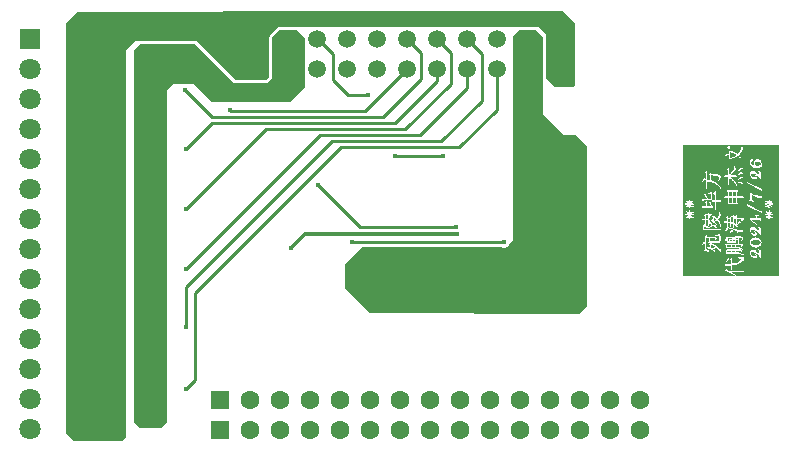
<source format=gtl>
G04*
G04 #@! TF.GenerationSoftware,Altium Limited,Altium Designer,22.7.1 (60)*
G04*
G04 Layer_Physical_Order=1*
G04 Layer_Color=255*
%FSLAX25Y25*%
%MOIN*%
G70*
G04*
G04 #@! TF.SameCoordinates,3EC980D0-7658-4EA3-A3E4-A41FBE6F1EC8*
G04*
G04*
G04 #@! TF.FilePolarity,Positive*
G04*
G01*
G75*
%ADD16C,0.01000*%
%ADD17C,0.01200*%
%ADD18C,0.05906*%
%ADD19R,0.07087X0.07087*%
%ADD20C,0.07087*%
%ADD21C,0.06299*%
%ADD22R,0.06299X0.06299*%
%ADD23C,0.01575*%
G36*
X98500Y136500D02*
Y120000D01*
X93500Y115000D01*
X67500D01*
X61500Y121000D01*
X54500D01*
X52500Y119000D01*
Y8500D01*
X50500Y6500D01*
X43500D01*
X41500Y8500D01*
Y132500D01*
X43500Y134500D01*
X62000D01*
X75000Y121500D01*
X86000D01*
X87500Y123000D01*
X87500Y136500D01*
X90000Y139000D01*
X96000D01*
X98500Y136500D01*
D02*
G37*
G36*
X188500Y141500D02*
Y120500D01*
X188000Y120000D01*
X182000D01*
X179020Y122980D01*
Y136500D01*
X179000Y136599D01*
Y137500D01*
X176500Y140000D01*
X175598D01*
X175500Y140020D01*
X170000Y140020D01*
X169902Y140000D01*
X96099Y140000D01*
X96000Y140020D01*
X90000D01*
X89902Y140000D01*
X89500D01*
X87000Y137500D01*
Y137442D01*
X86779Y137221D01*
X86558Y136890D01*
X86480Y136500D01*
X86480Y123480D01*
X85520Y122520D01*
X75480D01*
X62500Y135500D01*
X62098D01*
X62000Y135520D01*
X43500D01*
D01*
X43500D01*
X43402Y135500D01*
X42000D01*
X39000Y132500D01*
Y129000D01*
Y128500D01*
Y128000D01*
Y3500D01*
X37500Y2000D01*
X21500D01*
X19000Y4500D01*
Y141500D01*
X22500Y145000D01*
X71000D01*
X71500Y145500D01*
X184500D01*
X188500Y141500D01*
D02*
G37*
G36*
X175500Y139000D02*
X178000Y136500D01*
Y111000D01*
X185000Y104000D01*
X189000D01*
X192500Y100500D01*
Y47000D01*
X189750Y44250D01*
X120250Y44750D01*
X112000Y53000D01*
Y61000D01*
X117794Y66794D01*
X164022D01*
X164645Y66536D01*
X165356D01*
X166013Y66808D01*
X166515Y67311D01*
X166660Y67660D01*
X168000Y69000D01*
Y137000D01*
X170000Y139000D01*
X175500Y139000D01*
D02*
G37*
G36*
X240373Y98325D02*
X240634Y98264D01*
X240878Y98192D01*
X241111Y98114D01*
X241333Y98042D01*
X241533Y97965D01*
X241722Y97887D01*
X241894Y97809D01*
X242049Y97737D01*
X242188Y97670D01*
X242304Y97609D01*
X242404Y97559D01*
X242482Y97515D01*
X242537Y97482D01*
X242554Y97471D01*
X242571Y97460D01*
X242576Y97454D01*
X242582D01*
X242388Y97326D01*
X242188Y97204D01*
X241977Y97093D01*
X241766Y96988D01*
X241561Y96888D01*
X241355Y96799D01*
X241155Y96721D01*
X240961Y96649D01*
X240784Y96583D01*
X240617Y96527D01*
X240473Y96477D01*
X240406Y96460D01*
X240345Y96444D01*
X240290Y96427D01*
X240245Y96411D01*
X240201Y96399D01*
X240167Y96388D01*
X240140Y96383D01*
X240118Y96377D01*
X240106Y96372D01*
X240101D01*
Y98386D01*
X240373Y98325D01*
D02*
G37*
G36*
X250865Y100645D02*
Y57000D01*
X244830D01*
Y56994D01*
X244125D01*
X238303D01*
D01*
X237379D01*
Y100640D01*
X244125D01*
X244746D01*
Y94329D01*
X244669Y94679D01*
X244580Y95006D01*
X244474Y95323D01*
X244358Y95617D01*
X244236Y95894D01*
X244108Y96150D01*
X243980Y96388D01*
X243858Y96599D01*
X243792Y96699D01*
X243736Y96794D01*
X243675Y96882D01*
X243620Y96965D01*
X243564Y97043D01*
X243514Y97110D01*
X243464Y97176D01*
X243420Y97232D01*
X243381Y97282D01*
X243348Y97326D01*
X243314Y97365D01*
X243287Y97398D01*
X243264Y97421D01*
X243248Y97437D01*
X243242Y97448D01*
X243237Y97454D01*
X243403Y97615D01*
X243559Y97793D01*
X243703Y97987D01*
X243836Y98192D01*
X243964Y98403D01*
X244075Y98614D01*
X244180Y98825D01*
X244274Y99030D01*
X244358Y99224D01*
X244430Y99408D01*
X244491Y99574D01*
X244519Y99646D01*
X244546Y99718D01*
X244563Y99779D01*
X244585Y99835D01*
X244602Y99885D01*
X244613Y99924D01*
X244624Y99957D01*
X244630Y99979D01*
X244635Y99996D01*
Y100001D01*
X244574Y100024D01*
X244524Y100051D01*
X244474Y100090D01*
X244430Y100135D01*
X244358Y100229D01*
X244302Y100340D01*
X244263Y100440D01*
X244247Y100490D01*
X244236Y100529D01*
X244230Y100562D01*
X244225Y100590D01*
X244219Y100606D01*
Y100612D01*
X243997D01*
X243964Y100284D01*
X243914Y99974D01*
X243847Y99685D01*
X243775Y99413D01*
X243692Y99158D01*
X243603Y98925D01*
X243509Y98714D01*
X243420Y98519D01*
X243325Y98348D01*
X243237Y98198D01*
X243198Y98131D01*
X243159Y98070D01*
X243120Y98014D01*
X243087Y97965D01*
X243054Y97920D01*
X243026Y97881D01*
X243004Y97853D01*
X242981Y97826D01*
X242965Y97804D01*
X242954Y97787D01*
X242943Y97781D01*
Y97776D01*
X242726Y97926D01*
X242498Y98064D01*
X242260Y98192D01*
X242021Y98309D01*
X241782Y98420D01*
X241549Y98514D01*
X241316Y98603D01*
X241100Y98675D01*
X240895Y98742D01*
X240700Y98803D01*
X240617Y98825D01*
X240534Y98847D01*
X240456Y98869D01*
X240384Y98886D01*
X240323Y98902D01*
X240267Y98914D01*
X240217Y98925D01*
X240179Y98936D01*
X240145Y98941D01*
X240118Y98947D01*
X240106Y98952D01*
X240101D01*
Y100640D01*
X239363Y99974D01*
X239801Y99507D01*
Y94440D01*
X240184Y94734D01*
X240156Y94857D01*
X240134Y94979D01*
X240123Y95090D01*
X240112Y95195D01*
X240106Y95278D01*
X240101Y95317D01*
Y96078D01*
X240412Y96144D01*
X240706Y96216D01*
X240989Y96294D01*
X241250Y96383D01*
X241499Y96472D01*
X241733Y96560D01*
X241944Y96655D01*
X242138Y96744D01*
X242315Y96827D01*
X242471Y96910D01*
X242537Y96943D01*
X242604Y96982D01*
X242659Y97016D01*
X242709Y97043D01*
X242759Y97071D01*
X242798Y97099D01*
X242831Y97121D01*
X242865Y97138D01*
X242887Y97154D01*
X242904Y97160D01*
X242909Y97171D01*
X242915D01*
X243114Y96954D01*
X243303Y96732D01*
X243475Y96494D01*
X243636Y96255D01*
X243786Y96011D01*
X243919Y95772D01*
X244041Y95534D01*
X244147Y95312D01*
X244241Y95101D01*
X244324Y94901D01*
X244358Y94812D01*
X244391Y94729D01*
X244419Y94651D01*
X244446Y94573D01*
X244469Y94512D01*
X244491Y94451D01*
X244508Y94401D01*
X244524Y94357D01*
X244530Y94324D01*
X244541Y94301D01*
X244546Y94285D01*
Y94279D01*
D01*
X244746Y94329D01*
Y94279D01*
D01*
Y100640D01*
X244830D01*
Y100645D01*
X250865D01*
D02*
G37*
G36*
X237379Y57000D02*
X229957D01*
X224423D01*
Y100645D01*
X229957D01*
X237379D01*
Y57000D01*
D02*
G37*
G36*
X256500Y57000D02*
X250865D01*
Y100645D01*
X256500D01*
Y57000D01*
D02*
G37*
%LPC*%
G36*
X239302Y97881D02*
X239280D01*
X239274D01*
X239213Y97876D01*
X239146Y97853D01*
X239085Y97820D01*
X239030Y97787D01*
X238980Y97754D01*
X238935Y97720D01*
X238913Y97698D01*
X238902Y97693D01*
X238863Y97654D01*
X238819Y97615D01*
X238736Y97521D01*
X238652Y97421D01*
X238575Y97321D01*
X238514Y97226D01*
X238486Y97188D01*
X238458Y97154D01*
X238441Y97121D01*
X238425Y97099D01*
X238419Y97088D01*
X238414Y97082D01*
D01*
X238525Y96927D01*
X238708Y97032D01*
X238885Y97115D01*
X239046Y97182D01*
X239119Y97210D01*
X239185Y97232D01*
X239246Y97254D01*
X239302Y97271D01*
X239352Y97282D01*
X239390Y97293D01*
X239424Y97299D01*
X239446Y97304D01*
X239463Y97310D01*
X239468D01*
X239524Y97321D01*
X239568Y97337D01*
X239613Y97354D01*
X239646Y97371D01*
X239701Y97404D01*
X239740Y97437D01*
X239762Y97465D01*
X239773Y97493D01*
X239779Y97509D01*
Y97515D01*
X239773Y97559D01*
X239751Y97604D01*
X239723Y97643D01*
X239690Y97676D01*
X239662Y97709D01*
X239635Y97731D01*
X239613Y97748D01*
X239607Y97754D01*
X239540Y97798D01*
X239479Y97826D01*
X239424Y97848D01*
X239374Y97865D01*
X239335Y97876D01*
X239302Y97881D01*
D02*
G37*
G36*
X250753Y96133D02*
X247540D01*
X247490Y96127D01*
X247440Y96122D01*
X247346Y96089D01*
X247268Y96044D01*
X247196Y95994D01*
X247141Y95944D01*
X247102Y95900D01*
X247079Y95867D01*
X247068Y95861D01*
Y95855D01*
X247035Y95800D01*
X247002Y95739D01*
X246957Y95611D01*
X246924Y95478D01*
X246896Y95350D01*
X246885Y95234D01*
X246880Y95184D01*
Y95145D01*
X246874Y95106D01*
Y95056D01*
X246880Y94884D01*
X246902Y94718D01*
X246935Y94562D01*
X246974Y94418D01*
X247024Y94285D01*
X247079Y94163D01*
X247135Y94046D01*
X247196Y93941D01*
X247257Y93852D01*
X247312Y93769D01*
X247368Y93702D01*
X247418Y93647D01*
X247457Y93602D01*
X247490Y93569D01*
X247512Y93547D01*
X247518Y93541D01*
X247640Y93441D01*
X247768Y93353D01*
X247901Y93280D01*
X248028Y93214D01*
X248162Y93158D01*
X248289Y93114D01*
X248417Y93075D01*
X248539Y93047D01*
X248650Y93025D01*
X248750Y93003D01*
X248844Y92992D01*
X248922Y92986D01*
X248989Y92981D01*
X249039Y92975D01*
X249077D01*
X249216Y92981D01*
X249344Y92992D01*
X249466Y93014D01*
X249583Y93042D01*
X249693Y93069D01*
X249793Y93103D01*
X249882Y93142D01*
X249965Y93180D01*
X250038Y93219D01*
X250104Y93258D01*
X250160Y93291D01*
X250210Y93319D01*
X250243Y93347D01*
X250271Y93369D01*
X250287Y93380D01*
X250293Y93386D01*
X250376Y93469D01*
X250443Y93552D01*
X250504Y93647D01*
X250559Y93741D01*
X250604Y93841D01*
X250642Y93935D01*
X250670Y94035D01*
X250698Y94124D01*
X250715Y94213D01*
X250731Y94296D01*
X250737Y94368D01*
X250748Y94429D01*
Y94485D01*
X250753Y94524D01*
Y92975D01*
D01*
Y96133D01*
D02*
G37*
G36*
X241905Y93630D02*
X241671D01*
X241649Y93463D01*
X241616Y93303D01*
X241577Y93147D01*
X241538Y92997D01*
X241433Y92709D01*
X241311Y92442D01*
X241178Y92204D01*
X241033Y91982D01*
X240883Y91782D01*
X240734Y91599D01*
X240589Y91443D01*
X240445Y91304D01*
X240317Y91188D01*
X240201Y91094D01*
X240145Y91055D01*
X240101Y91022D01*
X240062Y90994D01*
X240029Y90971D01*
X240001Y90949D01*
X239979Y90938D01*
X239968Y90933D01*
X239962Y90927D01*
Y93358D01*
X239307Y92775D01*
X239662Y92392D01*
Y90711D01*
X238985D01*
X238747Y90955D01*
X238386Y90134D01*
X238625Y90145D01*
X238858Y90150D01*
X238969D01*
X239074Y90156D01*
X239174D01*
X239268D01*
X239352Y90161D01*
X239429D01*
X239496D01*
X239551D01*
X239601D01*
X239635D01*
X239657D01*
X239662D01*
Y87431D01*
X240045Y87725D01*
X240018Y87847D01*
X239995Y87969D01*
X239984Y88080D01*
X239973Y88185D01*
X239968Y88269D01*
X239962Y88307D01*
Y89862D01*
X240240Y89684D01*
X240500Y89484D01*
X240750Y89273D01*
X240989Y89057D01*
X241211Y88829D01*
X241416Y88602D01*
X241605Y88380D01*
X241777Y88158D01*
X241932Y87952D01*
X242071Y87758D01*
X242132Y87669D01*
X242188Y87586D01*
X242238Y87503D01*
X242288Y87431D01*
X242326Y87364D01*
X242365Y87309D01*
X242393Y87253D01*
X242421Y87214D01*
X242437Y87175D01*
X242454Y87153D01*
X242460Y87137D01*
X242465Y87131D01*
X242643Y87231D01*
X242565Y87419D01*
X242482Y87597D01*
X242393Y87769D01*
X242304Y87936D01*
X242210Y88097D01*
X242115Y88252D01*
X242016Y88402D01*
X241916Y88541D01*
X241816Y88674D01*
X241716Y88807D01*
X241616Y88929D01*
X241516Y89046D01*
X241416Y89157D01*
X241322Y89262D01*
X241222Y89362D01*
X241128Y89456D01*
X241033Y89540D01*
X240945Y89623D01*
X240861Y89695D01*
X240778Y89767D01*
X240700Y89828D01*
X240628Y89889D01*
X240556Y89939D01*
X240495Y89989D01*
X240434Y90028D01*
X240384Y90061D01*
X240339Y90095D01*
X240306Y90117D01*
X240273Y90139D01*
X240251Y90150D01*
X240240Y90161D01*
X240478D01*
X240711D01*
X240945D01*
X241161Y90156D01*
X241372D01*
X241572Y90150D01*
X241755D01*
X241927D01*
X242088Y90145D01*
X242227D01*
X242349Y90139D01*
X242448D01*
X242532Y90134D01*
X242565D01*
X242593D01*
X242615D01*
X242632D01*
X242637D01*
X242643D01*
X242399Y90738D01*
X242349D01*
X242293Y90733D01*
X242227D01*
X242154Y90727D01*
X242077D01*
X241993D01*
X241810Y90722D01*
X241616D01*
X241411Y90716D01*
X241205D01*
X240994D01*
X240795Y90711D01*
X240606D01*
X240428D01*
X240351D01*
X240273D01*
X240206D01*
X240145D01*
X240090D01*
X240056D01*
X240123Y90738D01*
X240279Y90811D01*
X240423Y90894D01*
X240562Y90971D01*
X240695Y91060D01*
X240822Y91149D01*
X240945Y91243D01*
X241061Y91338D01*
X241166Y91438D01*
X241272Y91538D01*
X241366Y91637D01*
X241461Y91737D01*
X241544Y91837D01*
X241627Y91937D01*
X241771Y92132D01*
X241894Y92320D01*
X241999Y92492D01*
X242082Y92653D01*
X242121Y92725D01*
X242149Y92792D01*
X242177Y92853D01*
X242204Y92909D01*
X242221Y92953D01*
X242238Y92997D01*
X242249Y93025D01*
X242260Y93053D01*
X242265Y93064D01*
Y93069D01*
X242210Y93092D01*
X242154Y93119D01*
X242110Y93153D01*
X242071Y93197D01*
X242004Y93286D01*
X241960Y93386D01*
X241932Y93475D01*
X241921Y93519D01*
X241916Y93558D01*
X241910Y93586D01*
X241905Y93608D01*
Y93630D01*
D02*
G37*
G36*
X243980Y91654D02*
X243953D01*
X243947D01*
X243892Y91649D01*
X243836Y91637D01*
X243780Y91621D01*
X243736Y91604D01*
X243697Y91588D01*
X243664Y91571D01*
X243642Y91560D01*
X243636Y91554D01*
X243603Y91532D01*
X243559Y91493D01*
X243509Y91449D01*
X243459Y91393D01*
X243403Y91338D01*
X243342Y91271D01*
X243226Y91144D01*
X243114Y91016D01*
X243065Y90960D01*
X243020Y90911D01*
X242981Y90866D01*
X242954Y90833D01*
X242937Y90811D01*
X242931Y90805D01*
X243037Y90650D01*
X243164Y90711D01*
X243281Y90766D01*
X243398Y90816D01*
X243503Y90860D01*
X243603Y90899D01*
X243692Y90933D01*
X243775Y90960D01*
X243853Y90983D01*
X243919Y91005D01*
X243980Y91022D01*
X244030Y91033D01*
X244069Y91038D01*
X244102Y91049D01*
X244130D01*
X244141Y91055D01*
X244147D01*
X244202Y91060D01*
X244252Y91071D01*
X244297Y91083D01*
X244336Y91099D01*
X244369Y91110D01*
X244397Y91127D01*
X244435Y91155D01*
X244458Y91182D01*
X244469Y91210D01*
X244474Y91227D01*
Y91232D01*
X244469Y91266D01*
X244446Y91304D01*
X244419Y91349D01*
X244386Y91388D01*
X244358Y91427D01*
X244330Y91454D01*
X244308Y91477D01*
X244302Y91482D01*
X244241Y91538D01*
X244175Y91582D01*
X244119Y91610D01*
X244064Y91632D01*
X244014Y91643D01*
X243980Y91654D01*
D02*
G37*
G36*
X249538Y92281D02*
X249533D01*
X249499Y92276D01*
X249477Y92265D01*
X249455Y92254D01*
X249444Y92237D01*
X249433Y92204D01*
Y92187D01*
X249438Y92165D01*
X249455Y92137D01*
X249483Y92104D01*
X249510Y92076D01*
X249544Y92054D01*
X249566Y92032D01*
X249588Y92020D01*
X249594Y92015D01*
X249666Y91959D01*
X249727Y91898D01*
X249771Y91848D01*
X249810Y91804D01*
X249832Y91760D01*
X249854Y91732D01*
X249860Y91710D01*
X249866Y91704D01*
X249877Y91671D01*
X249882Y91632D01*
X249893Y91588D01*
X249899Y91538D01*
X249910Y91427D01*
X249916Y91310D01*
Y91205D01*
X249921Y91160D01*
Y90350D01*
X249810Y90511D01*
X249705Y90666D01*
X249599Y90816D01*
X249499Y90949D01*
X249455Y91010D01*
X249416Y91066D01*
X249383Y91116D01*
X249349Y91155D01*
X249327Y91188D01*
X249310Y91210D01*
X249299Y91227D01*
X249294Y91232D01*
X249233Y91316D01*
X249172Y91393D01*
X249116Y91460D01*
X249066Y91521D01*
X249022Y91576D01*
X248977Y91626D01*
X248939Y91671D01*
X248905Y91710D01*
X248844Y91771D01*
X248805Y91815D01*
X248778Y91837D01*
X248772Y91843D01*
X248700Y91898D01*
X248628Y91943D01*
X248561Y91987D01*
X248495Y92026D01*
X248439Y92054D01*
X248395Y92076D01*
X248367Y92087D01*
X248356Y92093D01*
X248267Y92126D01*
X248184Y92148D01*
X248106Y92170D01*
X248034Y92181D01*
X247978Y92187D01*
X247934Y92193D01*
X247906D01*
X247895D01*
X247818Y92187D01*
X247740Y92181D01*
X247601Y92148D01*
X247479Y92098D01*
X247374Y92043D01*
X247290Y91987D01*
X247252Y91965D01*
X247224Y91937D01*
X247201Y91921D01*
X247185Y91904D01*
X247179Y91898D01*
X247174Y91893D01*
X247124Y91837D01*
X247074Y91771D01*
X247035Y91710D01*
X247002Y91643D01*
X246952Y91515D01*
X246919Y91388D01*
X246896Y91277D01*
X246891Y91232D01*
X246885Y91188D01*
X246880Y91155D01*
Y91171D01*
Y91110D01*
X246885Y90999D01*
X246902Y90883D01*
X246924Y90772D01*
X246957Y90666D01*
X246996Y90561D01*
X247041Y90455D01*
X247085Y90361D01*
X247135Y90272D01*
X247185Y90183D01*
X247229Y90111D01*
X247274Y90045D01*
X247312Y89989D01*
X247340Y89939D01*
X247368Y89906D01*
X247385Y89884D01*
X247390Y89878D01*
X247485Y89767D01*
X247585Y89667D01*
X247679Y89584D01*
X247779Y89512D01*
X247873Y89451D01*
X247962Y89401D01*
X248051Y89356D01*
X248134Y89323D01*
X248212Y89301D01*
X248278Y89279D01*
X248339Y89268D01*
X248395Y89257D01*
X248434Y89251D01*
X248467Y89245D01*
X248489D01*
X248495D01*
X248589Y89251D01*
X248678Y89273D01*
X248756Y89301D01*
X248828Y89340D01*
X248883Y89373D01*
X248922Y89401D01*
X248950Y89423D01*
X248961Y89429D01*
X249027Y89501D01*
X249077Y89584D01*
X249111Y89667D01*
X249133Y89745D01*
X249150Y89817D01*
X249155Y89878D01*
X249161Y89900D01*
Y89928D01*
X249155Y90000D01*
X249144Y90067D01*
X249127Y90134D01*
X249105Y90194D01*
X249055Y90306D01*
X248989Y90400D01*
X248928Y90472D01*
X248872Y90533D01*
X248855Y90550D01*
X248839Y90566D01*
X248828Y90572D01*
X248822Y90578D01*
X248761Y90622D01*
X248706Y90666D01*
X248606Y90727D01*
X248522Y90777D01*
X248461Y90805D01*
X248411Y90827D01*
X248378Y90833D01*
X248356Y90838D01*
X248350D01*
X248323Y90833D01*
X248300Y90822D01*
X248284Y90811D01*
X248273Y90794D01*
X248262Y90761D01*
Y90744D01*
X248267Y90716D01*
X248278Y90694D01*
X248317Y90661D01*
X248356Y90633D01*
X248367Y90627D01*
X248373D01*
X248417Y90605D01*
X248461Y90578D01*
X248545Y90522D01*
X248584Y90494D01*
X248611Y90472D01*
X248633Y90455D01*
X248639Y90450D01*
X248689Y90400D01*
X248728Y90350D01*
X248756Y90306D01*
X248772Y90261D01*
X248783Y90228D01*
X248794Y90194D01*
Y90172D01*
X248789Y90134D01*
X248778Y90100D01*
X248750Y90045D01*
X248717Y90011D01*
X248711Y90006D01*
X248706Y90000D01*
X248667Y89984D01*
X248628Y89967D01*
X248539Y89950D01*
X248500D01*
X248467Y89945D01*
X248445D01*
X248439D01*
X248317Y89950D01*
X248206Y89961D01*
X248095Y89984D01*
X248001Y90006D01*
X247918Y90028D01*
X247884Y90039D01*
X247856Y90050D01*
X247834Y90056D01*
X247818Y90061D01*
X247807Y90067D01*
X247801D01*
X247690Y90117D01*
X247590Y90172D01*
X247507Y90228D01*
X247440Y90278D01*
X247385Y90328D01*
X247346Y90367D01*
X247318Y90389D01*
X247312Y90400D01*
X247252Y90483D01*
X247207Y90561D01*
X247179Y90639D01*
X247157Y90705D01*
X247146Y90766D01*
X247135Y90811D01*
Y90849D01*
X247141Y90916D01*
X247163Y90977D01*
X247185Y91027D01*
X247218Y91071D01*
X247246Y91105D01*
X247274Y91127D01*
X247296Y91144D01*
X247301Y91149D01*
X247368Y91188D01*
X247440Y91216D01*
X247512Y91238D01*
X247585Y91249D01*
X247645Y91260D01*
X247701Y91266D01*
X247734D01*
X247740D01*
X247745D01*
X247840D01*
X247934Y91255D01*
X248112Y91227D01*
X248278Y91188D01*
X248356Y91166D01*
X248428Y91144D01*
X248495Y91121D01*
X248556Y91099D01*
X248606Y91077D01*
X248650Y91060D01*
X248683Y91044D01*
X248711Y91033D01*
X248728Y91027D01*
X248733Y91022D01*
X248822Y90971D01*
X248917Y90916D01*
X249094Y90788D01*
X249261Y90655D01*
X249344Y90589D01*
X249416Y90522D01*
X249483Y90455D01*
X249549Y90394D01*
X249605Y90339D01*
X249649Y90294D01*
X249688Y90256D01*
X249716Y90228D01*
X249732Y90206D01*
X249738Y90200D01*
X249832Y90095D01*
X249921Y89995D01*
X249999Y89900D01*
X250071Y89817D01*
X250137Y89734D01*
X250199Y89662D01*
X250254Y89595D01*
X250304Y89534D01*
X250343Y89479D01*
X250382Y89434D01*
X250409Y89395D01*
X250432Y89362D01*
X250454Y89334D01*
X250465Y89318D01*
X250476Y89306D01*
Y89301D01*
X250504Y89268D01*
X250526Y89240D01*
X250548Y89223D01*
X250565Y89207D01*
X250593Y89196D01*
X246880D01*
X250670D01*
Y91821D01*
X250459Y91904D01*
X250265Y91982D01*
X250176Y92015D01*
X250087Y92054D01*
X250010Y92087D01*
X249938Y92115D01*
X249871Y92143D01*
X249816Y92170D01*
X249766Y92193D01*
X249721Y92209D01*
X249688Y92226D01*
X249666Y92237D01*
X249649Y92248D01*
X249643D01*
X249599Y92270D01*
X249560Y92276D01*
X249538Y92281D01*
D02*
G37*
G36*
X244030Y90194D02*
X244008D01*
X244003D01*
X243964Y90189D01*
X243919Y90178D01*
X243819Y90139D01*
X243775Y90117D01*
X243742Y90095D01*
X243720Y90083D01*
X243708Y90078D01*
X243664Y90050D01*
X243620Y90017D01*
X243564Y89973D01*
X243503Y89923D01*
X243381Y89806D01*
X243259Y89684D01*
X243142Y89567D01*
X243092Y89512D01*
X243048Y89468D01*
X243009Y89429D01*
X242981Y89401D01*
X242965Y89379D01*
X242959Y89373D01*
X243065Y89212D01*
X243292Y89318D01*
X243398Y89356D01*
X243503Y89401D01*
X243597Y89434D01*
X243686Y89468D01*
X243769Y89495D01*
X243847Y89517D01*
X243914Y89534D01*
X243975Y89551D01*
X244025Y89567D01*
X244069Y89578D01*
X244108Y89584D01*
X244130Y89590D01*
X244147Y89595D01*
X244152D01*
X244213Y89601D01*
X244269Y89612D01*
X244313Y89628D01*
X244352Y89640D01*
X244386Y89656D01*
X244419Y89673D01*
X244458Y89712D01*
X244485Y89745D01*
X244496Y89773D01*
X244502Y89795D01*
Y89801D01*
X244496Y89834D01*
X244474Y89878D01*
X244446Y89917D01*
X244413Y89956D01*
X244386Y89989D01*
X244358Y90017D01*
X244336Y90034D01*
X244330Y90039D01*
X244269Y90089D01*
X244208Y90128D01*
X244152Y90156D01*
X244102Y90178D01*
X244058Y90189D01*
X244030Y90194D01*
D02*
G37*
G36*
X244036Y93253D02*
X244008D01*
X244003D01*
X243941Y93247D01*
X243880Y93230D01*
X243819Y93203D01*
X243758Y93175D01*
X243708Y93142D01*
X243670Y93119D01*
X243647Y93097D01*
X243636Y93092D01*
X243592Y93053D01*
X243536Y93003D01*
X243475Y92942D01*
X243414Y92870D01*
X243342Y92792D01*
X243275Y92709D01*
X243131Y92537D01*
X243065Y92453D01*
X243004Y92370D01*
X242943Y92298D01*
X242893Y92231D01*
X242854Y92176D01*
X242820Y92137D01*
X242798Y92109D01*
X242793Y92098D01*
X242904Y91943D01*
X243048Y92043D01*
X243181Y92132D01*
X243309Y92209D01*
X243431Y92281D01*
X243542Y92342D01*
X243642Y92398D01*
X243736Y92448D01*
X243825Y92487D01*
X243903Y92520D01*
X243969Y92553D01*
X244025Y92576D01*
X244069Y92592D01*
X244108Y92603D01*
X244136Y92614D01*
X244152Y92620D01*
X244158D01*
X244236Y92637D01*
X244297Y92659D01*
X244358Y92681D01*
X244402Y92703D01*
X244446Y92720D01*
X244480Y92742D01*
X244508Y92764D01*
X244530Y92786D01*
X244563Y92825D01*
X244580Y92853D01*
X244585Y92875D01*
Y87775D01*
Y92881D01*
X244574Y92909D01*
X244552Y92942D01*
X244524Y92981D01*
X244485Y93014D01*
X244446Y93047D01*
X244419Y93075D01*
X244397Y93092D01*
X244386Y93097D01*
X244313Y93147D01*
X244241Y93186D01*
X244175Y93214D01*
X244119Y93236D01*
X244069Y93247D01*
X244036Y93253D01*
D02*
G37*
G36*
X242876Y88574D02*
X242854D01*
X242837D01*
X242831D01*
X242826D01*
Y88341D01*
X242976Y88291D01*
X243114Y88241D01*
X243242Y88196D01*
X243359Y88147D01*
X243459Y88097D01*
X243553Y88052D01*
X243636Y88008D01*
X243703Y87963D01*
X243764Y87925D01*
X243819Y87891D01*
X243864Y87858D01*
X243897Y87830D01*
X243919Y87808D01*
X243936Y87791D01*
X243947Y87786D01*
X243953Y87780D01*
X243991Y87736D01*
X244025Y87703D01*
X244091Y87642D01*
X244152Y87597D01*
X244202Y87569D01*
X244241Y87547D01*
X244269Y87542D01*
X244291Y87536D01*
X244297D01*
X244330Y87542D01*
X244363Y87564D01*
X244391Y87586D01*
X244419Y87619D01*
X244435Y87647D01*
X244452Y87675D01*
X244458Y87691D01*
X244463Y87697D01*
X244485Y87752D01*
X244502Y87802D01*
X244513Y87847D01*
X244519Y87880D01*
X244524Y87902D01*
X244530Y87925D01*
Y87936D01*
X244524Y87980D01*
X244519Y88019D01*
X244485Y88097D01*
X244446Y88169D01*
X244397Y88230D01*
X244347Y88280D01*
X244302Y88319D01*
X244274Y88341D01*
X244269Y88352D01*
X244263D01*
X244202Y88385D01*
X244125Y88419D01*
X244036Y88446D01*
X243930Y88468D01*
X243814Y88491D01*
X243692Y88507D01*
X243447Y88535D01*
X243325Y88546D01*
X243214Y88557D01*
X243109Y88563D01*
X243015Y88568D01*
X242937D01*
X242876Y88574D01*
D02*
G37*
G36*
X245753Y88480D02*
Y88013D01*
X250798Y85544D01*
Y86010D01*
X245753Y88480D01*
D02*
G37*
G36*
X239701Y85943D02*
X239280Y85394D01*
X239579Y85183D01*
Y83645D01*
X238869D01*
X238597Y83862D01*
X238303Y83096D01*
Y80987D01*
D01*
Y83096D01*
X238558Y83107D01*
X238797Y83113D01*
X238908D01*
X239013Y83118D01*
X239113D01*
X239202D01*
X239285Y83124D01*
X239357D01*
X239424D01*
X239479D01*
X239524D01*
X239551D01*
X239574D01*
X239579D01*
Y81481D01*
X239329Y80987D01*
D01*
X239679Y80998D01*
X239851D01*
X240018Y81004D01*
X240179D01*
X240334Y81009D01*
X240478D01*
X240617D01*
X240739Y81015D01*
X240850D01*
X240950D01*
X241033D01*
X241105D01*
X241155D01*
X241183D01*
X241194D01*
X241544D01*
X241888Y81009D01*
X242055D01*
X242215Y81004D01*
X242371D01*
X242515D01*
X242654Y80998D01*
X242776D01*
X242881Y80993D01*
X242976D01*
X243054Y80987D01*
X240213D01*
X244830D01*
X243153D01*
X242970Y81537D01*
X242610D01*
Y83124D01*
X242765D01*
X242915D01*
X243048D01*
X243170D01*
X243281D01*
X243381D01*
X243470D01*
X243547D01*
X243614D01*
X243670D01*
X243720D01*
X243758D01*
X243786D01*
X243808D01*
X243819D01*
X243825D01*
X243892D01*
X243964D01*
X244125Y83118D01*
X244291Y83113D01*
X244452D01*
X244530Y83107D01*
X244602D01*
X244663Y83102D01*
X244719D01*
X244763Y83096D01*
X244802D01*
X244824D01*
X244830D01*
X244613Y83673D01*
X244446Y83662D01*
X244280Y83657D01*
X244119Y83651D01*
X243975D01*
X243914Y83645D01*
X243853D01*
X243803D01*
X243758D01*
X243725D01*
X243697D01*
X243681D01*
X243675D01*
X242610D01*
Y85205D01*
X243042D01*
X242859Y85755D01*
X242643Y85743D01*
X242437Y85738D01*
X242243Y85732D01*
X242149D01*
X242066D01*
X241988Y85727D01*
X241916D01*
X241855D01*
X241799D01*
X241755D01*
X241727D01*
X241705D01*
X241699D01*
X239923D01*
X239701Y85943D01*
D02*
G37*
G36*
X250865Y84817D02*
D01*
Y83374D01*
X250859Y83468D01*
X250837Y83546D01*
X250809Y83612D01*
X250770Y83662D01*
X250737Y83701D01*
X250709Y83729D01*
X250687Y83745D01*
X250681Y83751D01*
X250642Y83773D01*
X250598Y83790D01*
X250498Y83818D01*
X250387Y83840D01*
X250276Y83862D01*
X250176Y83873D01*
X250126D01*
X250087Y83879D01*
X250054Y83884D01*
X250032D01*
X250015D01*
X250010D01*
X249743Y83901D01*
X249616Y83912D01*
X249494Y83929D01*
X249383Y83940D01*
X249277Y83956D01*
X249177Y83973D01*
X249089Y83984D01*
X249005Y84001D01*
X248933Y84012D01*
X248867Y84029D01*
X248817Y84040D01*
X248772Y84051D01*
X248744Y84056D01*
X248722Y84062D01*
X248717D01*
X248611Y84095D01*
X248495Y84128D01*
X248262Y84217D01*
X248028Y84317D01*
X247918Y84367D01*
X247807Y84417D01*
X247707Y84467D01*
X247612Y84511D01*
X247529Y84550D01*
X247451Y84589D01*
X247396Y84617D01*
X247351Y84639D01*
X247324Y84656D01*
X247312Y84661D01*
X247240Y84700D01*
X247168Y84728D01*
X247107Y84755D01*
X247057Y84778D01*
X247013Y84794D01*
X246979Y84806D01*
X246957Y84817D01*
X250865D01*
X246708D01*
X246952D01*
Y83274D01*
X246946Y83196D01*
Y82907D01*
X246941Y82841D01*
Y82780D01*
X246935Y82724D01*
Y82680D01*
X246930Y82641D01*
Y82602D01*
X246924Y82574D01*
X246919Y82530D01*
X246913Y82502D01*
X246907Y82486D01*
Y82480D01*
X246880Y82424D01*
X246846Y82391D01*
X246819Y82369D01*
X246808Y82363D01*
X246774Y82341D01*
X246752Y82319D01*
X246730Y82302D01*
X246719Y82280D01*
X246708Y82253D01*
Y82241D01*
X246713Y82219D01*
X246724Y82197D01*
X246763Y82158D01*
X246802Y82130D01*
X246813Y82125D01*
X246819Y82119D01*
X246841Y82108D01*
X246874Y82091D01*
X246919Y82080D01*
X246963Y82064D01*
X247068Y82036D01*
X247179Y82003D01*
X247285Y81981D01*
X247335Y81964D01*
X247379Y81958D01*
X247412Y81947D01*
X247440Y81942D01*
X247457Y81936D01*
X247462D01*
X247557Y81914D01*
X247645Y81897D01*
X247723Y81881D01*
X247790Y81870D01*
X247851Y81858D01*
X247901Y81847D01*
X247945Y81842D01*
X247984Y81836D01*
X248017Y81831D01*
X248045Y81825D01*
X248078Y81820D01*
X250865D01*
Y84817D01*
D02*
G37*
G36*
X250798Y80976D02*
D01*
Y78506D01*
X245753Y80976D01*
Y80510D01*
X250798Y78040D01*
X245753D01*
X250798D01*
Y80976D01*
D02*
G37*
G36*
X244830Y77679D02*
D01*
Y75781D01*
X244791Y75914D01*
X244741Y76031D01*
X244685Y76131D01*
X244624Y76214D01*
X244557Y76281D01*
X244491Y76336D01*
X244419Y76386D01*
X244352Y76419D01*
X244286Y76447D01*
X244219Y76464D01*
X244163Y76475D01*
X244108Y76481D01*
X244069Y76486D01*
X244036D01*
X244014D01*
X244008D01*
X242560D01*
Y77679D01*
X241932Y77180D01*
X242260Y76791D01*
Y76486D01*
X242032D01*
X241771Y76702D01*
X241477Y76091D01*
Y75971D01*
X241466Y75970D01*
X241416Y75964D01*
X241477Y76091D01*
Y77518D01*
X240795Y76936D01*
X241178Y76469D01*
Y74810D01*
X241094Y74860D01*
X241000Y74904D01*
X240900Y74949D01*
X240806Y74988D01*
X240717Y75021D01*
X240678Y75032D01*
X240645Y75043D01*
X240623Y75054D01*
X240600Y75060D01*
X240589Y75065D01*
X240584D01*
Y77058D01*
X239929Y76525D01*
X240284Y76142D01*
Y75110D01*
X240062Y75165D01*
X239957Y75193D01*
X239862Y75215D01*
X239779Y75232D01*
X239746Y75243D01*
X239718Y75248D01*
X239696Y75254D01*
X239679D01*
X239668Y75260D01*
X239662D01*
Y77463D01*
X238980Y76902D01*
X239363Y76492D01*
Y75298D01*
X239263Y75321D01*
X239174Y75337D01*
X239096Y75354D01*
X239024Y75371D01*
X238969Y75382D01*
X238924Y75393D01*
X238896Y75398D01*
X238885D01*
X238702Y75648D01*
X238303Y74865D01*
D01*
X238375Y74860D01*
X238458Y74854D01*
X238630Y74838D01*
X238808Y74827D01*
X238974Y74810D01*
X239057Y74804D01*
X239130Y74799D01*
X239196Y74793D01*
X239252D01*
X239296Y74788D01*
X239335Y74782D01*
X239357D01*
X239363D01*
Y73184D01*
X239746Y73472D01*
X239718Y73594D01*
X239696Y73717D01*
X239685Y73833D01*
X239673Y73933D01*
X239668Y74022D01*
X239662Y74055D01*
Y74749D01*
X239773Y74727D01*
X239884Y74704D01*
X239990Y74677D01*
X240084Y74655D01*
X240167Y74638D01*
X240229Y74621D01*
X240251Y74616D01*
X240267Y74610D01*
X240279Y74605D01*
X240284D01*
Y73561D01*
X240667Y73850D01*
X240639Y73972D01*
X240617Y74094D01*
X240606Y74211D01*
X240595Y74310D01*
X240589Y74399D01*
X240584Y74432D01*
Y74560D01*
X240722Y74505D01*
X240845Y74455D01*
X240945Y74410D01*
X241028Y74377D01*
X241094Y74349D01*
X241139Y74333D01*
X241166Y74322D01*
X241178Y74316D01*
Y72937D01*
X241229Y72924D01*
X241178Y72884D01*
Y72937D01*
X241011Y72978D01*
X240750Y73045D01*
X240500Y73112D01*
X240384Y73139D01*
X240273Y73167D01*
X240167Y73195D01*
X240068Y73223D01*
X239979Y73245D01*
X239896Y73267D01*
X239823Y73284D01*
X239762Y73300D01*
X239718Y73311D01*
X239679Y73322D01*
X239657Y73328D01*
X239651D01*
X239601Y73095D01*
X239812Y73023D01*
X240012Y72956D01*
X240206Y72895D01*
X240384Y72834D01*
X240550Y72773D01*
X240711Y72723D01*
X240861Y72673D01*
X241000Y72623D01*
X241133Y72579D01*
X241255Y72534D01*
X241366Y72496D01*
X241472Y72457D01*
X241572Y72423D01*
X241660Y72390D01*
X241744Y72362D01*
X241821Y72335D01*
X241888Y72307D01*
X241949Y72285D01*
X242004Y72268D01*
X242055Y72246D01*
X242099Y72229D01*
X242138Y72212D01*
X242204Y72190D01*
X242249Y72174D01*
X242277Y72163D01*
X242293Y72151D01*
X242299D01*
X242365Y72124D01*
X242421Y72090D01*
X242471Y72068D01*
X242515Y72040D01*
X242554Y72018D01*
X242582Y72002D01*
X242632Y71963D01*
X242659Y71935D01*
X242676Y71918D01*
X242682Y71907D01*
Y71813D01*
X242676Y71768D01*
X242670Y71663D01*
X242659Y71552D01*
X242648Y71441D01*
X242643Y71397D01*
Y71352D01*
X242637Y71313D01*
X242632Y71286D01*
Y71263D01*
X240223D01*
X238303D01*
X244830D01*
Y77679D01*
D02*
G37*
G36*
X248556Y77418D02*
X246880D01*
X248528D01*
X248484Y77413D01*
X248450Y77402D01*
X248428Y77391D01*
X248411Y77374D01*
X248400Y77352D01*
X248395Y77341D01*
Y77324D01*
X248400Y77296D01*
X248417Y77274D01*
X248439Y77258D01*
X248461Y77246D01*
X248484Y77235D01*
X248506Y77230D01*
X248522D01*
X248528D01*
X248622Y77213D01*
X248706Y77185D01*
X248778Y77141D01*
X248844Y77091D01*
X248894Y77035D01*
X248939Y76974D01*
X248977Y76908D01*
X249005Y76841D01*
X249027Y76775D01*
X249044Y76708D01*
X249055Y76647D01*
X249061Y76597D01*
X249066Y76553D01*
X249072Y76514D01*
Y76486D01*
X247185D01*
X247018Y76481D01*
X246968Y76475D01*
X246930Y76464D01*
X246913Y76453D01*
X246907Y76447D01*
X246896Y76430D01*
X246891Y76414D01*
X246885Y76364D01*
X246880Y76342D01*
Y76308D01*
X246885Y76247D01*
X246902Y76192D01*
X246913Y76170D01*
X246924Y76153D01*
X246930Y76142D01*
Y76136D01*
X246941Y76120D01*
X246957Y76092D01*
X247002Y76037D01*
X247057Y75970D01*
X247118Y75903D01*
X247179Y75837D01*
X247229Y75781D01*
X247252Y75759D01*
X247268Y75748D01*
X247274Y75737D01*
X247279Y75731D01*
X247390Y75615D01*
X247501Y75504D01*
X247607Y75398D01*
X247707Y75304D01*
X247784Y75221D01*
X247823Y75187D01*
X247851Y75160D01*
X247873Y75137D01*
X247890Y75121D01*
X247901Y75110D01*
X247906Y75104D01*
X248028Y74988D01*
X248151Y74871D01*
X248273Y74765D01*
X248384Y74666D01*
X248478Y74582D01*
X248517Y74549D01*
X248550Y74516D01*
X248578Y74494D01*
X248600Y74477D01*
X248611Y74466D01*
X248617Y74460D01*
X248683Y74405D01*
X248744Y74349D01*
X248800Y74305D01*
X248850Y74266D01*
X248889Y74233D01*
X248928Y74199D01*
X248983Y74155D01*
X249027Y74122D01*
X249050Y74105D01*
X249061Y74094D01*
X249066D01*
X249100Y74083D01*
X249138Y74072D01*
X249188Y74061D01*
X249238Y74050D01*
X249283Y74038D01*
X249322Y74033D01*
X249349Y74027D01*
X246880D01*
X249360D01*
X249344Y74327D01*
X249333Y74621D01*
X249327Y74765D01*
X249322Y74904D01*
Y75037D01*
X249316Y75165D01*
Y75282D01*
X249310Y75387D01*
Y75709D01*
X249449Y75704D01*
X249571Y75692D01*
X249677Y75687D01*
X249777Y75681D01*
X249860Y75676D01*
X249938Y75670D01*
X249999Y75665D01*
X250054Y75659D01*
X250099Y75653D01*
X250132Y75648D01*
X250165D01*
X250187Y75642D01*
X250204D01*
X250215Y75637D01*
X250221D01*
X250271Y75626D01*
X250315Y75609D01*
X250348Y75592D01*
X250376Y75576D01*
X250398Y75559D01*
X250415Y75542D01*
X250420Y75537D01*
X250426Y75531D01*
X250443Y75498D01*
X250459Y75459D01*
X250482Y75376D01*
X250487Y75343D01*
X250493Y75309D01*
X250498Y75287D01*
Y75282D01*
X250509Y75209D01*
X250526Y75154D01*
X250543Y75115D01*
X250565Y75087D01*
X250582Y75071D01*
X250598Y75065D01*
X250609Y75060D01*
X250615D01*
X250648Y75065D01*
X250670Y75082D01*
X250681Y75093D01*
X250687Y75099D01*
X250693Y75121D01*
X250698Y75148D01*
X250704Y75215D01*
Y75332D01*
X250698Y75359D01*
X250693Y75382D01*
Y75393D01*
X250687Y75504D01*
X250681Y75604D01*
X250676Y75687D01*
X250670Y75765D01*
Y76003D01*
X250676Y76125D01*
Y76253D01*
X250681Y76375D01*
X250687Y76492D01*
Y76586D01*
X250693Y76619D01*
Y76669D01*
X250698Y76741D01*
Y76836D01*
X250704Y76869D01*
Y76908D01*
X250698Y76952D01*
X250687Y76980D01*
X250670Y77002D01*
X250654Y77019D01*
X250637Y77030D01*
X250620Y77035D01*
X250609D01*
X250604D01*
X250576Y77030D01*
X250554Y77013D01*
X250537Y76997D01*
X250520Y76974D01*
X250515Y76947D01*
X250509Y76930D01*
Y76908D01*
X250504Y76814D01*
X250493Y76741D01*
X250470Y76680D01*
X250448Y76630D01*
X250432Y76597D01*
X250409Y76575D01*
X250398Y76564D01*
X250393Y76558D01*
X250371Y76547D01*
X250337Y76536D01*
X250265Y76519D01*
X250187Y76503D01*
X250104Y76497D01*
X250026Y76492D01*
X249965Y76486D01*
X249938D01*
X249921D01*
X249910D01*
X249904D01*
X249310D01*
X249305Y76547D01*
Y76625D01*
X249310Y76725D01*
X249322Y76814D01*
X249338Y76880D01*
X249360Y76936D01*
X249383Y76980D01*
X249399Y77008D01*
X249410Y77024D01*
X249416Y77030D01*
X249460Y77069D01*
X249510Y77102D01*
X249621Y77158D01*
X249671Y77174D01*
X249710Y77185D01*
X249738Y77196D01*
X249749D01*
X249810Y77213D01*
X249849Y77230D01*
X249882Y77252D01*
X249904Y77269D01*
X249916Y77285D01*
X249921Y77302D01*
X249927Y77307D01*
Y77313D01*
X249921Y77346D01*
X249904Y77368D01*
X249882Y77391D01*
X249854Y77402D01*
X249827Y77407D01*
X249804Y77413D01*
X249788D01*
X249782D01*
X249755D01*
X249710D01*
X249666Y77407D01*
X249616D01*
X249566Y77402D01*
X249527D01*
X249499Y77396D01*
X249488D01*
X249383Y77391D01*
X249333D01*
X249288D01*
X249244D01*
X249216D01*
X249194D01*
X249188D01*
X249089D01*
X248989Y77396D01*
X248894D01*
X248817Y77402D01*
X248744D01*
X248689Y77407D01*
X248672D01*
X248656D01*
X248650D01*
X248644D01*
X248595Y77413D01*
X248556Y77418D01*
D02*
G37*
G36*
X239291Y73001D02*
X239274D01*
X239268D01*
X239241Y72995D01*
X239202Y72989D01*
X239130Y72956D01*
X239096Y72940D01*
X239069Y72929D01*
X239046Y72917D01*
X239041Y72912D01*
X239007Y72890D01*
X238969Y72845D01*
X238924Y72795D01*
X238880Y72734D01*
X238836Y72662D01*
X238786Y72590D01*
X238691Y72429D01*
X238608Y72274D01*
X238569Y72201D01*
X238536Y72140D01*
X238508Y72090D01*
X238486Y72046D01*
X238475Y72024D01*
X238469Y72013D01*
X238630Y71913D01*
X238724Y71985D01*
X238813Y72052D01*
X238902Y72113D01*
X238980Y72168D01*
X239052Y72218D01*
X239124Y72263D01*
X239185Y72301D01*
X239246Y72335D01*
X239296Y72362D01*
X239340Y72390D01*
X239379Y72407D01*
X239413Y72423D01*
X239440Y72435D01*
X239457Y72446D01*
X239468Y72451D01*
X239474D01*
X239524Y72462D01*
X239563Y72479D01*
X239601Y72496D01*
X239629Y72518D01*
X239679Y72557D01*
X239712Y72596D01*
X239729Y72629D01*
X239740Y72657D01*
X239746Y72679D01*
Y72684D01*
X239740Y72712D01*
X239718Y72740D01*
X239690Y72773D01*
X239657Y72806D01*
X239629Y72829D01*
X239601Y72851D01*
X239579Y72867D01*
X239574Y72873D01*
X239513Y72917D01*
X239452Y72945D01*
X239402Y72967D01*
X239357Y72984D01*
X239318Y72995D01*
X239291Y73001D01*
D02*
G37*
G36*
X249538Y73522D02*
X249533D01*
X249499Y73517D01*
X249477Y73506D01*
X249455Y73495D01*
X249444Y73478D01*
X249433Y73445D01*
Y73428D01*
X249438Y73406D01*
X249455Y73378D01*
X249483Y73345D01*
X249510Y73317D01*
X249544Y73295D01*
X249566Y73273D01*
X249588Y73261D01*
X249594Y73256D01*
X249666Y73200D01*
X249727Y73139D01*
X249771Y73089D01*
X249810Y73045D01*
X249832Y73001D01*
X249854Y72973D01*
X249860Y72951D01*
X249866Y72945D01*
X249877Y72912D01*
X249882Y72873D01*
X249893Y72829D01*
X249899Y72779D01*
X249910Y72668D01*
X249916Y72551D01*
Y72446D01*
X249921Y72401D01*
Y71591D01*
X249810Y71752D01*
X249705Y71907D01*
X249599Y72057D01*
X249499Y72190D01*
X249455Y72251D01*
X249416Y72307D01*
X249383Y72357D01*
X249349Y72396D01*
X249327Y72429D01*
X249310Y72451D01*
X249299Y72468D01*
X249294Y72473D01*
X249233Y72557D01*
X249172Y72634D01*
X249116Y72701D01*
X249066Y72762D01*
X249022Y72817D01*
X248977Y72867D01*
X248939Y72912D01*
X248905Y72951D01*
X248844Y73012D01*
X248805Y73056D01*
X248778Y73078D01*
X248772Y73084D01*
X248700Y73139D01*
X248628Y73184D01*
X248561Y73228D01*
X248495Y73267D01*
X248439Y73295D01*
X248395Y73317D01*
X248367Y73328D01*
X248356Y73334D01*
X248267Y73367D01*
X248184Y73389D01*
X248106Y73411D01*
X248034Y73422D01*
X247978Y73428D01*
X247934Y73434D01*
X247906D01*
X247895D01*
X247818Y73428D01*
X247740Y73422D01*
X247601Y73389D01*
X247479Y73339D01*
X247374Y73284D01*
X247290Y73228D01*
X247252Y73206D01*
X247224Y73178D01*
X247201Y73162D01*
X247185Y73145D01*
X247179Y73139D01*
X247174Y73134D01*
X247124Y73078D01*
X247074Y73012D01*
X247035Y72951D01*
X247002Y72884D01*
X246952Y72756D01*
X246919Y72629D01*
X246896Y72518D01*
X246891Y72473D01*
X246885Y72429D01*
X246880Y72396D01*
Y72407D01*
Y72351D01*
X246885Y72240D01*
X246902Y72124D01*
X246924Y72013D01*
X246957Y71907D01*
X246996Y71802D01*
X247041Y71696D01*
X247085Y71602D01*
X247135Y71513D01*
X247185Y71424D01*
X247229Y71352D01*
X247274Y71286D01*
X247312Y71230D01*
X247340Y71180D01*
X247368Y71147D01*
X247385Y71125D01*
X247390Y71119D01*
X247485Y71008D01*
X247585Y70908D01*
X247679Y70825D01*
X247779Y70753D01*
X247873Y70692D01*
X247962Y70642D01*
X248051Y70597D01*
X248134Y70564D01*
X248212Y70542D01*
X248278Y70520D01*
X248339Y70509D01*
X248395Y70498D01*
X248434Y70492D01*
X248467Y70486D01*
X248489D01*
X248495D01*
X248589Y70492D01*
X248678Y70514D01*
X248756Y70542D01*
X248828Y70581D01*
X248883Y70614D01*
X248922Y70642D01*
X248950Y70664D01*
X248961Y70670D01*
X249027Y70742D01*
X249077Y70825D01*
X249111Y70908D01*
X249133Y70986D01*
X249150Y71058D01*
X249155Y71119D01*
X249161Y71141D01*
Y71169D01*
X249155Y71241D01*
X249144Y71308D01*
X249127Y71374D01*
X249105Y71435D01*
X249055Y71547D01*
X248989Y71641D01*
X248928Y71713D01*
X248872Y71774D01*
X248855Y71791D01*
X248839Y71807D01*
X248828Y71813D01*
X248822Y71819D01*
X248761Y71863D01*
X248706Y71907D01*
X248606Y71968D01*
X248522Y72018D01*
X248461Y72046D01*
X248411Y72068D01*
X248378Y72074D01*
X248356Y72079D01*
X248350D01*
X248323Y72074D01*
X248300Y72063D01*
X248284Y72052D01*
X248273Y72035D01*
X248262Y72002D01*
Y71985D01*
X248267Y71957D01*
X248278Y71935D01*
X248317Y71902D01*
X248356Y71874D01*
X248367Y71868D01*
X248373D01*
X248417Y71846D01*
X248461Y71819D01*
X248545Y71763D01*
X248584Y71735D01*
X248611Y71713D01*
X248633Y71696D01*
X248639Y71691D01*
X248689Y71641D01*
X248728Y71591D01*
X248756Y71547D01*
X248772Y71502D01*
X248783Y71469D01*
X248794Y71435D01*
Y71413D01*
X248789Y71374D01*
X248778Y71341D01*
X248750Y71286D01*
X248717Y71252D01*
X248711Y71247D01*
X248706Y71241D01*
X248667Y71225D01*
X248628Y71208D01*
X248539Y71191D01*
X248500D01*
X248467Y71186D01*
X248445D01*
X248439D01*
X248317Y71191D01*
X248206Y71202D01*
X248095Y71225D01*
X248001Y71247D01*
X247918Y71269D01*
X247884Y71280D01*
X247856Y71291D01*
X247834Y71297D01*
X247818Y71302D01*
X247807Y71308D01*
X247801D01*
X247690Y71358D01*
X247590Y71413D01*
X247507Y71469D01*
X247440Y71519D01*
X247385Y71569D01*
X247346Y71608D01*
X247318Y71630D01*
X247312Y71641D01*
X247252Y71724D01*
X247207Y71802D01*
X247179Y71880D01*
X247157Y71946D01*
X247146Y72007D01*
X247135Y72052D01*
Y72090D01*
X247141Y72157D01*
X247163Y72218D01*
X247185Y72268D01*
X247218Y72312D01*
X247246Y72346D01*
X247274Y72368D01*
X247296Y72385D01*
X247301Y72390D01*
X247368Y72429D01*
X247440Y72457D01*
X247512Y72479D01*
X247585Y72490D01*
X247645Y72501D01*
X247701Y72507D01*
X247734D01*
X247740D01*
X247745D01*
X247840D01*
X247934Y72496D01*
X248112Y72468D01*
X248278Y72429D01*
X248356Y72407D01*
X248428Y72385D01*
X248495Y72362D01*
X248556Y72340D01*
X248606Y72318D01*
X248650Y72301D01*
X248683Y72285D01*
X248711Y72274D01*
X248728Y72268D01*
X248733Y72263D01*
X248822Y72212D01*
X248917Y72157D01*
X249094Y72029D01*
X249261Y71896D01*
X249344Y71830D01*
X249416Y71763D01*
X249483Y71696D01*
X249549Y71635D01*
X249605Y71580D01*
X249649Y71535D01*
X249688Y71497D01*
X249716Y71469D01*
X249732Y71447D01*
X249738Y71441D01*
X249832Y71336D01*
X249921Y71236D01*
X249999Y71141D01*
X250071Y71058D01*
X250137Y70975D01*
X250199Y70903D01*
X250254Y70836D01*
X250304Y70775D01*
X250343Y70720D01*
X250382Y70675D01*
X250409Y70636D01*
X250432Y70603D01*
X250454Y70575D01*
X250465Y70559D01*
X250476Y70547D01*
Y70542D01*
X250504Y70509D01*
X250526Y70481D01*
X250548Y70464D01*
X250565Y70448D01*
X250593Y70437D01*
X246880D01*
X250670D01*
Y73062D01*
X250459Y73145D01*
X250265Y73223D01*
X250176Y73256D01*
X250087Y73295D01*
X250010Y73328D01*
X249938Y73356D01*
X249871Y73384D01*
X249816Y73411D01*
X249766Y73434D01*
X249721Y73450D01*
X249688Y73467D01*
X249666Y73478D01*
X249649Y73489D01*
X249643D01*
X249599Y73511D01*
X249560Y73517D01*
X249538Y73522D01*
D02*
G37*
G36*
X240845Y72407D02*
X240817D01*
X240811D01*
X240739Y72401D01*
X240661Y72385D01*
X240634Y72373D01*
X240606Y72362D01*
X240589Y72357D01*
X240584D01*
X240556Y72340D01*
X240517Y72301D01*
X240484Y72246D01*
X240439Y72185D01*
X240401Y72107D01*
X240356Y72024D01*
X240267Y71841D01*
X240229Y71752D01*
X240190Y71663D01*
X240156Y71580D01*
X240123Y71508D01*
X240095Y71447D01*
X240079Y71397D01*
X240068Y71369D01*
X240062Y71363D01*
Y71358D01*
X240223Y71263D01*
X240328Y71358D01*
X240428Y71441D01*
X240517Y71519D01*
X240606Y71585D01*
X240684Y71646D01*
X240756Y71702D01*
X240822Y71746D01*
X240878Y71791D01*
X240933Y71824D01*
X240978Y71852D01*
X241017Y71874D01*
X241050Y71896D01*
X241072Y71907D01*
X241089Y71918D01*
X241100Y71924D01*
X241105D01*
X241178Y71957D01*
X241228Y71996D01*
X241266Y72029D01*
X241289Y72057D01*
X241305Y72079D01*
X241311Y72101D01*
X241316Y72113D01*
Y72118D01*
X241311Y72151D01*
X241289Y72190D01*
X241266Y72218D01*
X241233Y72246D01*
X241205Y72274D01*
X241178Y72290D01*
X241161Y72301D01*
X241155Y72307D01*
X241094Y72340D01*
X241033Y72362D01*
X240978Y72385D01*
X240922Y72396D01*
X240878Y72401D01*
X240845Y72407D01*
D02*
G37*
G36*
X241993Y70559D02*
X241549Y70137D01*
X241799Y69859D01*
Y68611D01*
X239529D01*
Y69687D01*
X239640Y69682D01*
X239746Y69676D01*
X239846Y69671D01*
X239934Y69665D01*
X240023Y69660D01*
X240106D01*
X240251Y69648D01*
X240384Y69637D01*
X240489Y69632D01*
X240584Y69621D01*
X240661Y69615D01*
X240722Y69610D01*
X240778Y69599D01*
X240811Y69593D01*
X240845D01*
X240861Y69587D01*
X240872Y69582D01*
X240883D01*
X240928Y69565D01*
X240967Y69543D01*
X240989Y69521D01*
X241011Y69499D01*
X241022Y69476D01*
X241028Y69460D01*
X241033Y69449D01*
Y69393D01*
X241028Y69354D01*
X241022Y69315D01*
X241011Y69221D01*
X240994Y69121D01*
X240983Y69027D01*
X240972Y68982D01*
X240967Y68944D01*
X240961Y68910D01*
Y68888D01*
X240956Y68871D01*
Y68866D01*
X241155Y68822D01*
X241194Y68916D01*
X241228Y68999D01*
X241266Y69071D01*
X241305Y69127D01*
X241344Y69177D01*
X241377Y69221D01*
X241411Y69254D01*
X241444Y69277D01*
X241477Y69299D01*
X241505Y69310D01*
X241549Y69327D01*
X241577Y69332D01*
X241583D01*
X241588D01*
X241572Y69415D01*
X241549Y69493D01*
X241533Y69560D01*
X241511Y69626D01*
X241488Y69682D01*
X241466Y69732D01*
X241444Y69776D01*
X241422Y69815D01*
X241383Y69876D01*
X241350Y69920D01*
X241327Y69943D01*
X241322Y69948D01*
X241283Y69976D01*
X241239Y69998D01*
X241139Y70037D01*
X241022Y70070D01*
X240911Y70092D01*
X240806Y70109D01*
X240756Y70115D01*
X240717Y70120D01*
X240684D01*
X240656Y70126D01*
X240639D01*
X240634D01*
X240451D01*
X240267Y70131D01*
X240084Y70137D01*
X239918Y70142D01*
X239840D01*
X239773D01*
X239707Y70148D01*
X239657D01*
X239613Y70153D01*
X239579D01*
X239557D01*
X239551D01*
X239352Y70342D01*
X238980Y69876D01*
X239229Y69665D01*
Y68994D01*
X239157Y69055D01*
X239091Y69110D01*
X239035Y69166D01*
X238980Y69221D01*
X238935Y69277D01*
X238896Y69321D01*
X238830Y69410D01*
X238786Y69482D01*
X238758Y69537D01*
X238747Y69560D01*
X238741Y69576D01*
X238736Y69582D01*
Y69587D01*
X238358Y68977D01*
D01*
X238530Y68938D01*
X238691Y68899D01*
X238836Y68860D01*
X238969Y68827D01*
X239024Y68810D01*
X239074Y68799D01*
X239119Y68788D01*
X239157Y68777D01*
X239191Y68766D01*
X239213Y68760D01*
X239224Y68755D01*
X239229D01*
Y68561D01*
X239007Y68117D01*
X239052D01*
X239107Y68122D01*
X239169D01*
X239241Y68128D01*
X239324D01*
X239413D01*
X239513Y68133D01*
X239613D01*
X239829D01*
X240062Y68139D01*
X240306D01*
X240545D01*
X240784Y68144D01*
X241011D01*
X241116D01*
X241222D01*
X241316D01*
X241405D01*
X241488D01*
X241561D01*
X241627D01*
X241677D01*
X241722D01*
X241755D01*
X241777D01*
X241782D01*
X241949Y67983D01*
X242293Y68383D01*
X242099Y68599D01*
Y69876D01*
X242249D01*
X242393Y69870D01*
X242532D01*
X242659Y69865D01*
X242787Y69859D01*
X242898Y69854D01*
X243009Y69843D01*
X243103Y69837D01*
X243122Y69836D01*
X242610Y69437D01*
X242881Y69132D01*
Y67800D01*
X239274D01*
X239046Y67989D01*
X238708Y67523D01*
X238958Y67340D01*
Y66724D01*
X238736Y66280D01*
X239024Y66285D01*
X239296Y66291D01*
X239551D01*
X239796Y66296D01*
X240023D01*
X240234Y66302D01*
X240428D01*
X240606D01*
X240761Y66307D01*
X240900D01*
X241022D01*
X241116D01*
X241194D01*
X241255D01*
X241272D01*
X241289D01*
X241294D01*
X241300D01*
X241483D01*
X241660D01*
X241827Y66302D01*
X241988D01*
X242143Y66296D01*
X242282D01*
X242415Y66291D01*
X242537Y66285D01*
X242648Y66280D01*
X242743D01*
X242831Y66274D01*
X242898Y66268D01*
X242959D01*
X242998Y66263D01*
X243020D01*
X243031D01*
X243170Y66252D01*
X243309Y66230D01*
X243453Y66196D01*
X243592Y66158D01*
X243725Y66113D01*
X243858Y66063D01*
X243986Y66013D01*
X244102Y65958D01*
X244213Y65908D01*
X244319Y65858D01*
X244408Y65813D01*
X244485Y65769D01*
X244546Y65736D01*
X244591Y65708D01*
X244619Y65691D01*
X244630Y65686D01*
X244746Y65808D01*
X244635Y65919D01*
X244519Y66013D01*
X244413Y66107D01*
X244302Y66185D01*
X244202Y66257D01*
X244102Y66324D01*
X244008Y66379D01*
X243925Y66424D01*
X243842Y66468D01*
X243769Y66502D01*
X243708Y66529D01*
X243653Y66552D01*
X243608Y66568D01*
X243581Y66579D01*
X243559Y66590D01*
X243553D01*
X243325Y66651D01*
X243098Y66696D01*
X242876Y66729D01*
X242770Y66740D01*
X242670Y66751D01*
X242576Y66757D01*
X242493Y66762D01*
X242421Y66768D01*
X242354Y66773D01*
X242304D01*
X242265D01*
X242238D01*
X242232D01*
Y67334D01*
X243975D01*
X244008Y67329D01*
X244030Y67312D01*
X244047Y67284D01*
X244058Y67256D01*
X244064Y67229D01*
X244069Y67201D01*
Y67145D01*
X244064Y67112D01*
X244058Y67029D01*
X244047Y66940D01*
X244036Y66846D01*
X244025Y66762D01*
Y66729D01*
X244019Y66696D01*
X244014Y66668D01*
X244008Y66646D01*
Y66629D01*
X244236D01*
X244269Y66724D01*
X244308Y66807D01*
X244347Y66879D01*
X244386Y66946D01*
X244424Y66996D01*
X244463Y67040D01*
X244496Y67079D01*
X244535Y67106D01*
X244569Y67129D01*
X244596Y67145D01*
X244646Y67168D01*
X244680Y67173D01*
X244685D01*
X244691D01*
X244646Y67290D01*
X244602Y67390D01*
X244546Y67473D01*
X244491Y67545D01*
X244435Y67612D01*
X244374Y67661D01*
X244319Y67700D01*
X244263Y67734D01*
X244208Y67756D01*
X244158Y67773D01*
X244113Y67789D01*
X244069Y67795D01*
X244036Y67800D01*
X244014D01*
X243997D01*
X243991D01*
X242997D01*
X242881Y67712D01*
Y67800D01*
X242997D01*
X243264Y68006D01*
X243237Y68122D01*
X243214Y68228D01*
X243203Y68316D01*
X243192Y68394D01*
X243187Y68455D01*
X243181Y68500D01*
Y69832D01*
X243192Y69832D01*
X243270Y69820D01*
X243337Y69815D01*
X243392Y69809D01*
X243436Y69804D01*
X243470D01*
X243492Y69798D01*
X243497D01*
X243597Y69782D01*
X243692Y69765D01*
X243769Y69748D01*
X243836Y69732D01*
X243897Y69715D01*
X243947Y69693D01*
X243986Y69676D01*
X244019Y69660D01*
X244047Y69643D01*
X244064Y69626D01*
X244091Y69599D01*
X244102Y69582D01*
Y69499D01*
X244097Y69449D01*
X244091Y69393D01*
X244075Y69260D01*
X244053Y69127D01*
X244025Y68994D01*
X244014Y68938D01*
X244008Y68888D01*
X243997Y68844D01*
X243991Y68810D01*
X243986Y68788D01*
Y68783D01*
X244208Y68738D01*
X244247Y68855D01*
X244291Y68960D01*
X244336Y69049D01*
X244386Y69127D01*
X244430Y69188D01*
X244474Y69243D01*
X244519Y69282D01*
X244557Y69315D01*
X244596Y69343D01*
X244635Y69360D01*
X244663Y69371D01*
X244691Y69382D01*
X244713Y69388D01*
X244730D01*
X244741D01*
X244746D01*
X244707Y69532D01*
X244669Y69648D01*
X244630Y69748D01*
X244585Y69832D01*
X244552Y69893D01*
X244524Y69937D01*
X244502Y69965D01*
X244496Y69970D01*
X244424Y70031D01*
X244347Y70087D01*
X244258Y70131D01*
X244169Y70170D01*
X244086Y70198D01*
X244019Y70214D01*
X243991Y70220D01*
X243975Y70226D01*
X243964Y70231D01*
X243958D01*
X243919Y70237D01*
X243875Y70248D01*
X243769Y70259D01*
X243647Y70276D01*
X243514Y70287D01*
X243364Y70298D01*
X243214Y70309D01*
X242898Y70331D01*
X242748Y70337D01*
X242604Y70342D01*
X242476Y70348D01*
X242360Y70353D01*
X242310Y70359D01*
X242265D01*
X242221D01*
X242188Y70364D01*
X242165D01*
X242143D01*
X242132D01*
X242127D01*
X241993Y70559D01*
D02*
G37*
G36*
X240423Y69493D02*
X240373D01*
X240328D01*
X240306Y69488D01*
X240295D01*
X240251Y69471D01*
X240206Y69449D01*
X240156Y69410D01*
X240106Y69365D01*
X240056Y69315D01*
X240006Y69260D01*
X239907Y69143D01*
X239818Y69027D01*
X239779Y68971D01*
X239751Y68927D01*
X239723Y68883D01*
X239701Y68855D01*
X239690Y68833D01*
X239685Y68827D01*
X239807Y68711D01*
X239940Y68788D01*
X240068Y68849D01*
X240184Y68894D01*
X240290Y68932D01*
X240378Y68955D01*
X240417Y68966D01*
X240445Y68971D01*
X240473Y68977D01*
X240489Y68982D01*
X240500D01*
X240506D01*
X240556Y68988D01*
X240600Y68999D01*
X240645Y69016D01*
X240678Y69027D01*
X240728Y69060D01*
X240761Y69099D01*
X240784Y69132D01*
X240795Y69160D01*
X240800Y69182D01*
Y69188D01*
X240795Y69216D01*
X240778Y69243D01*
X240756Y69277D01*
X240728Y69310D01*
X240700Y69343D01*
X240678Y69365D01*
X240661Y69382D01*
X240656Y69388D01*
X240600Y69432D01*
X240539Y69465D01*
X240478Y69482D01*
X240423Y69493D01*
D02*
G37*
G36*
X250742Y69954D02*
X248789D01*
X248622Y69943D01*
X248461Y69920D01*
X248306Y69893D01*
X248167Y69854D01*
X248106Y69837D01*
X248051Y69815D01*
X248001Y69798D01*
X247956Y69787D01*
X247923Y69770D01*
X247901Y69765D01*
X247884Y69754D01*
X247879D01*
X247712Y69671D01*
X247562Y69576D01*
X247435Y69476D01*
X247379Y69421D01*
X247329Y69371D01*
X247285Y69327D01*
X247246Y69282D01*
X247213Y69243D01*
X247190Y69204D01*
X247168Y69177D01*
X247152Y69155D01*
X247146Y69143D01*
X247141Y69138D01*
X247096Y69060D01*
X247052Y68982D01*
X246985Y68827D01*
X246941Y68677D01*
X246907Y68538D01*
X246896Y68477D01*
X246885Y68427D01*
X246880Y68378D01*
Y68333D01*
X246874Y68300D01*
Y68327D01*
Y68255D01*
X246880Y68122D01*
X246902Y67994D01*
X246930Y67872D01*
X246968Y67761D01*
X247013Y67650D01*
X247063Y67550D01*
X247118Y67462D01*
X247174Y67373D01*
X247229Y67301D01*
X247285Y67234D01*
X247335Y67173D01*
X247379Y67129D01*
X247418Y67090D01*
X247446Y67062D01*
X247468Y67045D01*
X247474Y67040D01*
X247585Y66957D01*
X247701Y66879D01*
X247823Y66818D01*
X247940Y66762D01*
X248062Y66712D01*
X248173Y66674D01*
X248284Y66646D01*
X248395Y66618D01*
X248489Y66596D01*
X248584Y66585D01*
X248661Y66574D01*
X248733Y66563D01*
X248789D01*
X248833Y66557D01*
X246874D01*
X248867D01*
X249005Y66563D01*
X249144Y66579D01*
X249272Y66602D01*
X249394Y66629D01*
X249510Y66668D01*
X249621Y66707D01*
X249721Y66751D01*
X249816Y66796D01*
X249899Y66835D01*
X249971Y66879D01*
X250038Y66918D01*
X250087Y66957D01*
X250132Y66984D01*
X250160Y67007D01*
X250182Y67023D01*
X250187Y67029D01*
X250287Y67118D01*
X250371Y67217D01*
X250443Y67317D01*
X250509Y67417D01*
X250559Y67517D01*
X250609Y67617D01*
X250642Y67712D01*
X250670Y67806D01*
X250698Y67895D01*
X250715Y67972D01*
X250726Y68045D01*
X250731Y68106D01*
X250737Y68155D01*
X250742Y68194D01*
Y68228D01*
X250737Y68327D01*
X250731Y68422D01*
X250698Y68605D01*
X250648Y68766D01*
X250620Y68838D01*
X250593Y68905D01*
X250565Y68966D01*
X250537Y69021D01*
X250509Y69066D01*
X250487Y69104D01*
X250470Y69138D01*
X250454Y69160D01*
X250448Y69171D01*
X250443Y69177D01*
X250326Y69321D01*
X250199Y69443D01*
X250071Y69543D01*
X249954Y69626D01*
X249849Y69693D01*
X249804Y69715D01*
X249766Y69737D01*
X249732Y69748D01*
X249710Y69759D01*
X249693Y69770D01*
X249688D01*
X249516Y69832D01*
X249355Y69876D01*
X249205Y69909D01*
X249066Y69932D01*
X249005Y69937D01*
X248955Y69943D01*
X248905Y69948D01*
X248867Y69954D01*
X250742D01*
D02*
G37*
G36*
X250670Y66019D02*
D01*
Y65558D01*
X250459Y65641D01*
X250265Y65719D01*
X250176Y65752D01*
X250087Y65791D01*
X250010Y65825D01*
X249938Y65852D01*
X249871Y65880D01*
X249816Y65908D01*
X249766Y65930D01*
X249721Y65947D01*
X249688Y65963D01*
X249666Y65974D01*
X249649Y65985D01*
X249643D01*
X249599Y66008D01*
X249560Y66013D01*
X249538Y66019D01*
X249533D01*
X249499Y66013D01*
X249477Y66002D01*
X249455Y65991D01*
X249444Y65974D01*
X249433Y65941D01*
Y65924D01*
X249438Y65902D01*
X249455Y65874D01*
X249483Y65841D01*
X249510Y65813D01*
X249544Y65791D01*
X249566Y65769D01*
X249588Y65758D01*
X249594Y65752D01*
X249666Y65697D01*
X249727Y65636D01*
X249771Y65586D01*
X249810Y65541D01*
X249832Y65497D01*
X249854Y65469D01*
X249860Y65447D01*
X249866Y65442D01*
X249877Y65408D01*
X249882Y65369D01*
X249893Y65325D01*
X249899Y65275D01*
X249910Y65164D01*
X249916Y65048D01*
Y64942D01*
X249921Y64898D01*
Y64087D01*
X249810Y64248D01*
X249705Y64404D01*
X249599Y64553D01*
X249499Y64687D01*
X249455Y64748D01*
X249416Y64803D01*
X249383Y64853D01*
X249349Y64892D01*
X249327Y64925D01*
X249310Y64948D01*
X249299Y64964D01*
X249294Y64970D01*
X249233Y65053D01*
X249172Y65131D01*
X249116Y65197D01*
X249066Y65258D01*
X249022Y65314D01*
X248977Y65364D01*
X248939Y65408D01*
X248905Y65447D01*
X248844Y65508D01*
X248805Y65553D01*
X248778Y65575D01*
X248772Y65580D01*
X248700Y65636D01*
X248628Y65680D01*
X248561Y65725D01*
X248495Y65763D01*
X248439Y65791D01*
X248395Y65813D01*
X248367Y65825D01*
X248356Y65830D01*
X248267Y65863D01*
X248184Y65886D01*
X248106Y65908D01*
X248034Y65919D01*
X247978Y65924D01*
X247934Y65930D01*
X247906D01*
X247895D01*
X247818Y65924D01*
X247740Y65919D01*
X247601Y65886D01*
X247479Y65836D01*
X247374Y65780D01*
X247290Y65725D01*
X247252Y65702D01*
X247224Y65675D01*
X247201Y65658D01*
X247185Y65641D01*
X247179Y65636D01*
X247174Y65630D01*
X247124Y65575D01*
X247074Y65508D01*
X247035Y65447D01*
X247002Y65381D01*
X246952Y65253D01*
X246919Y65125D01*
X246896Y65014D01*
X246891Y64970D01*
X246885Y64925D01*
X246880Y64892D01*
Y64848D01*
X246885Y64737D01*
X246902Y64620D01*
X246924Y64509D01*
X246957Y64404D01*
X246996Y64298D01*
X247041Y64193D01*
X247085Y64098D01*
X247135Y64010D01*
X247185Y63921D01*
X247229Y63849D01*
X247274Y63782D01*
X247312Y63727D01*
X247340Y63677D01*
X247368Y63643D01*
X247385Y63621D01*
X247390Y63616D01*
X247485Y63505D01*
X247585Y63405D01*
X247679Y63321D01*
X247779Y63249D01*
X247873Y63188D01*
X247962Y63138D01*
X248051Y63094D01*
X248134Y63061D01*
X248212Y63038D01*
X248278Y63016D01*
X248339Y63005D01*
X248395Y62994D01*
X248434Y62988D01*
X248467Y62983D01*
X248489D01*
X248495D01*
X248589Y62988D01*
X248678Y63011D01*
X248756Y63038D01*
X248828Y63077D01*
X248883Y63111D01*
X248922Y63138D01*
X248950Y63161D01*
X248961Y63166D01*
X249027Y63238D01*
X249077Y63321D01*
X249111Y63405D01*
X249133Y63482D01*
X249150Y63555D01*
X249155Y63616D01*
X249161Y63638D01*
Y63665D01*
X249155Y63738D01*
X249144Y63804D01*
X249127Y63871D01*
X249105Y63932D01*
X249055Y64043D01*
X248989Y64137D01*
X248928Y64209D01*
X248872Y64271D01*
X248855Y64287D01*
X248839Y64304D01*
X248828Y64309D01*
X248822Y64315D01*
X248761Y64359D01*
X248706Y64404D01*
X248606Y64465D01*
X248522Y64515D01*
X248461Y64542D01*
X248411Y64565D01*
X248378Y64570D01*
X248356Y64576D01*
X248350D01*
X248323Y64570D01*
X248300Y64559D01*
X248284Y64548D01*
X248273Y64531D01*
X248262Y64498D01*
Y64481D01*
X248267Y64454D01*
X248278Y64431D01*
X248317Y64398D01*
X248356Y64370D01*
X248367Y64365D01*
X248373D01*
X248417Y64343D01*
X248461Y64315D01*
X248545Y64259D01*
X248584Y64232D01*
X248611Y64209D01*
X248633Y64193D01*
X248639Y64187D01*
X248689Y64137D01*
X248728Y64087D01*
X248756Y64043D01*
X248772Y63999D01*
X248783Y63965D01*
X248794Y63932D01*
Y63910D01*
X248789Y63871D01*
X248778Y63838D01*
X248750Y63782D01*
X248717Y63749D01*
X248711Y63743D01*
X248706Y63738D01*
X248667Y63721D01*
X248628Y63704D01*
X248539Y63688D01*
X248500D01*
X248467Y63682D01*
X248445D01*
X248439D01*
X248317Y63688D01*
X248206Y63699D01*
X248095Y63721D01*
X248001Y63743D01*
X247918Y63765D01*
X247884Y63776D01*
X247856Y63788D01*
X247834Y63793D01*
X247818Y63799D01*
X247807Y63804D01*
X247801D01*
X247690Y63854D01*
X247590Y63910D01*
X247507Y63965D01*
X247440Y64015D01*
X247385Y64065D01*
X247346Y64104D01*
X247318Y64126D01*
X247312Y64137D01*
X247252Y64220D01*
X247207Y64298D01*
X247179Y64376D01*
X247157Y64442D01*
X247146Y64504D01*
X247135Y64548D01*
Y64587D01*
X247141Y64653D01*
X247163Y64714D01*
X247185Y64764D01*
X247218Y64809D01*
X247246Y64842D01*
X247274Y64864D01*
X247296Y64881D01*
X247301Y64886D01*
X247368Y64925D01*
X247440Y64953D01*
X247512Y64975D01*
X247585Y64986D01*
X247645Y64998D01*
X247701Y65003D01*
X247734D01*
X247740D01*
X247745D01*
X247840D01*
X247934Y64992D01*
X248112Y64964D01*
X248278Y64925D01*
X248356Y64903D01*
X248428Y64881D01*
X248495Y64859D01*
X248556Y64837D01*
X248606Y64814D01*
X248650Y64798D01*
X248683Y64781D01*
X248711Y64770D01*
X248728Y64764D01*
X248733Y64759D01*
X248822Y64709D01*
X248917Y64653D01*
X249094Y64526D01*
X249261Y64393D01*
X249344Y64326D01*
X249416Y64259D01*
X249483Y64193D01*
X249549Y64132D01*
X249605Y64076D01*
X249649Y64032D01*
X249688Y63993D01*
X249716Y63965D01*
X249732Y63943D01*
X249738Y63937D01*
X249832Y63832D01*
X249921Y63732D01*
X249999Y63638D01*
X250071Y63555D01*
X250137Y63471D01*
X250199Y63399D01*
X250254Y63332D01*
X250304Y63271D01*
X250343Y63216D01*
X250382Y63172D01*
X250409Y63133D01*
X250432Y63099D01*
X250454Y63072D01*
X250465Y63055D01*
X250476Y63044D01*
Y63038D01*
X250504Y63005D01*
X250526Y62977D01*
X250548Y62961D01*
X250565Y62944D01*
X250593Y62933D01*
X246880D01*
X250670D01*
Y66019D01*
D02*
G37*
G36*
X244774Y70559D02*
D01*
Y64193D01*
X244569Y64337D01*
X244358Y64465D01*
X244141Y64576D01*
X243925Y64670D01*
X243708Y64748D01*
X243497Y64814D01*
X243292Y64870D01*
X243098Y64914D01*
X242920Y64948D01*
X242754Y64970D01*
X242604Y64992D01*
X242537Y64998D01*
X242476Y65003D01*
X242421D01*
X242376Y65009D01*
X242332D01*
X242299Y65014D01*
X242271D01*
X242249D01*
X242238D01*
X242232D01*
Y65497D01*
X243731D01*
X243769Y65491D01*
X243797Y65469D01*
X243819Y65442D01*
X243830Y65408D01*
X243836Y65375D01*
X243842Y65347D01*
Y65319D01*
X243836Y65253D01*
X243830Y65175D01*
X243819Y65103D01*
X243814Y65031D01*
X243803Y64964D01*
X243797Y64914D01*
X243792Y64881D01*
Y64870D01*
X244025D01*
X244058Y64959D01*
X244091Y65031D01*
X244125Y65097D01*
X244158Y65153D01*
X244191Y65197D01*
X244230Y65242D01*
X244263Y65270D01*
X244297Y65297D01*
X244324Y65319D01*
X244358Y65330D01*
X244402Y65353D01*
X244435Y65358D01*
X244441D01*
X244446D01*
X244402Y65469D01*
X244358Y65564D01*
X244308Y65647D01*
X244258Y65719D01*
X244202Y65780D01*
X244147Y65830D01*
X244097Y65869D01*
X244041Y65897D01*
X243991Y65924D01*
X243947Y65941D01*
X243903Y65952D01*
X243869Y65958D01*
X243842Y65963D01*
X243814D01*
X243803D01*
X243797D01*
X239280D01*
X239113Y66152D01*
X238736Y65719D01*
X238958Y65503D01*
Y64964D01*
X238736Y64520D01*
X238980Y64526D01*
X239224Y64531D01*
X239457D01*
X239679Y64537D01*
X239896D01*
X240101Y64542D01*
X240295D01*
X240473D01*
X240634Y64548D01*
X240778D01*
X240906D01*
X241017D01*
X241061D01*
X241100D01*
X241133D01*
X241166D01*
X241189D01*
X241205D01*
X241211D01*
X241216D01*
X241533D01*
X241688D01*
X241838Y64542D01*
X241977D01*
X242115Y64537D01*
X242243D01*
X242360D01*
X242471Y64531D01*
X242565D01*
X242654Y64526D01*
X242726D01*
X242781Y64520D01*
X242826D01*
X242848D01*
X242859D01*
X243009Y64509D01*
X243159Y64492D01*
X243314Y64470D01*
X243470Y64437D01*
X243769Y64365D01*
X243914Y64320D01*
X244053Y64282D01*
X244180Y64237D01*
X244297Y64198D01*
X244402Y64160D01*
X244491Y64126D01*
X244563Y64098D01*
X244619Y64076D01*
X244635Y64071D01*
X244652Y64065D01*
X244657Y64060D01*
X238358D01*
X244774D01*
Y70559D01*
D02*
G37*
G36*
X244830Y63410D02*
Y63260D01*
X244824Y63294D01*
X244818Y63327D01*
X244791Y63371D01*
X244752Y63394D01*
X244702Y63405D01*
X244657Y63410D01*
X244619Y63405D01*
X244591Y63399D01*
X244580D01*
X244508Y63377D01*
X244430Y63355D01*
X244352Y63332D01*
X244286Y63321D01*
X244225Y63305D01*
X244175Y63294D01*
X244141Y63288D01*
X244136D01*
X244130D01*
X244075Y63283D01*
X244003D01*
X243919D01*
X243825D01*
X243725Y63288D01*
X243620Y63294D01*
X243409Y63310D01*
X243303Y63316D01*
X243209Y63327D01*
X243120Y63338D01*
X243042Y63344D01*
X242976Y63349D01*
X242926Y63355D01*
X242893Y63360D01*
X242881D01*
Y63122D01*
X244064Y62783D01*
X244008Y62689D01*
X243941Y62600D01*
X243875Y62506D01*
X243797Y62422D01*
X243636Y62256D01*
X243553Y62178D01*
X243475Y62106D01*
X243398Y62045D01*
X243325Y61984D01*
X243264Y61934D01*
X243203Y61889D01*
X243159Y61856D01*
X243120Y61829D01*
X243098Y61812D01*
X243092Y61806D01*
X242954Y61723D01*
X242793Y61640D01*
X242626Y61568D01*
X242448Y61507D01*
X242265Y61445D01*
X242082Y61396D01*
X241899Y61351D01*
X241722Y61307D01*
X241549Y61273D01*
X241394Y61246D01*
X241250Y61218D01*
X241122Y61201D01*
X241072Y61190D01*
X241022Y61185D01*
X240978Y61179D01*
X240945Y61174D01*
X240917D01*
X240895Y61168D01*
X240883D01*
X240878D01*
X240739Y63360D01*
X240145Y62739D01*
X240506Y62361D01*
X240578Y61135D01*
X240489Y61124D01*
X240384Y61118D01*
X240279Y61107D01*
X240162Y61101D01*
X239918Y61090D01*
X239679Y61079D01*
X239568Y61074D01*
X239463D01*
X239368Y61068D01*
X239285D01*
X239213Y61063D01*
X239163D01*
X239130D01*
X239119D01*
X238880Y61279D01*
X238497Y60485D01*
X238713Y60496D01*
X238908Y60508D01*
X239002D01*
X239091Y60513D01*
X239169Y60519D01*
X239246D01*
X239313Y60524D01*
X239374Y60530D01*
X239424D01*
X239468D01*
X239507Y60535D01*
X239529D01*
X239546D01*
X239551D01*
X239729Y60546D01*
X239912Y60558D01*
X240090Y60574D01*
X240256Y60585D01*
X240334Y60596D01*
X240401Y60602D01*
X240462Y60607D01*
X240517D01*
X240556Y60613D01*
X240589Y60619D01*
X240612D01*
X240617D01*
X240700Y59026D01*
X241050Y59353D01*
X240967Y59625D01*
X240911Y60652D01*
X241194Y60691D01*
X241461Y60730D01*
X241705Y60768D01*
X241927Y60813D01*
X242132Y60857D01*
X242315Y60907D01*
X242482Y60952D01*
X242632Y60990D01*
X242759Y61035D01*
X242870Y61074D01*
X242965Y61107D01*
X243042Y61135D01*
X243103Y61163D01*
X243142Y61179D01*
X243164Y61190D01*
X243176Y61196D01*
X243303Y61268D01*
X243420Y61340D01*
X243531Y61412D01*
X243636Y61490D01*
X243736Y61568D01*
X243825Y61640D01*
X243908Y61717D01*
X243980Y61784D01*
X244047Y61851D01*
X244108Y61912D01*
X244158Y61967D01*
X244197Y62017D01*
X244230Y62050D01*
X244258Y62084D01*
X244269Y62100D01*
X244274Y62106D01*
X244347Y62206D01*
X244413Y62300D01*
X244469Y62384D01*
X244524Y62467D01*
X244569Y62539D01*
X244607Y62606D01*
X244641Y62666D01*
X244669Y62722D01*
X244691Y62766D01*
X244713Y62811D01*
X244730Y62844D01*
X244741Y62872D01*
X244746Y62894D01*
X244752Y62911D01*
X244757Y62916D01*
Y62922D01*
X244779Y63016D01*
X244796Y63088D01*
X244813Y63149D01*
X244818Y63194D01*
X244824Y63227D01*
X244830Y63244D01*
Y58293D01*
X244613Y58870D01*
X244413Y58859D01*
X244230Y58854D01*
X244064Y58848D01*
X243986D01*
X243919D01*
X243853Y58843D01*
X243797D01*
X243747D01*
X243703D01*
X243670D01*
X243647D01*
X243631D01*
X243625D01*
X240734D01*
X240506Y59031D01*
X240251Y58654D01*
X240118Y58732D01*
X239973Y58809D01*
X239829Y58887D01*
X239696Y58954D01*
X239635Y58981D01*
X239579Y59009D01*
X239529Y59037D01*
X239485Y59059D01*
X239452Y59076D01*
X239424Y59087D01*
X239407Y59098D01*
X239402D01*
X239313Y59142D01*
X239235Y59187D01*
X239163Y59231D01*
X239096Y59276D01*
X239041Y59314D01*
X238991Y59353D01*
X238941Y59392D01*
X238902Y59425D01*
X238869Y59459D01*
X238841Y59486D01*
X238802Y59536D01*
X238774Y59564D01*
X238769Y59575D01*
X238303Y58859D01*
X238475Y58809D01*
X238641Y58759D01*
X238802Y58709D01*
X238958Y58659D01*
X239096Y58609D01*
X239235Y58565D01*
X239357Y58521D01*
X239474Y58476D01*
X239574Y58437D01*
X239668Y58399D01*
X239746Y58365D01*
X239812Y58343D01*
X239862Y58321D01*
X239901Y58304D01*
X239929Y58293D01*
X239934Y58288D01*
X240184Y58171D01*
X240301Y58116D01*
X240412Y58060D01*
X240523Y58004D01*
X240623Y57955D01*
X240717Y57905D01*
X240800Y57860D01*
X240878Y57816D01*
X240945Y57783D01*
X241005Y57749D01*
X241055Y57722D01*
X241094Y57699D01*
X241128Y57683D01*
X241144Y57671D01*
X241150Y57666D01*
X241344Y57549D01*
X241533Y57433D01*
X241705Y57316D01*
X241782Y57266D01*
X241860Y57216D01*
X241927Y57166D01*
X241988Y57128D01*
X242038Y57089D01*
X242088Y57055D01*
X242121Y57028D01*
X242149Y57011D01*
X242165Y57000D01*
X242171Y56994D01*
X242315Y57144D01*
X242204Y57266D01*
X242088Y57383D01*
X241960Y57494D01*
X241832Y57605D01*
X241699Y57705D01*
X241572Y57805D01*
X241444Y57894D01*
X241322Y57977D01*
X241205Y58055D01*
X241094Y58121D01*
X241000Y58182D01*
X240917Y58232D01*
X240845Y58271D01*
X240795Y58299D01*
X240761Y58315D01*
X240750Y58321D01*
X243653D01*
X243736D01*
X243825D01*
X244019Y58315D01*
X244213Y58310D01*
X244402D01*
X244491Y58304D01*
X244569D01*
X244641Y58299D01*
X244707D01*
X244757Y58293D01*
X244796D01*
X244818D01*
X244830D01*
Y57699D01*
Y63410D01*
D02*
G37*
G36*
X239701Y62983D02*
X239685D01*
X239679D01*
X239640Y62977D01*
X239590Y62966D01*
X239490Y62933D01*
X239446Y62911D01*
X239407Y62894D01*
X239385Y62883D01*
X239374Y62877D01*
X239352Y62866D01*
X239335Y62844D01*
X239291Y62794D01*
X239241Y62722D01*
X239196Y62639D01*
X239146Y62544D01*
X239096Y62439D01*
X239002Y62217D01*
X238958Y62112D01*
X238919Y62006D01*
X238885Y61906D01*
X238852Y61817D01*
X238824Y61745D01*
X238808Y61690D01*
X238802Y61668D01*
X238797Y61651D01*
X238791Y61645D01*
Y61640D01*
X239002Y61590D01*
X239091Y61701D01*
X239174Y61801D01*
X239257Y61895D01*
X239335Y61978D01*
X239407Y62056D01*
X239474Y62123D01*
X239535Y62178D01*
X239590Y62234D01*
X239640Y62278D01*
X239685Y62311D01*
X239723Y62345D01*
X239757Y62372D01*
X239785Y62389D01*
X239801Y62400D01*
X239812Y62411D01*
X239818D01*
X239868Y62433D01*
X239912Y62461D01*
X239951Y62483D01*
X239979Y62506D01*
X240034Y62555D01*
X240068Y62600D01*
X240084Y62639D01*
X240095Y62666D01*
X240101Y62689D01*
Y62694D01*
X240095Y62728D01*
X240079Y62761D01*
X240056Y62794D01*
X240029Y62822D01*
X240001Y62844D01*
X239979Y62866D01*
X239962Y62877D01*
X239957Y62883D01*
X239901Y62916D01*
X239851Y62938D01*
X239801Y62961D01*
X239762Y62972D01*
X239729Y62977D01*
X239701Y62983D01*
D02*
G37*
%LPD*%
G36*
X250753Y94557D02*
X250748Y94679D01*
X250737Y94790D01*
X250720Y94901D01*
X250698Y95001D01*
X250670Y95101D01*
X250637Y95189D01*
X250609Y95267D01*
X250570Y95345D01*
X250537Y95411D01*
X250509Y95467D01*
X250476Y95522D01*
X250448Y95561D01*
X250426Y95595D01*
X250409Y95617D01*
X250398Y95634D01*
X250393Y95639D01*
X250321Y95717D01*
X250249Y95783D01*
X250171Y95839D01*
X250093Y95889D01*
X250015Y95933D01*
X249938Y95967D01*
X249866Y95994D01*
X249793Y96017D01*
X249721Y96033D01*
X249660Y96050D01*
X249605Y96061D01*
X249555Y96066D01*
X249516Y96072D01*
X249488D01*
X249466D01*
X249460D01*
X249360Y96066D01*
X249266Y96055D01*
X249177Y96039D01*
X249094Y96011D01*
X249016Y95983D01*
X248944Y95950D01*
X248878Y95917D01*
X248817Y95878D01*
X248767Y95844D01*
X248722Y95806D01*
X248678Y95772D01*
X248650Y95745D01*
X248622Y95717D01*
X248606Y95700D01*
X248595Y95689D01*
X248589Y95683D01*
X248534Y95611D01*
X248478Y95534D01*
X248439Y95456D01*
X248400Y95378D01*
X248367Y95301D01*
X248339Y95223D01*
X248300Y95078D01*
X248289Y95017D01*
X248278Y94956D01*
X248273Y94901D01*
X248267Y94857D01*
X248262Y94818D01*
Y94684D01*
X248273Y94601D01*
X248278Y94529D01*
X248289Y94463D01*
X248300Y94407D01*
X248311Y94368D01*
X248317Y94340D01*
X248323Y94329D01*
X248378Y94179D01*
X248406Y94113D01*
X248434Y94052D01*
X248461Y94002D01*
X248484Y93963D01*
X248495Y93941D01*
X248500Y93930D01*
X248373Y93946D01*
X248256Y93968D01*
X248145Y93996D01*
X248040Y94024D01*
X247945Y94052D01*
X247862Y94085D01*
X247784Y94118D01*
X247712Y94152D01*
X247651Y94179D01*
X247601Y94207D01*
X247551Y94235D01*
X247518Y94263D01*
X247490Y94279D01*
X247468Y94296D01*
X247457Y94301D01*
X247451Y94307D01*
X247390Y94363D01*
X247335Y94418D01*
X247290Y94479D01*
X247252Y94535D01*
X247213Y94590D01*
X247185Y94646D01*
X247146Y94751D01*
X247118Y94840D01*
X247113Y94879D01*
X247107Y94912D01*
X247102Y94934D01*
Y95017D01*
X247113Y95062D01*
X247135Y95123D01*
X247168Y95173D01*
X247207Y95201D01*
X247252Y95223D01*
X247285Y95228D01*
X247307Y95234D01*
X247318D01*
X247512D01*
X247590Y95240D01*
X247657Y95251D01*
X247718Y95273D01*
X247768Y95295D01*
X247807Y95317D01*
X247834Y95339D01*
X247851Y95350D01*
X247856Y95356D01*
X247895Y95406D01*
X247929Y95456D01*
X247951Y95506D01*
X247962Y95556D01*
X247973Y95600D01*
X247978Y95634D01*
Y95667D01*
X247973Y95733D01*
X247956Y95794D01*
X247940Y95850D01*
X247912Y95894D01*
X247890Y95933D01*
X247873Y95967D01*
X247856Y95983D01*
X247851Y95989D01*
X247801Y96039D01*
X247745Y96072D01*
X247695Y96100D01*
X247645Y96116D01*
X247601Y96127D01*
X247568Y96133D01*
X250753D01*
Y94557D01*
D02*
G37*
G36*
X249682Y95140D02*
X249832Y95117D01*
X249954Y95090D01*
X250060Y95062D01*
X250104Y95045D01*
X250143Y95029D01*
X250176Y95012D01*
X250204Y95001D01*
X250226Y94990D01*
X250243Y94979D01*
X250249Y94973D01*
X250254D01*
X250304Y94940D01*
X250343Y94907D01*
X250382Y94868D01*
X250409Y94834D01*
X250459Y94757D01*
X250493Y94684D01*
X250509Y94623D01*
X250520Y94568D01*
X250526Y94535D01*
Y94524D01*
X250520Y94468D01*
X250515Y94418D01*
X250482Y94324D01*
X250437Y94246D01*
X250382Y94174D01*
X250332Y94118D01*
X250287Y94080D01*
X250254Y94057D01*
X250249Y94046D01*
X250243D01*
X250126Y93985D01*
X250004Y93941D01*
X249877Y93907D01*
X249749Y93885D01*
X249643Y93874D01*
X249594Y93869D01*
X249555D01*
X249516Y93863D01*
X249494D01*
X249477D01*
X249471D01*
X249316Y93869D01*
X249183Y93891D01*
X249061Y93919D01*
X248966Y93952D01*
X248889Y93980D01*
X248828Y94007D01*
X248811Y94019D01*
X248794Y94030D01*
X248789Y94035D01*
X248783D01*
X248739Y94068D01*
X248694Y94107D01*
X248633Y94191D01*
X248584Y94274D01*
X248556Y94352D01*
X248534Y94424D01*
X248528Y94479D01*
X248522Y94501D01*
Y94590D01*
X248534Y94640D01*
X248561Y94734D01*
X248600Y94812D01*
X248644Y94879D01*
X248694Y94929D01*
X248733Y94962D01*
X248761Y94984D01*
X248767Y94990D01*
X248772D01*
X248822Y95017D01*
X248878Y95040D01*
X248994Y95078D01*
X249116Y95106D01*
X249238Y95129D01*
X249349Y95140D01*
X249399D01*
X249438Y95145D01*
X249471D01*
X249499D01*
X249516D01*
X249521D01*
X249682Y95140D01*
D02*
G37*
G36*
X250670Y89196D02*
X250604D01*
X250631Y89201D01*
X250648Y89218D01*
X250659Y89229D01*
Y89234D01*
X250665Y89257D01*
Y89284D01*
X250670Y89356D01*
Y89196D01*
D02*
G37*
G36*
X242310Y83645D02*
X241233D01*
Y85205D01*
X242310D01*
Y83645D01*
D02*
G37*
G36*
X240933D02*
X239879D01*
Y85205D01*
X240933D01*
Y83645D01*
D02*
G37*
G36*
X242310Y81537D02*
X241233D01*
Y83124D01*
X242310D01*
Y81537D01*
D02*
G37*
G36*
X240933D02*
X239879D01*
Y83124D01*
X240933D01*
Y81537D01*
D02*
G37*
G36*
X248972Y83485D02*
X249089Y83418D01*
X249200Y83363D01*
X249299Y83307D01*
X249394Y83257D01*
X249483Y83218D01*
X249560Y83179D01*
X249632Y83146D01*
X249693Y83118D01*
X249749Y83091D01*
X249799Y83068D01*
X249838Y83052D01*
X249871Y83041D01*
X249899Y83030D01*
X249916Y83024D01*
X249927Y83018D01*
X249932D01*
X250043Y82985D01*
X250137Y82957D01*
X250226Y82941D01*
X250293Y82924D01*
X250354Y82919D01*
X250393Y82913D01*
X250415D01*
X250426D01*
X250493Y82919D01*
X250559Y82935D01*
X250609Y82952D01*
X250659Y82980D01*
X250693Y83002D01*
X250720Y83018D01*
X250737Y83035D01*
X250742Y83041D01*
X250781Y83096D01*
X250815Y83152D01*
X250837Y83207D01*
X250848Y83257D01*
X250859Y83301D01*
X250865Y83340D01*
Y81820D01*
X248106D01*
X248140Y81825D01*
X248162Y81836D01*
X248184Y81847D01*
X248195Y81870D01*
X248206Y81897D01*
Y81914D01*
X248200Y81936D01*
X248178Y81964D01*
X248151Y81992D01*
X248117Y82025D01*
X248090Y82053D01*
X248062Y82075D01*
X248040Y82091D01*
X248034Y82097D01*
X247956Y82158D01*
X247890Y82214D01*
X247840Y82264D01*
X247801Y82302D01*
X247773Y82341D01*
X247757Y82369D01*
X247745Y82386D01*
Y82391D01*
X247734Y82419D01*
X247729Y82458D01*
X247718Y82497D01*
X247712Y82541D01*
X247701Y82641D01*
X247695Y82746D01*
X247690Y82846D01*
Y84212D01*
X248972Y83485D01*
D02*
G37*
G36*
X242260Y74267D02*
X242318Y74227D01*
X242260Y74183D01*
Y74267D01*
X242149Y74344D01*
X241988Y74449D01*
X241844Y74538D01*
X241777Y74577D01*
X241716Y74610D01*
X241666Y74638D01*
X241616Y74666D01*
X241577Y74682D01*
X241538Y74704D01*
X241516Y74716D01*
X241494Y74727D01*
X241483Y74732D01*
X241477D01*
Y75971D01*
X241522Y75975D01*
X241655Y75981D01*
X241794Y75986D01*
X241932D01*
X241999Y75992D01*
X242060D01*
X242115D01*
X242165D01*
X242204D01*
X242232D01*
X242254D01*
X242260D01*
Y74267D01*
D02*
G37*
G36*
X243930Y75986D02*
X243969Y75970D01*
X244003Y75948D01*
X244025Y75920D01*
X244036Y75892D01*
X244041Y75870D01*
X244047Y75853D01*
Y75814D01*
X244041Y75765D01*
Y75704D01*
X244036Y75637D01*
X244030Y75559D01*
X244025Y75481D01*
X244014Y75309D01*
X244008Y75226D01*
X244003Y75148D01*
Y75076D01*
X243997Y75015D01*
X243991Y74960D01*
X243986Y74915D01*
Y74882D01*
X244219D01*
X244252Y75037D01*
X244291Y75171D01*
X244336Y75287D01*
X244386Y75393D01*
X244435Y75476D01*
X244485Y75548D01*
X244535Y75609D01*
X244585Y75659D01*
X244635Y75698D01*
X244680Y75726D01*
X244719Y75748D01*
X244757Y75765D01*
X244785Y75776D01*
X244807Y75781D01*
X244824D01*
X244830D01*
Y71263D01*
X242870D01*
X242893Y71341D01*
X242915Y71413D01*
X242931Y71474D01*
X242954Y71530D01*
X242970Y71580D01*
X242987Y71624D01*
X243004Y71658D01*
X243020Y71691D01*
X243042Y71741D01*
X243065Y71768D01*
X243076Y71785D01*
X243081Y71791D01*
X243114Y71824D01*
X243153Y71846D01*
X243187Y71863D01*
X243220Y71874D01*
X243253Y71880D01*
X243275Y71885D01*
X243292D01*
X243298D01*
X243364Y71880D01*
X243436Y71874D01*
X243509Y71863D01*
X243575Y71852D01*
X243631Y71835D01*
X243681Y71824D01*
X243708Y71819D01*
X243714Y71813D01*
X243720D01*
X243803Y71791D01*
X243875Y71774D01*
X243947Y71763D01*
X244008Y71757D01*
X244058Y71752D01*
X244097Y71746D01*
X244119D01*
X244130D01*
X244230Y71757D01*
X244319Y71780D01*
X244386Y71819D01*
X244441Y71863D01*
X244480Y71902D01*
X244508Y71941D01*
X244524Y71963D01*
X244530Y71974D01*
X244563Y72052D01*
X244591Y72118D01*
X244607Y72174D01*
X244624Y72212D01*
X244630Y72246D01*
X244635Y72263D01*
Y72279D01*
X244624Y72340D01*
X244602Y72385D01*
X244574Y72418D01*
X244535Y72440D01*
X244496Y72451D01*
X244469Y72462D01*
X244446D01*
X244435D01*
X244397D01*
X244347D01*
X244291D01*
X244236D01*
X244108D01*
X243980D01*
X243858D01*
X243808D01*
X243797D01*
X243780Y72451D01*
X243775Y72457D01*
X243769Y72462D01*
X243764D01*
X243725D01*
X243692D01*
X243675D01*
X243670D01*
X243459Y72468D01*
X243270Y72479D01*
X243187Y72484D01*
X243103Y72490D01*
X243026Y72501D01*
X242959Y72512D01*
X242898Y72518D01*
X242843Y72529D01*
X242793Y72534D01*
X242754Y72540D01*
X242721Y72545D01*
X242698Y72551D01*
X242687Y72557D01*
X242682D01*
X242637Y72568D01*
X242582Y72579D01*
X242510Y72596D01*
X242432Y72618D01*
X242343Y72640D01*
X242249Y72662D01*
X242143Y72690D01*
X242032Y72718D01*
X241916Y72745D01*
X241799Y72779D01*
X241544Y72840D01*
X241278Y72912D01*
X241229Y72924D01*
X241561Y73178D01*
X241533Y73300D01*
X241511Y73422D01*
X241499Y73533D01*
X241488Y73639D01*
X241483Y73722D01*
X241477Y73761D01*
Y74238D01*
X241699Y74122D01*
X241916Y73994D01*
X242132Y73855D01*
X242337Y73711D01*
X242537Y73561D01*
X242726Y73417D01*
X242909Y73267D01*
X243076Y73123D01*
X243226Y72989D01*
X243364Y72862D01*
X243486Y72745D01*
X243586Y72645D01*
X243670Y72568D01*
X243703Y72534D01*
X243731Y72507D01*
X243753Y72479D01*
X243769Y72462D01*
X243797D01*
X243941Y72557D01*
X243742Y72834D01*
X243542Y73089D01*
X243331Y73328D01*
X243126Y73545D01*
X242915Y73744D01*
X242709Y73922D01*
X242515Y74083D01*
X242326Y74222D01*
X242318Y74227D01*
X242643Y74477D01*
X242615Y74599D01*
X242593Y74721D01*
X242582Y74832D01*
X242571Y74938D01*
X242565Y75021D01*
X242560Y75060D01*
Y75992D01*
X243869D01*
X243930Y75986D01*
D02*
G37*
%LPC*%
G36*
X243453Y75271D02*
X243442D01*
X243436D01*
X243398Y75265D01*
X243353Y75254D01*
X243259Y75221D01*
X243220Y75198D01*
X243187Y75182D01*
X243164Y75171D01*
X243159Y75165D01*
X243126Y75137D01*
X243087Y75099D01*
X243042Y75049D01*
X243004Y74988D01*
X242959Y74921D01*
X242915Y74849D01*
X242826Y74699D01*
X242754Y74555D01*
X242721Y74488D01*
X242687Y74432D01*
X242665Y74383D01*
X242648Y74344D01*
X242637Y74322D01*
X242632Y74310D01*
X242793Y74211D01*
X242920Y74305D01*
X243026Y74388D01*
X243120Y74449D01*
X243192Y74499D01*
X243253Y74538D01*
X243292Y74566D01*
X243320Y74577D01*
X243325Y74582D01*
X243392Y74616D01*
X243464Y74655D01*
X243531Y74688D01*
X243597Y74716D01*
X243653Y74743D01*
X243703Y74765D01*
X243731Y74777D01*
X243736Y74782D01*
X243742D01*
X243797Y74810D01*
X243842Y74838D01*
X243869Y74871D01*
X243892Y74893D01*
X243903Y74921D01*
X243908Y74938D01*
X243914Y74949D01*
Y74954D01*
X243908Y74993D01*
X243886Y75026D01*
X243853Y75065D01*
X243819Y75093D01*
X243786Y75121D01*
X243753Y75143D01*
X243731Y75154D01*
X243725Y75160D01*
X243658Y75198D01*
X243597Y75226D01*
X243553Y75243D01*
X243509Y75260D01*
X243475Y75265D01*
X243453Y75271D01*
D02*
G37*
%LPD*%
G36*
X248966Y75709D02*
X249000D01*
X249027D01*
X249050D01*
X249061D01*
X249072D01*
X249077D01*
X249105Y74333D01*
X248955Y74455D01*
X248794Y74588D01*
X248639Y74727D01*
X248495Y74860D01*
X248428Y74921D01*
X248367Y74976D01*
X248317Y75026D01*
X248267Y75071D01*
X248228Y75110D01*
X248200Y75137D01*
X248184Y75154D01*
X248178Y75160D01*
X247612Y75709D01*
X247634D01*
X247662D01*
X247734Y75715D01*
X247818D01*
X247895D01*
X247973D01*
X248040D01*
X248067D01*
X248084D01*
X248095D01*
X248101D01*
X248256D01*
X248395D01*
X248522D01*
X248628D01*
X248722D01*
X248800D01*
X248867D01*
X248922D01*
X248966Y75709D01*
D02*
G37*
G36*
X250670Y70437D02*
X250604D01*
X250631Y70442D01*
X250648Y70459D01*
X250659Y70470D01*
Y70475D01*
X250665Y70498D01*
Y70525D01*
X250670Y70597D01*
Y70437D01*
D02*
G37*
G36*
X243181Y69832D02*
X243122Y69836D01*
X243181Y69881D01*
Y69832D01*
D02*
G37*
G36*
X241932Y66773D02*
X240800D01*
Y67334D01*
X241932D01*
Y66773D01*
D02*
G37*
G36*
X240500D02*
X239257D01*
Y67334D01*
X240500D01*
Y66773D01*
D02*
G37*
G36*
X249077Y69021D02*
X249216Y69010D01*
X249344Y68999D01*
X249460Y68982D01*
X249571Y68966D01*
X249666Y68949D01*
X249755Y68932D01*
X249832Y68910D01*
X249899Y68894D01*
X249954Y68877D01*
X249999Y68866D01*
X250038Y68849D01*
X250060Y68844D01*
X250076Y68833D01*
X250082D01*
X250160Y68794D01*
X250226Y68755D01*
X250282Y68711D01*
X250332Y68666D01*
X250376Y68616D01*
X250409Y68572D01*
X250437Y68522D01*
X250459Y68477D01*
X250493Y68394D01*
X250504Y68355D01*
X250509Y68322D01*
Y68300D01*
X250515Y68278D01*
Y68261D01*
X250509Y68200D01*
X250498Y68139D01*
X250476Y68083D01*
X250454Y68033D01*
X250387Y67939D01*
X250309Y67856D01*
X250237Y67795D01*
X250171Y67745D01*
X250149Y67728D01*
X250126Y67717D01*
X250115Y67706D01*
X250110D01*
X250026Y67667D01*
X249938Y67634D01*
X249843Y67606D01*
X249749Y67584D01*
X249544Y67545D01*
X249349Y67523D01*
X249261Y67512D01*
X249172Y67506D01*
X249100Y67501D01*
X249033D01*
X248977Y67495D01*
X248933D01*
X248911D01*
X248900D01*
X248739D01*
X248595Y67506D01*
X248450Y67517D01*
X248323Y67528D01*
X248206Y67545D01*
X248095Y67562D01*
X247995Y67584D01*
X247906Y67606D01*
X247823Y67623D01*
X247757Y67645D01*
X247695Y67661D01*
X247651Y67678D01*
X247612Y67689D01*
X247585Y67700D01*
X247568Y67712D01*
X247562D01*
X247479Y67756D01*
X247407Y67800D01*
X247346Y67845D01*
X247290Y67889D01*
X247246Y67939D01*
X247207Y67983D01*
X247179Y68033D01*
X247152Y68078D01*
X247118Y68155D01*
X247102Y68222D01*
Y68244D01*
X247096Y68261D01*
Y68278D01*
X247102Y68344D01*
X247113Y68405D01*
X247135Y68461D01*
X247163Y68516D01*
X247235Y68605D01*
X247318Y68688D01*
X247401Y68749D01*
X247468Y68794D01*
X247501Y68805D01*
X247523Y68816D01*
X247534Y68827D01*
X247540D01*
X247623Y68860D01*
X247718Y68894D01*
X247918Y68944D01*
X248123Y68977D01*
X248323Y69005D01*
X248411Y69010D01*
X248500Y69016D01*
X248572Y69021D01*
X248639D01*
X248694Y69027D01*
X248739D01*
X248761D01*
X248772D01*
X248928D01*
X249077Y69021D01*
D02*
G37*
G36*
X250670Y62933D02*
X250604D01*
X250631Y62938D01*
X250648Y62955D01*
X250659Y62966D01*
Y62972D01*
X250665Y62994D01*
Y63022D01*
X250670Y63094D01*
Y62933D01*
D02*
G37*
G36*
X241932Y65014D02*
X240800D01*
Y65497D01*
X241932D01*
Y65014D01*
D02*
G37*
G36*
X240500D02*
X239257D01*
Y65497D01*
X240500D01*
Y65014D01*
D02*
G37*
G36*
X244774Y64060D02*
X244663D01*
X244774Y64193D01*
Y64060D01*
D02*
G37*
%LPC*%
G36*
X232595Y92492D02*
X231885Y91848D01*
X232295Y91416D01*
Y85993D01*
X232678Y86287D01*
X232650Y86409D01*
X232628Y86532D01*
X232617Y86642D01*
X232606Y86748D01*
X232601Y86831D01*
X232595Y86870D01*
Y88591D01*
X232884Y88585D01*
X233156Y88563D01*
X233422Y88529D01*
X233683Y88485D01*
X233927Y88430D01*
X234166Y88369D01*
X234393Y88291D01*
X234610Y88208D01*
X234815Y88119D01*
X235015Y88024D01*
X235204Y87925D01*
X235381Y87819D01*
X235553Y87714D01*
X235714Y87597D01*
X235864Y87486D01*
X236008Y87375D01*
X236141Y87259D01*
X236264Y87148D01*
X236380Y87037D01*
X236486Y86926D01*
X236585Y86820D01*
X236674Y86720D01*
X236752Y86626D01*
X236824Y86537D01*
X236885Y86454D01*
X236941Y86382D01*
X236985Y86315D01*
X237024Y86260D01*
X237052Y86215D01*
X237074Y86182D01*
X237085Y86160D01*
X237090Y86154D01*
X237296Y86248D01*
X237196Y86459D01*
X237090Y86654D01*
X236980Y86842D01*
X236857Y87025D01*
X236735Y87192D01*
X236608Y87353D01*
X236480Y87503D01*
X236341Y87642D01*
X236208Y87775D01*
X236069Y87897D01*
X235931Y88013D01*
X235786Y88119D01*
X235648Y88219D01*
X235509Y88313D01*
X235376Y88396D01*
X235237Y88480D01*
X235109Y88546D01*
X234981Y88613D01*
X234854Y88674D01*
X234737Y88724D01*
X234621Y88774D01*
X234515Y88813D01*
X234415Y88851D01*
X234327Y88885D01*
X234243Y88912D01*
X234166Y88935D01*
X234099Y88951D01*
X234044Y88968D01*
X234005Y88979D01*
X233971Y88985D01*
X233949Y88990D01*
X233944D01*
Y90672D01*
X234182Y90644D01*
X234399Y90616D01*
X234604Y90589D01*
X234787Y90561D01*
X234959Y90539D01*
X235115Y90516D01*
X235248Y90494D01*
X235370Y90478D01*
X235481Y90461D01*
X235570Y90450D01*
X235648Y90433D01*
X235709Y90422D01*
X235758Y90417D01*
X235792Y90411D01*
X235814Y90405D01*
X235820D01*
X235919Y90383D01*
X236008Y90367D01*
X236091Y90344D01*
X236158Y90328D01*
X236225Y90311D01*
X236275Y90294D01*
X236319Y90278D01*
X236358Y90261D01*
X236391Y90245D01*
X236419Y90233D01*
X236452Y90211D01*
X236469Y90200D01*
X236474Y90194D01*
X236502Y90150D01*
X236519Y90106D01*
X236536Y90050D01*
X236547Y90000D01*
Y89956D01*
X236552Y89917D01*
Y89884D01*
X236547Y89839D01*
X236541Y89784D01*
X236524Y89717D01*
X236513Y89640D01*
X236491Y89562D01*
X236474Y89479D01*
X236430Y89306D01*
X236408Y89223D01*
X236391Y89146D01*
X236369Y89073D01*
X236352Y89007D01*
X236341Y88957D01*
X236330Y88912D01*
X236319Y88890D01*
Y88879D01*
X236541Y88835D01*
X236602Y88973D01*
X236669Y89101D01*
X236735Y89212D01*
X236802Y89312D01*
X236869Y89395D01*
X236935Y89473D01*
X236996Y89534D01*
X237057Y89590D01*
X237113Y89634D01*
X237163Y89667D01*
X237207Y89695D01*
X237246Y89717D01*
X237279Y89728D01*
X237301Y89739D01*
X237318Y89745D01*
X237324D01*
X237301Y89834D01*
X237279Y89917D01*
X237257Y89995D01*
X237229Y90067D01*
X237207Y90134D01*
X237185Y90189D01*
X237163Y90245D01*
X237140Y90294D01*
X237124Y90339D01*
X237102Y90372D01*
X237085Y90405D01*
X237074Y90433D01*
X237063Y90450D01*
X237052Y90466D01*
X237046Y90478D01*
X236980Y90561D01*
X236896Y90639D01*
X236807Y90700D01*
X236713Y90750D01*
X236635Y90783D01*
X236563Y90811D01*
X236541Y90822D01*
X236519Y90827D01*
X236508Y90833D01*
X236502D01*
X236458Y90844D01*
X236408Y90855D01*
X236352Y90872D01*
X236286Y90883D01*
X236208Y90899D01*
X236130Y90911D01*
X236042Y90927D01*
X235953Y90944D01*
X235758Y90971D01*
X235553Y91005D01*
X235342Y91038D01*
X235131Y91066D01*
X234921Y91099D01*
X234726Y91127D01*
X234543Y91149D01*
X234460Y91160D01*
X234382Y91171D01*
X234310Y91182D01*
X234249Y91188D01*
X234193Y91199D01*
X234143Y91205D01*
X234105Y91210D01*
X234077D01*
X234060Y91216D01*
X234055D01*
X233860Y91493D01*
X233372Y90983D01*
X233644Y90683D01*
Y89029D01*
X233428Y89068D01*
X233233Y89096D01*
X233139Y89107D01*
X233056Y89118D01*
X232972Y89129D01*
X232900Y89135D01*
X232834Y89140D01*
X232773Y89146D01*
X232717Y89151D01*
X232678Y89157D01*
X232639D01*
X232617Y89162D01*
X232601D01*
X232595D01*
Y92492D01*
D02*
G37*
G36*
X231818Y89678D02*
X231801D01*
X231796D01*
X231746Y89673D01*
X231690Y89656D01*
X231640Y89634D01*
X231585Y89612D01*
X231540Y89590D01*
X231502Y89567D01*
X231480Y89551D01*
X231468Y89545D01*
X231430Y89512D01*
X231385Y89468D01*
X231341Y89412D01*
X231302Y89345D01*
X231258Y89273D01*
X231213Y89196D01*
X231135Y89040D01*
X231102Y88957D01*
X231069Y88885D01*
X231035Y88813D01*
X231013Y88752D01*
X230991Y88702D01*
X230974Y88663D01*
X230969Y88640D01*
X230963Y88629D01*
X231130Y88535D01*
X231280Y88668D01*
X231430Y88785D01*
X231563Y88879D01*
X231679Y88951D01*
X231735Y88985D01*
X231779Y89007D01*
X231824Y89029D01*
X231857Y89051D01*
X231885Y89062D01*
X231907Y89073D01*
X231918Y89079D01*
X231924D01*
X231984Y89101D01*
X232040Y89129D01*
X232084Y89151D01*
X232123Y89179D01*
X232157Y89201D01*
X232190Y89223D01*
X232229Y89268D01*
X232257Y89306D01*
X232268Y89334D01*
X232273Y89356D01*
Y89362D01*
X232268Y89390D01*
X232245Y89417D01*
X232218Y89451D01*
X232184Y89484D01*
X232157Y89506D01*
X232129Y89529D01*
X232107Y89545D01*
X232101Y89551D01*
X232034Y89595D01*
X231979Y89623D01*
X231929Y89645D01*
X231879Y89662D01*
X231846Y89673D01*
X231818Y89678D01*
D02*
G37*
G36*
X233810Y85155D02*
X233805D01*
X233777Y85066D01*
X233733Y85000D01*
X233688Y84944D01*
X233638Y84905D01*
X233594Y84878D01*
X233555Y84861D01*
X233533Y84855D01*
X233522Y84850D01*
X233477Y84839D01*
X233428Y84833D01*
X233316Y84817D01*
X233200Y84806D01*
X233083Y84794D01*
X232978Y84783D01*
X232934Y84778D01*
X232889D01*
X232856D01*
X232834Y84772D01*
X232817D01*
X232811D01*
Y84528D01*
X232928Y84522D01*
X233033Y84517D01*
X233128Y84511D01*
X233217Y84500D01*
X233294Y84495D01*
X233361Y84484D01*
X233422Y84478D01*
X233472Y84467D01*
X233516Y84461D01*
X233555Y84450D01*
X233589Y84445D01*
X233611Y84439D01*
X233627Y84434D01*
X233638D01*
X233649Y84428D01*
X233711Y84395D01*
X233760Y84361D01*
X233794Y84323D01*
X233816Y84284D01*
X233827Y84245D01*
X233833Y84217D01*
X233838Y84195D01*
Y83085D01*
X233833Y83030D01*
X233827Y82985D01*
X233816Y82941D01*
X233799Y82907D01*
X233766Y82852D01*
X233722Y82813D01*
X233677Y82791D01*
X233644Y82780D01*
X233616Y82774D01*
X233605D01*
X232795D01*
X232739Y82930D01*
X232684Y83074D01*
X232628Y83207D01*
X232578Y83335D01*
X232534Y83451D01*
X232490Y83557D01*
X232451Y83651D01*
X232412Y83734D01*
X232379Y83812D01*
X232351Y83879D01*
X232323Y83934D01*
X232301Y83978D01*
X232284Y84017D01*
X232273Y84040D01*
X232262Y84056D01*
Y84062D01*
X232190Y84212D01*
X232129Y84356D01*
X232079Y84495D01*
X232040Y84622D01*
X232023Y84678D01*
X232012Y84728D01*
X232001Y84772D01*
X231996Y84811D01*
X231984Y84839D01*
Y84866D01*
X231979Y84878D01*
Y84883D01*
X231424Y84356D01*
X231507Y84256D01*
X231585Y84167D01*
X231651Y84078D01*
X231718Y83995D01*
X231779Y83923D01*
X231829Y83851D01*
X231879Y83790D01*
X231924Y83729D01*
X231957Y83679D01*
X231990Y83629D01*
X232018Y83590D01*
X232040Y83562D01*
X232057Y83534D01*
X232068Y83518D01*
X232079Y83507D01*
Y83501D01*
X232157Y83379D01*
X232229Y83252D01*
X232301Y83129D01*
X232367Y83018D01*
X232423Y82919D01*
X232445Y82880D01*
X232467Y82841D01*
X232484Y82813D01*
X232495Y82791D01*
X232501Y82780D01*
X232506Y82774D01*
X231524D01*
X231263Y82991D01*
X230908Y82225D01*
X231124Y82236D01*
X231324Y82241D01*
X231413D01*
X231502Y82247D01*
X231579D01*
X231657D01*
X231724Y82253D01*
X231779D01*
X231835D01*
X231873D01*
X231912D01*
X231935D01*
X231951D01*
X231957D01*
X233794D01*
X233888Y82258D01*
X233966Y82280D01*
X234038Y82314D01*
X234099Y82352D01*
X234149Y82402D01*
X234188Y82458D01*
X234221Y82513D01*
X234243Y82574D01*
X234266Y82635D01*
X234277Y82691D01*
X234288Y82746D01*
X234293Y82796D01*
X234299Y82835D01*
Y84328D01*
X234293Y84428D01*
X234288Y84522D01*
X234277Y84606D01*
X234260Y84672D01*
X234249Y84728D01*
X234238Y84772D01*
X234232Y84794D01*
X234227Y84806D01*
X234210Y84844D01*
X234188Y84878D01*
X234132Y84944D01*
X234060Y85000D01*
X233988Y85055D01*
X233922Y85094D01*
X233860Y85127D01*
X233838Y85138D01*
X233822Y85150D01*
X233810Y85155D01*
D02*
G37*
G36*
X237379Y85344D02*
Y81875D01*
X237102Y82452D01*
X237007Y82447D01*
X236896Y82441D01*
X236780D01*
X236647Y82436D01*
X236513D01*
X236375Y82430D01*
X236097D01*
X235964Y82424D01*
X235842D01*
X235725D01*
X235625D01*
X235548D01*
X235514D01*
X235487D01*
X235459D01*
X235442D01*
X235437D01*
X235431D01*
Y85344D01*
X234693Y84678D01*
X235131Y84212D01*
Y82424D01*
X234721D01*
X234482Y82669D01*
X234127Y81875D01*
X234299Y81886D01*
X234476Y81892D01*
X234643Y81897D01*
X234798D01*
X234871Y81903D01*
X234932D01*
X234993D01*
X235037D01*
X235076D01*
X235109D01*
X235126D01*
X235131D01*
Y79039D01*
X235514Y79328D01*
X235487Y79450D01*
X235464Y79572D01*
X235453Y79688D01*
X235442Y79788D01*
X235437Y79877D01*
X235431Y79910D01*
Y81903D01*
X235664D01*
X235881D01*
X236086D01*
X236275Y81897D01*
X236447D01*
X236608Y81892D01*
X236752D01*
X236885D01*
X236996Y81886D01*
X237102D01*
X237185Y81881D01*
X237251D01*
X237307Y81875D01*
X237346D01*
X237374D01*
X237379D01*
Y80093D01*
Y85344D01*
D02*
G37*
G36*
X228175Y82524D02*
X226765D01*
X226732Y82519D01*
X226704Y82513D01*
X226654Y82491D01*
X226621Y82463D01*
X226616Y82458D01*
X226610Y82452D01*
X226582Y82424D01*
X226566Y82397D01*
X226543Y82347D01*
X226538Y82319D01*
X226532Y82302D01*
Y82225D01*
X226543Y82147D01*
X226554Y82069D01*
X226566Y81986D01*
X226577Y81914D01*
X226588Y81853D01*
X226593Y81831D01*
Y81814D01*
X226599Y81803D01*
Y81797D01*
X226621Y81681D01*
X226643Y81586D01*
X226660Y81509D01*
X226677Y81448D01*
X226688Y81403D01*
X226699Y81370D01*
X226704Y81353D01*
Y81348D01*
X226710Y81320D01*
X226715Y81303D01*
Y81287D01*
X226710Y81259D01*
X226688Y81242D01*
X226671Y81237D01*
X226665D01*
X226649Y81242D01*
X226632Y81248D01*
X226610Y81276D01*
X226593Y81303D01*
X226588Y81309D01*
Y81314D01*
X226554Y81376D01*
X226516Y81448D01*
X226471Y81525D01*
X226421Y81598D01*
X226377Y81670D01*
X226338Y81725D01*
X226327Y81747D01*
X226316Y81764D01*
X226305Y81775D01*
Y81781D01*
X226266Y81842D01*
X226227Y81892D01*
X226194Y81942D01*
X226166Y81981D01*
X226116Y82047D01*
X226077Y82097D01*
X226049Y82130D01*
X226027Y82153D01*
X226022Y82164D01*
X226016D01*
X225966Y82197D01*
X225922Y82214D01*
X225888Y82219D01*
X225883D01*
X225877D01*
X225844D01*
X225816Y82208D01*
X225761Y82191D01*
X225728Y82169D01*
X225722Y82164D01*
X225716Y82158D01*
X225689Y82136D01*
X225672Y82108D01*
X225650Y82058D01*
X225644Y82036D01*
X225639Y82019D01*
Y82003D01*
X225644Y81958D01*
X225661Y81914D01*
X225689Y81870D01*
X225711Y81825D01*
X225739Y81792D01*
X225766Y81764D01*
X225783Y81742D01*
X225788Y81736D01*
X225822Y81709D01*
X225861Y81675D01*
X225905Y81636D01*
X225955Y81598D01*
X226066Y81509D01*
X226183Y81425D01*
X226288Y81348D01*
X226338Y81314D01*
X226382Y81287D01*
X226416Y81259D01*
X226443Y81242D01*
X226460Y81231D01*
X226466Y81226D01*
X226493Y81204D01*
X226516Y81187D01*
X226527Y81170D01*
X226538Y81159D01*
X226549Y81137D01*
Y81131D01*
X226543Y81109D01*
X226521Y81098D01*
X226504Y81093D01*
X226499D01*
X226477Y81098D01*
X226454Y81104D01*
X226432Y81109D01*
X226427D01*
X225900Y81253D01*
X225816Y81276D01*
X225739Y81298D01*
X225677Y81309D01*
X225628Y81314D01*
X225589Y81320D01*
X225561Y81326D01*
X225544D01*
X225539D01*
X225489D01*
X225439Y81314D01*
X225400Y81303D01*
X225367Y81287D01*
X225317Y81242D01*
X225284Y81198D01*
X225261Y81154D01*
X225250Y81109D01*
X225245Y81081D01*
Y81070D01*
X225250Y81032D01*
X225256Y80998D01*
X225289Y80943D01*
X225333Y80904D01*
X225389Y80876D01*
X225444Y80859D01*
X225489Y80854D01*
X225522Y80848D01*
X225528D01*
X225533D01*
X225594D01*
X225666Y80854D01*
X225744Y80865D01*
X225816Y80876D01*
X225888Y80882D01*
X225944Y80893D01*
X225966D01*
X225983Y80898D01*
X225994D01*
X225999D01*
X226055Y80909D01*
X226110Y80915D01*
X226199Y80932D01*
X226271Y80943D01*
X226321Y80954D01*
X226360Y80959D01*
X226388Y80965D01*
X226399Y80970D01*
X226405D01*
X226438Y80981D01*
X226466Y80987D01*
X226482D01*
X226488D01*
X226516Y80981D01*
X226532Y80965D01*
X226538Y80943D01*
Y80937D01*
X226532Y80920D01*
X226521Y80904D01*
X226482Y80876D01*
X226443Y80854D01*
X226432Y80843D01*
X226427D01*
X226416Y80837D01*
X226399Y80826D01*
X226355Y80798D01*
X226299Y80765D01*
X226238Y80726D01*
X226177Y80687D01*
X226127Y80654D01*
X226105Y80637D01*
X226088Y80632D01*
X226083Y80621D01*
X226077D01*
X226022Y80588D01*
X225972Y80554D01*
X225888Y80493D01*
X225822Y80443D01*
X225766Y80404D01*
X225733Y80371D01*
X225711Y80349D01*
X225700Y80338D01*
X225694Y80332D01*
X225672Y80299D01*
X225650Y80271D01*
X225633Y80221D01*
X225622Y80182D01*
Y80171D01*
X225628Y80138D01*
X225633Y80110D01*
X225655Y80060D01*
X225683Y80021D01*
X225689Y80016D01*
X225694Y80010D01*
X225722Y79988D01*
X225750Y79971D01*
X225800Y79955D01*
X225827Y79949D01*
X225844Y79944D01*
X225855D01*
X225861D01*
X225911Y79949D01*
X225955Y79971D01*
X225988Y79988D01*
X225994Y79994D01*
X225999D01*
X226010Y80005D01*
X226027Y80027D01*
X226072Y80077D01*
X226116Y80143D01*
X226166Y80210D01*
X226210Y80277D01*
X226249Y80332D01*
X226260Y80354D01*
X226271Y80371D01*
X226283Y80382D01*
Y80388D01*
X226321Y80449D01*
X226355Y80504D01*
X226388Y80549D01*
X226410Y80593D01*
X226432Y80632D01*
X226454Y80660D01*
X226482Y80710D01*
X226499Y80743D01*
X226510Y80760D01*
X226516Y80771D01*
X226532Y80798D01*
X226549Y80815D01*
X226571Y80837D01*
X226588Y80848D01*
X226593D01*
X226610D01*
X226621Y80837D01*
X226638Y80821D01*
X226643Y80798D01*
Y80787D01*
X226638Y80760D01*
X226632Y80732D01*
X226627Y80710D01*
X226621Y80704D01*
Y80699D01*
X226616Y80682D01*
X226610Y80654D01*
X226593Y80599D01*
X226577Y80526D01*
X226566Y80449D01*
X226549Y80382D01*
X226538Y80321D01*
X226532Y80299D01*
X226527Y80282D01*
Y80266D01*
X226516Y80204D01*
X226504Y80149D01*
X226493Y80093D01*
X226482Y80049D01*
X226471Y79977D01*
X226466Y79916D01*
X226460Y79877D01*
X226454Y79849D01*
Y79833D01*
X226460Y79794D01*
X226466Y79760D01*
X226488Y79705D01*
X226504Y79683D01*
X226516Y79672D01*
X226521Y79661D01*
X226527Y79655D01*
X226554Y79633D01*
X226582Y79616D01*
X226638Y79594D01*
X226660Y79589D01*
X226677Y79583D01*
X226693D01*
X226727Y79589D01*
X226760Y79594D01*
X226815Y79622D01*
X226849Y79644D01*
X226854Y79650D01*
X226860Y79655D01*
X226882Y79683D01*
X226899Y79711D01*
X226915Y79760D01*
X226921Y79783D01*
X226926Y79799D01*
Y79833D01*
X226921Y79855D01*
X226915Y79916D01*
X226904Y79988D01*
X226887Y80066D01*
X226876Y80138D01*
X226865Y80199D01*
X226860Y80221D01*
Y80238D01*
X226854Y80249D01*
Y80255D01*
X226843Y80321D01*
X226826Y80382D01*
X226815Y80432D01*
X226810Y80482D01*
X226793Y80560D01*
X226776Y80621D01*
X226765Y80660D01*
X226760Y80693D01*
X226754Y80704D01*
Y80710D01*
X226749Y80737D01*
X226743Y80765D01*
Y80782D01*
X226749Y80809D01*
X226760Y80826D01*
X226776Y80832D01*
X226782D01*
X226799Y80826D01*
X226815Y80821D01*
X226843Y80793D01*
X226865Y80760D01*
X226871Y80754D01*
Y80748D01*
X226882Y80732D01*
X226893Y80710D01*
X226926Y80654D01*
X226965Y80593D01*
X227010Y80526D01*
X227054Y80460D01*
X227087Y80404D01*
X227098Y80382D01*
X227109Y80371D01*
X227120Y80360D01*
Y80354D01*
X227159Y80299D01*
X227193Y80249D01*
X227254Y80160D01*
X227304Y80093D01*
X227343Y80049D01*
X227370Y80016D01*
X227393Y79994D01*
X227404Y79983D01*
X227409Y79977D01*
X227465Y79944D01*
X227515Y79927D01*
X227553Y79922D01*
X227559D01*
X227565D01*
X227598Y79927D01*
X227631Y79933D01*
X227687Y79960D01*
X227720Y79983D01*
X227726Y79988D01*
X227731Y79994D01*
X227753Y80021D01*
X227764Y80049D01*
X227786Y80099D01*
Y80121D01*
X227792Y80138D01*
Y80155D01*
X227781Y80204D01*
X227764Y80255D01*
X227748Y80293D01*
X227737Y80299D01*
Y80304D01*
X227726Y80321D01*
X227703Y80343D01*
X227653Y80388D01*
X227587Y80432D01*
X227520Y80482D01*
X227453Y80526D01*
X227398Y80565D01*
X227381Y80576D01*
X227365Y80588D01*
X227354Y80599D01*
X227348D01*
X227287Y80637D01*
X227237Y80671D01*
X227143Y80732D01*
X227071Y80776D01*
X227015Y80809D01*
X226982Y80832D01*
X226954Y80843D01*
X226943Y80854D01*
X226937D01*
X226904Y80876D01*
X226887Y80898D01*
X226882Y80915D01*
Y80920D01*
X226887Y80948D01*
X226904Y80965D01*
X226921Y80970D01*
X226926D01*
X226954D01*
X226960Y80965D01*
X226965D01*
X227043Y80943D01*
X227132Y80926D01*
X227220Y80909D01*
X227304Y80893D01*
X227376Y80876D01*
X227437Y80870D01*
X227459Y80865D01*
X227476Y80859D01*
X227487D01*
X227492D01*
X227603Y80843D01*
X227698Y80832D01*
X227775Y80821D01*
X227831Y80815D01*
X227875D01*
X227903Y80809D01*
X227920D01*
X227925D01*
X227964Y80815D01*
X228003Y80821D01*
X228059Y80843D01*
X228081Y80854D01*
X228097Y80859D01*
X228103Y80870D01*
X228108D01*
X228131Y80898D01*
X228147Y80926D01*
X228164Y80981D01*
X228169Y81004D01*
X228175Y81020D01*
Y79772D01*
Y81037D01*
X228169Y81081D01*
X228164Y81120D01*
X228131Y81176D01*
X228086Y81220D01*
X228036Y81253D01*
X227986Y81270D01*
X227947Y81276D01*
X227914Y81281D01*
X227909D01*
X227903D01*
X227859Y81276D01*
X227798Y81270D01*
X227731Y81253D01*
X227664Y81242D01*
X227598Y81226D01*
X227548Y81209D01*
X227526Y81204D01*
X227509D01*
X227503Y81198D01*
X227498D01*
X227409Y81176D01*
X227331Y81154D01*
X227265Y81137D01*
X227204Y81126D01*
X227154Y81115D01*
X227109Y81104D01*
X227071Y81093D01*
X227043Y81087D01*
X227015Y81081D01*
X226998Y81076D01*
X226971Y81070D01*
X226960D01*
X226932Y81076D01*
X226921Y81093D01*
X226915Y81109D01*
Y81115D01*
X226926Y81142D01*
X226943Y81165D01*
X226960Y81176D01*
X226971Y81181D01*
X226987Y81192D01*
X227010Y81204D01*
X227026Y81215D01*
X227032Y81220D01*
X227220Y81342D01*
X227287Y81381D01*
X227348Y81420D01*
X227453Y81481D01*
X227537Y81537D01*
X227603Y81581D01*
X227653Y81614D01*
X227681Y81642D01*
X227703Y81653D01*
X227709Y81659D01*
X227748Y81697D01*
X227781Y81736D01*
X227803Y81775D01*
X227814Y81809D01*
X227825Y81836D01*
X227831Y81858D01*
Y81919D01*
X227820Y81958D01*
X227798Y82014D01*
X227759Y82058D01*
X227714Y82091D01*
X227676Y82108D01*
X227637Y82114D01*
X227614Y82119D01*
X227603D01*
X227542Y82114D01*
X227503Y82103D01*
X227476Y82086D01*
X227470Y82080D01*
X227459Y82069D01*
X227448Y82058D01*
X227415Y82014D01*
X227370Y81964D01*
X227326Y81903D01*
X227287Y81847D01*
X227254Y81797D01*
X227232Y81764D01*
X227220Y81758D01*
Y81753D01*
X227148Y81647D01*
X227087Y81559D01*
X227037Y81481D01*
X226993Y81414D01*
X226960Y81365D01*
X226937Y81326D01*
X226926Y81303D01*
X226921Y81298D01*
X226910Y81276D01*
X226893Y81265D01*
X226871Y81242D01*
X226854Y81237D01*
X226849D01*
X226821Y81242D01*
X226810Y81259D01*
X226804Y81276D01*
Y81281D01*
X226810Y81326D01*
X226815Y81342D01*
Y81348D01*
X226821Y81365D01*
X226826Y81387D01*
X226843Y81448D01*
X226860Y81520D01*
X226876Y81598D01*
X226893Y81670D01*
X226910Y81731D01*
X226915Y81758D01*
Y81775D01*
X226921Y81786D01*
Y81792D01*
X226937Y81858D01*
X226948Y81925D01*
X226960Y81981D01*
X226971Y82030D01*
X226982Y82114D01*
X226993Y82180D01*
X226998Y82225D01*
X227004Y82258D01*
Y82280D01*
X226998Y82319D01*
X226993Y82352D01*
X226965Y82408D01*
X226954Y82424D01*
X226943Y82441D01*
X226937Y82447D01*
X226932Y82452D01*
X226904Y82474D01*
X226876Y82497D01*
X226821Y82513D01*
X226799Y82519D01*
X226782Y82524D01*
X228175D01*
D02*
G37*
G36*
X232595Y82208D02*
X231996Y81675D01*
X232295Y81348D01*
Y80399D01*
X231474D01*
X231207Y80615D01*
X230880Y79849D01*
X230997Y79855D01*
X231119Y79860D01*
X231368Y79866D01*
X231629Y79871D01*
X231751D01*
X231873D01*
X231984Y79877D01*
X232090D01*
X232179D01*
X232262D01*
X232329D01*
X232373D01*
X232406D01*
X232417D01*
X233794D01*
X233860Y79871D01*
X233916Y79860D01*
X233966Y79844D01*
X234010Y79822D01*
X234038Y79799D01*
X234066Y79783D01*
X234077Y79772D01*
X234082Y79766D01*
X234599Y80166D01*
X234571Y80193D01*
X234543Y80227D01*
X234510Y80266D01*
X234471Y80310D01*
X234438Y80366D01*
X234399Y80421D01*
X234321Y80549D01*
X234238Y80693D01*
X234155Y80848D01*
X234066Y81004D01*
X233982Y81165D01*
X233905Y81326D01*
X233827Y81476D01*
X233760Y81614D01*
X233699Y81742D01*
X233677Y81792D01*
X233649Y81842D01*
X233633Y81886D01*
X233616Y81925D01*
X233600Y81953D01*
X233589Y81975D01*
X233583Y81986D01*
Y81992D01*
X233400Y81897D01*
X233860Y80399D01*
X232595D01*
Y82208D01*
D02*
G37*
G36*
X228175Y78995D02*
D01*
Y77507D01*
X228169Y77552D01*
X228164Y77591D01*
X228131Y77646D01*
X228086Y77690D01*
X228036Y77724D01*
X227986Y77740D01*
X227947Y77746D01*
X227914Y77751D01*
X227909D01*
X227903D01*
X227859Y77746D01*
X227798Y77740D01*
X227731Y77724D01*
X227664Y77713D01*
X227598Y77696D01*
X227548Y77679D01*
X227526Y77674D01*
X227509D01*
X227503Y77668D01*
X227498D01*
X227409Y77646D01*
X227331Y77624D01*
X227265Y77607D01*
X227204Y77596D01*
X227154Y77585D01*
X227109Y77574D01*
X227071Y77563D01*
X227043Y77557D01*
X227015Y77552D01*
X226998Y77546D01*
X226971Y77540D01*
X226960D01*
X226932Y77546D01*
X226921Y77563D01*
X226915Y77579D01*
Y77585D01*
X226926Y77613D01*
X226943Y77635D01*
X226960Y77646D01*
X226971Y77652D01*
X226987Y77663D01*
X227010Y77674D01*
X227026Y77685D01*
X227032Y77690D01*
X227220Y77812D01*
X227287Y77851D01*
X227348Y77890D01*
X227453Y77951D01*
X227537Y78007D01*
X227603Y78051D01*
X227653Y78084D01*
X227681Y78112D01*
X227703Y78123D01*
X227709Y78129D01*
X227748Y78168D01*
X227781Y78206D01*
X227803Y78245D01*
X227814Y78279D01*
X227825Y78306D01*
X227831Y78329D01*
Y78390D01*
X227820Y78429D01*
X227798Y78484D01*
X227759Y78528D01*
X227714Y78562D01*
X227676Y78578D01*
X227637Y78584D01*
X227614Y78589D01*
X227603D01*
X227542Y78584D01*
X227503Y78573D01*
X227476Y78556D01*
X227470Y78551D01*
X227459Y78540D01*
X227448Y78528D01*
X227415Y78484D01*
X227370Y78434D01*
X227326Y78373D01*
X227287Y78317D01*
X227254Y78268D01*
X227232Y78234D01*
X227220Y78229D01*
Y78223D01*
X227148Y78118D01*
X227087Y78029D01*
X227037Y77951D01*
X226993Y77885D01*
X226960Y77835D01*
X226937Y77796D01*
X226926Y77774D01*
X226921Y77768D01*
X226910Y77746D01*
X226893Y77735D01*
X226871Y77713D01*
X226854Y77707D01*
X226849D01*
X226821Y77713D01*
X226810Y77729D01*
X226804Y77746D01*
Y77751D01*
X226810Y77796D01*
X226815Y77812D01*
Y77818D01*
X226821Y77835D01*
X226826Y77857D01*
X226843Y77918D01*
X226860Y77990D01*
X226876Y78068D01*
X226893Y78140D01*
X226910Y78201D01*
X226915Y78229D01*
Y78245D01*
X226921Y78256D01*
Y78262D01*
X226937Y78329D01*
X226948Y78395D01*
X226960Y78451D01*
X226971Y78501D01*
X226982Y78584D01*
X226993Y78650D01*
X226998Y78695D01*
X227004Y78728D01*
Y78750D01*
X226998Y78789D01*
X226993Y78823D01*
X226965Y78878D01*
X226954Y78895D01*
X226943Y78911D01*
X226937Y78917D01*
X226932Y78922D01*
X226904Y78945D01*
X226876Y78967D01*
X226821Y78983D01*
X226799Y78989D01*
X226782Y78995D01*
X228175D01*
X226765D01*
X226732Y78989D01*
X226704Y78983D01*
X226654Y78961D01*
X226621Y78934D01*
X226616Y78928D01*
X226610Y78922D01*
X226582Y78895D01*
X226566Y78867D01*
X226543Y78817D01*
X226538Y78789D01*
X226532Y78773D01*
Y78695D01*
X226543Y78617D01*
X226554Y78540D01*
X226566Y78456D01*
X226577Y78384D01*
X226588Y78323D01*
X226593Y78301D01*
Y78284D01*
X226599Y78273D01*
Y78268D01*
X226621Y78151D01*
X226643Y78057D01*
X226660Y77979D01*
X226677Y77918D01*
X226688Y77873D01*
X226699Y77840D01*
X226704Y77824D01*
Y77818D01*
X226710Y77790D01*
X226715Y77774D01*
Y77757D01*
X226710Y77729D01*
X226688Y77713D01*
X226671Y77707D01*
X226665D01*
X226649Y77713D01*
X226632Y77718D01*
X226610Y77746D01*
X226593Y77774D01*
X226588Y77779D01*
Y77785D01*
X226554Y77846D01*
X226516Y77918D01*
X226471Y77996D01*
X226421Y78068D01*
X226377Y78140D01*
X226338Y78195D01*
X226327Y78218D01*
X226316Y78234D01*
X226305Y78245D01*
Y78251D01*
X226266Y78312D01*
X226227Y78362D01*
X226194Y78412D01*
X226166Y78451D01*
X226116Y78517D01*
X226077Y78567D01*
X226049Y78601D01*
X226027Y78623D01*
X226022Y78634D01*
X226016D01*
X225966Y78667D01*
X225922Y78684D01*
X225888Y78689D01*
X225883D01*
X225877D01*
X225844D01*
X225816Y78678D01*
X225761Y78662D01*
X225728Y78639D01*
X225722Y78634D01*
X225716Y78628D01*
X225689Y78606D01*
X225672Y78578D01*
X225650Y78528D01*
X225644Y78506D01*
X225639Y78490D01*
Y78473D01*
X225644Y78429D01*
X225661Y78384D01*
X225689Y78340D01*
X225711Y78295D01*
X225739Y78262D01*
X225766Y78234D01*
X225783Y78212D01*
X225788Y78206D01*
X225822Y78179D01*
X225861Y78145D01*
X225905Y78107D01*
X225955Y78068D01*
X226066Y77979D01*
X226183Y77896D01*
X226288Y77818D01*
X226338Y77785D01*
X226382Y77757D01*
X226416Y77729D01*
X226443Y77713D01*
X226460Y77701D01*
X226466Y77696D01*
X226493Y77674D01*
X226516Y77657D01*
X226527Y77640D01*
X226538Y77629D01*
X226549Y77607D01*
Y77602D01*
X226543Y77579D01*
X226521Y77568D01*
X226504Y77563D01*
X226499D01*
X226477Y77568D01*
X226454Y77574D01*
X226432Y77579D01*
X226427D01*
X225900Y77724D01*
X225816Y77746D01*
X225739Y77768D01*
X225677Y77779D01*
X225628Y77785D01*
X225589Y77790D01*
X225561Y77796D01*
X225544D01*
X225539D01*
X225489D01*
X225439Y77785D01*
X225400Y77774D01*
X225367Y77757D01*
X225317Y77713D01*
X225284Y77668D01*
X225261Y77624D01*
X225250Y77579D01*
X225245Y77552D01*
Y77540D01*
X225250Y77502D01*
X225256Y77468D01*
X225289Y77413D01*
X225333Y77374D01*
X225389Y77346D01*
X225444Y77330D01*
X225489Y77324D01*
X225522Y77319D01*
X225528D01*
X225533D01*
X225594D01*
X225666Y77324D01*
X225744Y77335D01*
X225816Y77346D01*
X225888Y77352D01*
X225944Y77363D01*
X225966D01*
X225983Y77368D01*
X225994D01*
X225999D01*
X226055Y77380D01*
X226110Y77385D01*
X226199Y77402D01*
X226271Y77413D01*
X226321Y77424D01*
X226360Y77429D01*
X226388Y77435D01*
X226399Y77441D01*
X226405D01*
X226438Y77452D01*
X226466Y77457D01*
X226482D01*
X226488D01*
X226516Y77452D01*
X226532Y77435D01*
X226538Y77413D01*
Y77407D01*
X226532Y77391D01*
X226521Y77374D01*
X226482Y77346D01*
X226443Y77324D01*
X226432Y77313D01*
X226427D01*
X226416Y77307D01*
X226399Y77296D01*
X226355Y77269D01*
X226299Y77235D01*
X226238Y77196D01*
X226177Y77158D01*
X226127Y77124D01*
X226105Y77108D01*
X226088Y77102D01*
X226083Y77091D01*
X226077D01*
X226022Y77058D01*
X225972Y77024D01*
X225888Y76963D01*
X225822Y76913D01*
X225766Y76875D01*
X225733Y76841D01*
X225711Y76819D01*
X225700Y76808D01*
X225694Y76802D01*
X225672Y76769D01*
X225650Y76741D01*
X225633Y76691D01*
X225622Y76652D01*
Y76641D01*
X225628Y76608D01*
X225633Y76580D01*
X225655Y76530D01*
X225683Y76492D01*
X225689Y76486D01*
X225694Y76481D01*
X225722Y76458D01*
X225750Y76442D01*
X225800Y76425D01*
X225827Y76419D01*
X225844Y76414D01*
X225855D01*
X225861D01*
X225911Y76419D01*
X225955Y76442D01*
X225988Y76458D01*
X225994Y76464D01*
X225999D01*
X226010Y76475D01*
X226027Y76497D01*
X226072Y76547D01*
X226116Y76614D01*
X226166Y76680D01*
X226210Y76747D01*
X226249Y76802D01*
X226260Y76825D01*
X226271Y76841D01*
X226283Y76852D01*
Y76858D01*
X226321Y76919D01*
X226355Y76974D01*
X226388Y77019D01*
X226410Y77063D01*
X226432Y77102D01*
X226454Y77130D01*
X226482Y77180D01*
X226499Y77213D01*
X226510Y77230D01*
X226516Y77241D01*
X226532Y77269D01*
X226549Y77285D01*
X226571Y77307D01*
X226588Y77319D01*
X226593D01*
X226610D01*
X226621Y77307D01*
X226638Y77291D01*
X226643Y77269D01*
Y77258D01*
X226638Y77230D01*
X226632Y77202D01*
X226627Y77180D01*
X226621Y77174D01*
Y77169D01*
X226616Y77152D01*
X226610Y77124D01*
X226593Y77069D01*
X226577Y76997D01*
X226566Y76919D01*
X226549Y76852D01*
X226538Y76791D01*
X226532Y76769D01*
X226527Y76752D01*
Y76736D01*
X226516Y76675D01*
X226504Y76619D01*
X226493Y76564D01*
X226482Y76519D01*
X226471Y76447D01*
X226466Y76386D01*
X226460Y76347D01*
X226454Y76319D01*
Y76303D01*
X226460Y76264D01*
X226466Y76231D01*
X226488Y76175D01*
X226504Y76153D01*
X226516Y76142D01*
X226521Y76131D01*
X226527Y76125D01*
X226554Y76103D01*
X226582Y76086D01*
X226638Y76064D01*
X226660Y76059D01*
X226677Y76053D01*
X226693D01*
X226727Y76059D01*
X226760Y76064D01*
X226815Y76092D01*
X226849Y76114D01*
X226854Y76120D01*
X226860Y76125D01*
X226882Y76153D01*
X226899Y76181D01*
X226915Y76231D01*
X226921Y76253D01*
X226926Y76270D01*
Y76303D01*
X226921Y76325D01*
X226915Y76386D01*
X226904Y76458D01*
X226887Y76536D01*
X226876Y76608D01*
X226865Y76669D01*
X226860Y76691D01*
Y76708D01*
X226854Y76719D01*
Y76725D01*
X226843Y76791D01*
X226826Y76852D01*
X226815Y76902D01*
X226810Y76952D01*
X226793Y77030D01*
X226776Y77091D01*
X226765Y77130D01*
X226760Y77163D01*
X226754Y77174D01*
Y77180D01*
X226749Y77207D01*
X226743Y77235D01*
Y77252D01*
X226749Y77280D01*
X226760Y77296D01*
X226776Y77302D01*
X226782D01*
X226799Y77296D01*
X226815Y77291D01*
X226843Y77263D01*
X226865Y77230D01*
X226871Y77224D01*
Y77219D01*
X226882Y77202D01*
X226893Y77180D01*
X226926Y77124D01*
X226965Y77063D01*
X227010Y76997D01*
X227054Y76930D01*
X227087Y76875D01*
X227098Y76852D01*
X227109Y76841D01*
X227120Y76830D01*
Y76825D01*
X227159Y76769D01*
X227193Y76719D01*
X227254Y76630D01*
X227304Y76564D01*
X227343Y76519D01*
X227370Y76486D01*
X227393Y76464D01*
X227404Y76453D01*
X227409Y76447D01*
X227465Y76414D01*
X227515Y76397D01*
X227553Y76392D01*
X227559D01*
X227565D01*
X227598Y76397D01*
X227631Y76403D01*
X227687Y76430D01*
X227720Y76453D01*
X227726Y76458D01*
X227731Y76464D01*
X227753Y76492D01*
X227764Y76519D01*
X227786Y76569D01*
Y76591D01*
X227792Y76608D01*
Y76625D01*
X227781Y76675D01*
X227764Y76725D01*
X227748Y76763D01*
X227737Y76769D01*
Y76775D01*
X227726Y76791D01*
X227703Y76814D01*
X227653Y76858D01*
X227587Y76902D01*
X227520Y76952D01*
X227453Y76997D01*
X227398Y77035D01*
X227381Y77047D01*
X227365Y77058D01*
X227354Y77069D01*
X227348D01*
X227287Y77108D01*
X227237Y77141D01*
X227143Y77202D01*
X227071Y77246D01*
X227015Y77280D01*
X226982Y77302D01*
X226954Y77313D01*
X226943Y77324D01*
X226937D01*
X226904Y77346D01*
X226887Y77368D01*
X226882Y77385D01*
Y77391D01*
X226887Y77418D01*
X226904Y77435D01*
X226921Y77441D01*
X226926D01*
X226954D01*
X226960Y77435D01*
X226965D01*
X227043Y77413D01*
X227132Y77396D01*
X227220Y77380D01*
X227304Y77363D01*
X227376Y77346D01*
X227437Y77341D01*
X227459Y77335D01*
X227476Y77330D01*
X227487D01*
X227492D01*
X227603Y77313D01*
X227698Y77302D01*
X227775Y77291D01*
X227831Y77285D01*
X227875D01*
X227903Y77280D01*
X227920D01*
X227925D01*
X227964Y77285D01*
X228003Y77291D01*
X228059Y77313D01*
X228081Y77324D01*
X228097Y77330D01*
X228103Y77341D01*
X228108D01*
X228131Y77368D01*
X228147Y77396D01*
X228164Y77452D01*
X228169Y77474D01*
X228175Y77491D01*
Y76053D01*
D01*
Y78995D01*
D02*
G37*
G36*
X236935Y78279D02*
X230880D01*
X236730D01*
X236702Y78051D01*
X236663Y77835D01*
X236619Y77629D01*
X236563Y77441D01*
X236508Y77263D01*
X236452Y77102D01*
X236391Y76952D01*
X236330Y76819D01*
X236275Y76702D01*
X236219Y76603D01*
X236169Y76514D01*
X236125Y76442D01*
X236086Y76381D01*
X236058Y76342D01*
X236042Y76319D01*
X236036Y76308D01*
X235975Y76364D01*
X235903Y76425D01*
X235825Y76492D01*
X235731Y76558D01*
X235636Y76625D01*
X235537Y76697D01*
X235337Y76836D01*
X235242Y76897D01*
X235148Y76958D01*
X235070Y77013D01*
X234993Y77058D01*
X234932Y77096D01*
X234887Y77130D01*
X234859Y77147D01*
X234848Y77152D01*
X234676Y77413D01*
X234182Y76902D01*
X234454Y76658D01*
Y75576D01*
X234232Y75820D01*
X234116Y76092D01*
X233666Y75443D01*
X233888Y75348D01*
X234105Y75248D01*
X234304Y75143D01*
X234488Y75037D01*
X234665Y74927D01*
X234826Y74821D01*
X234970Y74721D01*
X235104Y74621D01*
X235226Y74527D01*
X235331Y74438D01*
X235420Y74360D01*
X235492Y74294D01*
X235548Y74238D01*
X235592Y74194D01*
X235614Y74172D01*
X235625Y74161D01*
X235786Y74266D01*
X235653Y74466D01*
X235514Y74649D01*
X235442Y74738D01*
X235370Y74815D01*
X235303Y74888D01*
X235242Y74960D01*
X235181Y75021D01*
X235126Y75071D01*
X235076Y75121D01*
X235032Y75160D01*
X234998Y75193D01*
X234970Y75215D01*
X234954Y75226D01*
X234948Y75232D01*
X235070Y75276D01*
X235187Y75321D01*
X235292Y75365D01*
X235398Y75409D01*
X235492Y75454D01*
X235581Y75493D01*
X235664Y75531D01*
X235736Y75570D01*
X235803Y75604D01*
X235858Y75637D01*
X235908Y75665D01*
X235953Y75687D01*
X235981Y75704D01*
X236008Y75720D01*
X236019Y75726D01*
X236025Y75731D01*
X236080Y75665D01*
X236136Y75592D01*
X236247Y75443D01*
X236347Y75271D01*
X236447Y75087D01*
X236541Y74899D01*
X236630Y74710D01*
X236713Y74516D01*
X236785Y74333D01*
X236857Y74150D01*
X236918Y73983D01*
X236968Y73833D01*
X236991Y73761D01*
X237013Y73700D01*
X237035Y73639D01*
X237046Y73589D01*
X237063Y73545D01*
X237074Y73506D01*
X237085Y73472D01*
X237090Y73450D01*
X237096Y73439D01*
Y73434D01*
X237296Y73478D01*
X237268Y73689D01*
X237229Y73911D01*
X237179Y74116D01*
X237157Y74216D01*
X237129Y74316D01*
X237107Y74399D01*
X237085Y74483D01*
X237063Y74555D01*
X237046Y74616D01*
X237030Y74666D01*
X237018Y74699D01*
X237007Y74727D01*
Y74732D01*
X236913Y74988D01*
X236802Y75226D01*
X236746Y75337D01*
X236691Y75443D01*
X236630Y75542D01*
X236580Y75637D01*
X236524Y75720D01*
X236480Y75792D01*
X236436Y75859D01*
X236397Y75914D01*
X236369Y75959D01*
X236347Y75986D01*
X236330Y76009D01*
X236325Y76014D01*
X236452Y76159D01*
X236574Y76303D01*
X236685Y76453D01*
X236785Y76603D01*
X236874Y76747D01*
X236957Y76891D01*
X237030Y77030D01*
X237096Y77163D01*
X237152Y77285D01*
X237196Y77396D01*
X237235Y77496D01*
X237268Y77579D01*
X237290Y77652D01*
X237313Y77701D01*
X237318Y77735D01*
X237324Y77746D01*
X237263Y77768D01*
X237213Y77796D01*
X237163Y77829D01*
X237124Y77868D01*
X237052Y77951D01*
X237002Y78046D01*
X236968Y78134D01*
X236957Y78173D01*
X236946Y78206D01*
X236941Y78240D01*
Y78262D01*
X236935Y78273D01*
Y78279D01*
D02*
G37*
G36*
X233133D02*
X232506Y77746D01*
X232834Y77391D01*
Y76197D01*
X232162D01*
Y77873D01*
X231563Y77368D01*
X231862Y77041D01*
Y76197D01*
X231374D01*
X231219Y76358D01*
X230880Y75676D01*
D01*
X231091Y75687D01*
X231191D01*
X231285Y75692D01*
X231368D01*
X231452Y75698D01*
X231524D01*
X231596D01*
X231657Y75704D01*
X231707D01*
X231751D01*
X231790D01*
X231824D01*
X231846D01*
X231857D01*
X231862D01*
Y74216D01*
X232245Y74510D01*
X232218Y74632D01*
X232195Y74754D01*
X232184Y74865D01*
X232173Y74971D01*
X232168Y75054D01*
X232162Y75093D01*
Y75704D01*
X232834D01*
Y73839D01*
X233217Y74127D01*
X233189Y74249D01*
X233167Y74371D01*
X233156Y74488D01*
X233144Y74588D01*
X233139Y74677D01*
X233133Y74710D01*
Y75082D01*
X233355Y74915D01*
X233566Y74743D01*
X233661Y74655D01*
X233755Y74566D01*
X233838Y74483D01*
X233916Y74399D01*
X233988Y74322D01*
X234049Y74249D01*
X234105Y74188D01*
X234149Y74133D01*
X234171Y74108D01*
X234105Y74077D01*
X234016Y74027D01*
X233938Y73977D01*
X233872Y73933D01*
X233816Y73894D01*
X233783Y73866D01*
X233777Y73855D01*
X233772D01*
X233666Y73766D01*
X233566Y73672D01*
X233461Y73578D01*
X233366Y73484D01*
X233283Y73400D01*
X233250Y73367D01*
X233217Y73339D01*
X233194Y73311D01*
X233178Y73295D01*
X233167Y73284D01*
X233161Y73278D01*
X231818Y74044D01*
X231618Y74333D01*
X231152Y73850D01*
X231402Y73606D01*
Y72795D01*
X231130Y72268D01*
X231185D01*
X231246Y72274D01*
X231324D01*
X231407Y72279D01*
X231502D01*
X231602D01*
X231707Y72285D01*
X231824D01*
X232068D01*
X232323Y72290D01*
X232590D01*
X232856D01*
X233111Y72296D01*
X233361D01*
X233477D01*
X233589D01*
X233694D01*
X233788D01*
X233877D01*
X233960D01*
X234027D01*
X234088D01*
X234132D01*
X234171D01*
X234193D01*
X234199D01*
X234432D01*
X234654D01*
X234865D01*
X235070D01*
X235259D01*
X235442D01*
X235609Y72290D01*
X235770D01*
X235919D01*
X236064D01*
X236197D01*
X236319Y72285D01*
X236436D01*
X236541D01*
X236641D01*
X236735D01*
X236819Y72279D01*
X236896D01*
X236963D01*
X237030D01*
X237085Y72274D01*
X237135D01*
X237179D01*
X237218D01*
X237279Y72268D01*
X234732D01*
X237351D01*
X237102Y72790D01*
X235298D01*
X235331Y72856D01*
X235365Y72917D01*
X235403Y72967D01*
X235448Y73012D01*
X235492Y73051D01*
X235537Y73084D01*
X235625Y73134D01*
X235709Y73167D01*
X235775Y73184D01*
X235803Y73189D01*
X235825Y73195D01*
X235836D01*
X235842D01*
X235820Y73322D01*
X235786Y73439D01*
X235753Y73539D01*
X235720Y73633D01*
X235681Y73711D01*
X235642Y73783D01*
X235603Y73844D01*
X235564Y73900D01*
X235525Y73944D01*
X235492Y73977D01*
X235459Y74005D01*
X235431Y74033D01*
X235409Y74050D01*
X235392Y74061D01*
X235381Y74066D01*
X235376D01*
X235248Y74122D01*
X235131Y74161D01*
X235020Y74188D01*
X234926Y74205D01*
X234848Y74222D01*
X234793Y74227D01*
X234771D01*
X234754D01*
X234748D01*
X234743D01*
X234665Y74222D01*
X234593Y74216D01*
X234515Y74205D01*
X234443Y74194D01*
X234382Y74177D01*
X234381Y74177D01*
X234349Y74244D01*
X234288Y74355D01*
X234149Y74588D01*
X233999Y74804D01*
X233927Y74904D01*
X233855Y75004D01*
X233783Y75093D01*
X233722Y75176D01*
X233661Y75248D01*
X233611Y75309D01*
X233572Y75359D01*
X233539Y75393D01*
X233516Y75420D01*
X233511Y75426D01*
X233428Y75737D01*
X233133Y75304D01*
Y76439D01*
X233250Y76381D01*
X233300Y76458D01*
X233350Y76530D01*
X233439Y76664D01*
X233516Y76769D01*
X233577Y76858D01*
X233633Y76925D01*
X233666Y76969D01*
X233694Y76997D01*
X233699Y77008D01*
X233766Y77085D01*
X233838Y77158D01*
X233910Y77224D01*
X233982Y77291D01*
X234038Y77341D01*
X234088Y77385D01*
X234121Y77407D01*
X234127Y77418D01*
X234132D01*
X234205Y77463D01*
X234260Y77507D01*
X234293Y77552D01*
X234321Y77591D01*
X234338Y77624D01*
X234343Y77646D01*
X234349Y77663D01*
Y77668D01*
X234343Y77696D01*
X234321Y77724D01*
X234293Y77740D01*
X234260Y77763D01*
X234227Y77774D01*
X234199Y77785D01*
X234177Y77796D01*
X234171D01*
X234105Y77812D01*
X234049Y77824D01*
X233994Y77835D01*
X233955Y77840D01*
X233916Y77846D01*
X233894D01*
X233877D01*
X233872D01*
X233822Y77840D01*
X233772Y77829D01*
X233727Y77812D01*
X233683Y77790D01*
X233600Y77729D01*
X233533Y77668D01*
X233477Y77602D01*
X233439Y77540D01*
X233422Y77518D01*
X233416Y77502D01*
X233405Y77491D01*
Y77485D01*
X233372Y77413D01*
X233339Y77341D01*
X233272Y77174D01*
X233217Y77008D01*
X233167Y76841D01*
X233144Y76763D01*
X233133Y76719D01*
Y76439D01*
X233072Y76469D01*
Y76475D01*
X233078Y76497D01*
X233089Y76530D01*
X233100Y76575D01*
X233111Y76630D01*
X233128Y76697D01*
X233133Y76719D01*
Y78279D01*
D02*
G37*
G36*
X232406Y70942D02*
X231779Y70409D01*
X232051Y70137D01*
Y68171D01*
X232079Y68139D01*
X232107Y68106D01*
X232129Y68067D01*
X232134Y68033D01*
Y68028D01*
X232129Y68011D01*
X232118Y67989D01*
X232101Y67956D01*
X232068Y67922D01*
X232051Y67910D01*
Y65880D01*
X231701Y65825D01*
Y65591D01*
X231813Y65575D01*
X231918Y65553D01*
X232018Y65530D01*
X232107Y65503D01*
X232190Y65475D01*
X232268Y65453D01*
X232340Y65425D01*
X232406Y65397D01*
X232462Y65369D01*
X232512Y65347D01*
X232551Y65325D01*
X232590Y65308D01*
X232617Y65292D01*
X232634Y65281D01*
X232645Y65275D01*
X232650Y65270D01*
X232717Y65219D01*
X232773Y65186D01*
X232823Y65158D01*
X232867Y65142D01*
X232906Y65131D01*
X232934Y65125D01*
X232950D01*
X232956D01*
X232983Y65131D01*
X233006Y65136D01*
X233045Y65164D01*
X233078Y65203D01*
X233100Y65253D01*
X233117Y65297D01*
X233128Y65336D01*
X233133Y65364D01*
Y65375D01*
X233139Y65464D01*
X233128Y65547D01*
X233106Y65614D01*
X233078Y65669D01*
X233045Y65714D01*
X233022Y65741D01*
X233000Y65763D01*
X232995Y65769D01*
X232928Y65819D01*
X232856Y65852D01*
X232789Y65880D01*
X232723Y65897D01*
X232667Y65908D01*
X232617Y65913D01*
X232590D01*
X232578D01*
X232528D01*
X232484Y65908D01*
X232445D01*
X232412Y65902D01*
X232384Y65897D01*
X232367D01*
X232356Y65891D01*
X232351D01*
Y70126D01*
X232928Y69748D01*
X232983Y69838D01*
X232961Y69854D01*
X233014Y69923D01*
X232917Y70020D01*
X232823Y70131D01*
X232739Y70231D01*
X232667Y70331D01*
X232606Y70420D01*
X232556Y70509D01*
X232517Y70586D01*
X232484Y70658D01*
X232456Y70720D01*
X232440Y70775D01*
X232423Y70825D01*
X232417Y70869D01*
X232412Y70897D01*
X232406Y70925D01*
Y70942D01*
D02*
G37*
G36*
X236569Y71136D02*
X236563D01*
X236541Y71086D01*
X236519Y71042D01*
X236458Y70969D01*
X236386Y70914D01*
X236308Y70875D01*
X236241Y70847D01*
X236180Y70831D01*
X236158Y70825D01*
X236141Y70819D01*
X236130D01*
X236125D01*
X235986Y70808D01*
X235836Y70797D01*
X235692Y70792D01*
X235548Y70786D01*
X235487D01*
X235425Y70781D01*
X235376D01*
X235331D01*
X235292D01*
X235265D01*
X235248D01*
X235242D01*
Y70503D01*
X235414Y70498D01*
X235570Y70492D01*
X235714Y70481D01*
X235836Y70475D01*
X235947Y70464D01*
X236042Y70459D01*
X236125Y70448D01*
X236197Y70437D01*
X236252Y70431D01*
X236302Y70420D01*
X236341Y70414D01*
X236369Y70403D01*
X236391Y70398D01*
X236408D01*
X236419Y70392D01*
X236486Y70359D01*
X236536Y70320D01*
X236569Y70287D01*
X236591Y70248D01*
X236608Y70220D01*
X236613Y70192D01*
X236619Y70176D01*
Y69005D01*
X236613Y68949D01*
X236602Y68899D01*
X236585Y68855D01*
X236563Y68822D01*
X236541Y68788D01*
X236486Y68744D01*
X236430Y68722D01*
X236380Y68705D01*
X236347Y68699D01*
X236341D01*
X236336D01*
X233511D01*
Y69665D01*
X235009D01*
X235059Y69660D01*
X235098Y69643D01*
X235120Y69615D01*
X235142Y69593D01*
X235154Y69565D01*
X235159Y69537D01*
Y69449D01*
X235154Y69360D01*
X235148Y69260D01*
X235142Y69155D01*
X235137Y69060D01*
X235131Y69016D01*
Y68949D01*
X235126Y68927D01*
Y68905D01*
X235365D01*
X235392Y69016D01*
X235425Y69110D01*
X235464Y69193D01*
X235503Y69266D01*
X235542Y69327D01*
X235581Y69376D01*
X235625Y69421D01*
X235664Y69454D01*
X235703Y69482D01*
X235742Y69499D01*
X235803Y69521D01*
X235831Y69526D01*
X235847Y69532D01*
X235858D01*
X235864D01*
X235820Y69654D01*
X235775Y69754D01*
X235725Y69848D01*
X235670Y69920D01*
X235614Y69987D01*
X235559Y70037D01*
X235503Y70081D01*
X235448Y70115D01*
X235392Y70142D01*
X235348Y70159D01*
X235303Y70170D01*
X235265Y70181D01*
X235231Y70187D01*
X235209D01*
X235192D01*
X235187D01*
X233555D01*
X233361Y70376D01*
X233014Y69923D01*
X233028Y69909D01*
X232983Y69838D01*
X233211Y69671D01*
Y68649D01*
X232939Y68150D01*
X233122Y68161D01*
X233294Y68167D01*
X233450Y68172D01*
X233516D01*
X233583D01*
X233644Y68178D01*
X233652D01*
X233661Y68189D01*
X233672Y68178D01*
X233694D01*
X233738D01*
X233777D01*
X233810D01*
X233833D01*
X233844D01*
X233849D01*
X236441D01*
X236563Y68183D01*
X236669Y68205D01*
X236757Y68239D01*
X236835Y68289D01*
X236902Y68344D01*
X236952Y68411D01*
X236996Y68483D01*
X237030Y68555D01*
X237057Y68627D01*
X237079Y68699D01*
X237090Y68771D01*
X237102Y68827D01*
X237107Y68883D01*
Y70248D01*
X237102Y70376D01*
X237085Y70486D01*
X237057Y70592D01*
X237024Y70681D01*
X236980Y70764D01*
X236935Y70836D01*
X236885Y70897D01*
X236835Y70953D01*
X236785Y71003D01*
X236735Y71042D01*
X236691Y71069D01*
X236647Y71097D01*
X236613Y71114D01*
X236585Y71125D01*
X236569Y71136D01*
D02*
G37*
G36*
X231657Y68378D02*
X231635D01*
X231629D01*
X231568Y68372D01*
X231513Y68355D01*
X231463Y68327D01*
X231413Y68305D01*
X231374Y68278D01*
X231341Y68250D01*
X231318Y68233D01*
X231313Y68228D01*
X231280Y68194D01*
X231246Y68150D01*
X231213Y68100D01*
X231174Y68045D01*
X231102Y67922D01*
X231035Y67795D01*
X230974Y67673D01*
X230947Y67617D01*
X230925Y67567D01*
X230908Y67528D01*
X230891Y67501D01*
X230886Y67478D01*
X230880Y67473D01*
X231008Y67367D01*
X231097Y67434D01*
X231185Y67495D01*
X231269Y67550D01*
X231352Y67601D01*
X231424Y67645D01*
X231496Y67684D01*
X231563Y67717D01*
X231624Y67745D01*
X231679Y67767D01*
X231724Y67789D01*
X231768Y67800D01*
X231801Y67817D01*
X231829Y67822D01*
X231851Y67828D01*
X231862Y67834D01*
X231868D01*
X231912Y67845D01*
X231957Y67861D01*
X232023Y67889D01*
X232051Y67910D01*
Y68171D01*
X232046Y68178D01*
X232018Y68205D01*
X231990Y68228D01*
X231968Y68244D01*
X231962Y68250D01*
X231896Y68294D01*
X231840Y68322D01*
X231779Y68344D01*
X231729Y68361D01*
X231690Y68372D01*
X231657Y68378D01*
D02*
G37*
G36*
X237379Y71136D02*
Y64925D01*
X237307Y65103D01*
X237229Y65275D01*
X237152Y65436D01*
X237074Y65591D01*
X236996Y65730D01*
X236918Y65863D01*
X236846Y65985D01*
X236780Y66091D01*
X236713Y66191D01*
X236652Y66280D01*
X236602Y66352D01*
X236558Y66413D01*
X236519Y66463D01*
X236491Y66496D01*
X236474Y66518D01*
X236469Y66524D01*
X236369Y66635D01*
X236269Y66740D01*
X236164Y66840D01*
X236064Y66935D01*
X235964Y67018D01*
X235864Y67095D01*
X235770Y67162D01*
X235681Y67229D01*
X235598Y67279D01*
X235525Y67329D01*
X235453Y67367D01*
X235398Y67401D01*
X235353Y67428D01*
X235314Y67445D01*
X235292Y67456D01*
X235287Y67462D01*
X235037Y67573D01*
X234787Y67673D01*
X234554Y67761D01*
X234443Y67795D01*
X234338Y67828D01*
X234243Y67861D01*
X234155Y67889D01*
X234077Y67911D01*
X234016Y67928D01*
X233960Y67945D01*
X233922Y67956D01*
X233894Y67961D01*
X233888D01*
X233672Y68178D01*
X233652D01*
X233239Y67639D01*
X233511Y67428D01*
Y66618D01*
X233316Y66729D01*
X233222Y66785D01*
X233139Y66829D01*
X233061Y66868D01*
X233006Y66896D01*
X232983Y66907D01*
X232967Y66918D01*
X232961Y66923D01*
X232956D01*
X232800Y67162D01*
X232401Y66440D01*
X232717Y66357D01*
X232873Y66313D01*
X233017Y66263D01*
X233161Y66219D01*
X233294Y66169D01*
X233422Y66124D01*
X233539Y66080D01*
X233644Y66041D01*
X233738Y66002D01*
X233822Y65963D01*
X233894Y65935D01*
X233949Y65908D01*
X233994Y65891D01*
X234016Y65880D01*
X234027Y65874D01*
X234304Y65730D01*
X234432Y65658D01*
X234560Y65586D01*
X234676Y65508D01*
X234793Y65436D01*
X234898Y65364D01*
X234993Y65297D01*
X235081Y65231D01*
X235159Y65175D01*
X235226Y65120D01*
X235281Y65075D01*
X235326Y65036D01*
X235359Y65009D01*
X235381Y64992D01*
X235387Y64986D01*
X235542Y65097D01*
X235448Y65214D01*
X235359Y65319D01*
X235270Y65414D01*
X235192Y65503D01*
X235115Y65580D01*
X235043Y65647D01*
X234976Y65708D01*
X234915Y65763D01*
X234865Y65813D01*
X234815Y65852D01*
X234776Y65880D01*
X234737Y65908D01*
X234710Y65930D01*
X234693Y65941D01*
X234682Y65952D01*
X234676D01*
X234826Y66052D01*
X234965Y66130D01*
X235087Y66202D01*
X235192Y66252D01*
X235276Y66291D01*
X235309Y66307D01*
X235337Y66318D01*
X235365Y66329D01*
X235381Y66335D01*
X235387Y66341D01*
X235392D01*
X235470Y66368D01*
X235525Y66402D01*
X235570Y66429D01*
X235598Y66457D01*
X235614Y66479D01*
X235620Y66502D01*
X235625Y66513D01*
Y66518D01*
X235620Y66557D01*
X235598Y66590D01*
X235570Y66624D01*
X235537Y66651D01*
X235509Y66679D01*
X235481Y66696D01*
X235459Y66707D01*
X235453Y66712D01*
X235387Y66746D01*
X235331Y66768D01*
X235281Y66785D01*
X235231Y66796D01*
X235198Y66801D01*
X235170Y66807D01*
X235154D01*
X235148D01*
X235098Y66801D01*
X235048Y66785D01*
X234998Y66757D01*
X234948Y66735D01*
X234909Y66707D01*
X234882Y66679D01*
X234859Y66663D01*
X234854Y66657D01*
X234821Y66629D01*
X234793Y66590D01*
X234726Y66507D01*
X234671Y66413D01*
X234615Y66313D01*
X234565Y66224D01*
X234549Y66185D01*
X234532Y66152D01*
X234515Y66119D01*
X234504Y66096D01*
X234499Y66085D01*
Y66080D01*
X234338Y66196D01*
X234199Y66296D01*
X234082Y66374D01*
X233988Y66435D01*
X233910Y66479D01*
X233855Y66513D01*
X233822Y66529D01*
X233810Y66535D01*
Y67423D01*
X234027Y67367D01*
X234232Y67312D01*
X234426Y67251D01*
X234604Y67184D01*
X234776Y67118D01*
X234937Y67045D01*
X235081Y66979D01*
X235209Y66918D01*
X235331Y66851D01*
X235431Y66796D01*
X235520Y66740D01*
X235598Y66696D01*
X235653Y66657D01*
X235698Y66629D01*
X235720Y66613D01*
X235731Y66607D01*
X235870Y66496D01*
X236008Y66374D01*
X236141Y66241D01*
X236275Y66102D01*
X236402Y65952D01*
X236524Y65802D01*
X236635Y65658D01*
X236746Y65514D01*
X236841Y65375D01*
X236930Y65247D01*
X237007Y65131D01*
X237074Y65025D01*
X237129Y64942D01*
X237152Y64909D01*
X237168Y64881D01*
X237185Y64859D01*
X237190Y64842D01*
X237201Y64831D01*
Y64825D01*
X237379Y64925D01*
Y64825D01*
X230880D01*
X237379D01*
Y71136D01*
D02*
G37*
%LPD*%
G36*
X234937Y76525D02*
X235115Y76425D01*
X235287Y76319D01*
X235365Y76264D01*
X235437Y76214D01*
X235503Y76170D01*
X235564Y76125D01*
X235614Y76086D01*
X235664Y76053D01*
X235698Y76025D01*
X235725Y76003D01*
X235742Y75992D01*
X235747Y75986D01*
X235692Y75942D01*
X235631Y75898D01*
X235559Y75848D01*
X235487Y75798D01*
X235326Y75704D01*
X235165Y75615D01*
X235092Y75570D01*
X235020Y75537D01*
X234954Y75498D01*
X234898Y75470D01*
X234848Y75448D01*
X234815Y75432D01*
X234787Y75420D01*
X234782Y75415D01*
X234754Y75454D01*
Y76619D01*
X234937Y76525D01*
D02*
G37*
G36*
X234404Y74127D02*
X234238Y74027D01*
X234232Y74033D01*
X234216Y74055D01*
X234188Y74088D01*
X234171Y74108D01*
X234199Y74122D01*
X234293Y74155D01*
X234304Y74161D01*
X234338Y74166D01*
X234381Y74177D01*
X234404Y74127D01*
D02*
G37*
G36*
X234804Y73678D02*
X234848Y73672D01*
X234893Y73661D01*
X234926Y73650D01*
X234954Y73639D01*
X234976Y73628D01*
X235009Y73611D01*
X235026Y73594D01*
X235032Y73589D01*
X235059Y73539D01*
X235076Y73484D01*
X235092Y73434D01*
X235098Y73389D01*
X235104Y73350D01*
X235109Y73317D01*
Y73289D01*
X235104Y73223D01*
X235098Y73145D01*
X235087Y73062D01*
X235070Y72978D01*
X235059Y72906D01*
X235048Y72845D01*
X235043Y72823D01*
Y72806D01*
X235037Y72795D01*
Y72790D01*
X231701D01*
Y73567D01*
X233189Y72973D01*
X233328Y73089D01*
X233455Y73189D01*
X233583Y73278D01*
X233699Y73356D01*
X233810Y73422D01*
X233910Y73478D01*
X234010Y73528D01*
X234093Y73567D01*
X234171Y73600D01*
X234243Y73622D01*
X234304Y73639D01*
X234349Y73655D01*
X234393Y73661D01*
X234421Y73667D01*
X234438Y73672D01*
X234443D01*
X234532Y73683D01*
X234615D01*
X234687D01*
X234748D01*
X234804Y73678D01*
D02*
G37*
%LPC*%
G36*
X254718Y82524D02*
X253309D01*
X253275Y82519D01*
X253248Y82513D01*
X253198Y82491D01*
X253164Y82463D01*
X253159Y82458D01*
X253153Y82452D01*
X253126Y82424D01*
X253109Y82397D01*
X253087Y82347D01*
X253081Y82319D01*
X253076Y82302D01*
Y82225D01*
X253087Y82147D01*
X253098Y82069D01*
X253109Y81986D01*
X253120Y81914D01*
X253131Y81853D01*
X253137Y81831D01*
Y81814D01*
X253142Y81803D01*
Y81797D01*
X253164Y81681D01*
X253187Y81586D01*
X253203Y81509D01*
X253220Y81448D01*
X253231Y81403D01*
X253242Y81370D01*
X253248Y81353D01*
Y81348D01*
X253253Y81320D01*
X253259Y81303D01*
Y81287D01*
X253253Y81259D01*
X253231Y81242D01*
X253214Y81237D01*
X253209D01*
X253192Y81242D01*
X253176Y81248D01*
X253153Y81276D01*
X253137Y81303D01*
X253131Y81309D01*
Y81314D01*
X253098Y81376D01*
X253059Y81448D01*
X253015Y81525D01*
X252965Y81598D01*
X252920Y81670D01*
X252881Y81725D01*
X252870Y81747D01*
X252859Y81764D01*
X252848Y81775D01*
Y81781D01*
X252809Y81842D01*
X252770Y81892D01*
X252737Y81942D01*
X252709Y81981D01*
X252659Y82047D01*
X252621Y82097D01*
X252593Y82130D01*
X252571Y82153D01*
X252565Y82164D01*
X252559D01*
X252509Y82197D01*
X252465Y82214D01*
X252432Y82219D01*
X252426D01*
X252421D01*
X252387D01*
X252360Y82208D01*
X252304Y82191D01*
X252271Y82169D01*
X252265Y82164D01*
X252260Y82158D01*
X252232Y82136D01*
X252215Y82108D01*
X252193Y82058D01*
X252188Y82036D01*
X252182Y82019D01*
Y82003D01*
X252188Y81958D01*
X252204Y81914D01*
X252232Y81870D01*
X252254Y81825D01*
X252282Y81792D01*
X252310Y81764D01*
X252326Y81742D01*
X252332Y81736D01*
X252365Y81709D01*
X252404Y81675D01*
X252449Y81636D01*
X252499Y81598D01*
X252609Y81509D01*
X252726Y81425D01*
X252831Y81348D01*
X252881Y81314D01*
X252926Y81287D01*
X252959Y81259D01*
X252987Y81242D01*
X253004Y81231D01*
X253009Y81226D01*
X253037Y81204D01*
X253059Y81187D01*
X253070Y81170D01*
X253081Y81159D01*
X253092Y81137D01*
Y81131D01*
X253087Y81109D01*
X253065Y81098D01*
X253048Y81093D01*
X253042D01*
X253020Y81098D01*
X252998Y81104D01*
X252976Y81109D01*
X252970D01*
X252443Y81253D01*
X252360Y81276D01*
X252282Y81298D01*
X252221Y81309D01*
X252171Y81314D01*
X252132Y81320D01*
X252104Y81326D01*
X252088D01*
X252082D01*
X252032D01*
X251982Y81314D01*
X251943Y81303D01*
X251910Y81287D01*
X251860Y81242D01*
X251827Y81198D01*
X251805Y81154D01*
X251794Y81109D01*
X251788Y81081D01*
Y82524D01*
D01*
D01*
Y79583D01*
D01*
Y81070D01*
X251794Y81032D01*
X251799Y80998D01*
X251833Y80943D01*
X251877Y80904D01*
X251932Y80876D01*
X251988Y80859D01*
X252032Y80854D01*
X252065Y80848D01*
X252071D01*
X252077D01*
X252138D01*
X252210Y80854D01*
X252288Y80865D01*
X252360Y80876D01*
X252432Y80882D01*
X252487Y80893D01*
X252509D01*
X252526Y80898D01*
X252537D01*
X252543D01*
X252598Y80909D01*
X252654Y80915D01*
X252743Y80932D01*
X252815Y80943D01*
X252865Y80954D01*
X252904Y80959D01*
X252931Y80965D01*
X252942Y80970D01*
X252948D01*
X252981Y80981D01*
X253009Y80987D01*
X253026D01*
X253031D01*
X253059Y80981D01*
X253076Y80965D01*
X253081Y80943D01*
Y80937D01*
X253076Y80920D01*
X253065Y80904D01*
X253026Y80876D01*
X252987Y80854D01*
X252976Y80843D01*
X252970D01*
X252959Y80837D01*
X252942Y80826D01*
X252898Y80798D01*
X252842Y80765D01*
X252782Y80726D01*
X252720Y80687D01*
X252671Y80654D01*
X252648Y80637D01*
X252632Y80632D01*
X252626Y80621D01*
X252621D01*
X252565Y80588D01*
X252515Y80554D01*
X252432Y80493D01*
X252365Y80443D01*
X252310Y80404D01*
X252276Y80371D01*
X252254Y80349D01*
X252243Y80338D01*
X252238Y80332D01*
X252215Y80299D01*
X252193Y80271D01*
X252176Y80221D01*
X252166Y80182D01*
Y80171D01*
X252171Y80138D01*
X252176Y80110D01*
X252199Y80060D01*
X252226Y80021D01*
X252232Y80016D01*
X252238Y80010D01*
X252265Y79988D01*
X252293Y79971D01*
X252343Y79955D01*
X252371Y79949D01*
X252387Y79944D01*
X252398D01*
X252404D01*
X252454Y79949D01*
X252499Y79971D01*
X252532Y79988D01*
X252537Y79994D01*
X252543D01*
X252554Y80005D01*
X252571Y80027D01*
X252615Y80077D01*
X252659Y80143D01*
X252709Y80210D01*
X252754Y80277D01*
X252793Y80332D01*
X252804Y80354D01*
X252815Y80371D01*
X252826Y80382D01*
Y80388D01*
X252865Y80449D01*
X252898Y80504D01*
X252931Y80549D01*
X252954Y80593D01*
X252976Y80632D01*
X252998Y80660D01*
X253026Y80710D01*
X253042Y80743D01*
X253053Y80760D01*
X253059Y80771D01*
X253076Y80798D01*
X253092Y80815D01*
X253115Y80837D01*
X253131Y80848D01*
X253137D01*
X253153D01*
X253164Y80837D01*
X253181Y80821D01*
X253187Y80798D01*
Y80787D01*
X253181Y80760D01*
X253176Y80732D01*
X253170Y80710D01*
X253164Y80704D01*
Y80699D01*
X253159Y80682D01*
X253153Y80654D01*
X253137Y80599D01*
X253120Y80526D01*
X253109Y80449D01*
X253092Y80382D01*
X253081Y80321D01*
X253076Y80299D01*
X253070Y80282D01*
Y80266D01*
X253059Y80204D01*
X253048Y80149D01*
X253037Y80093D01*
X253026Y80049D01*
X253015Y79977D01*
X253009Y79916D01*
X253004Y79877D01*
X252998Y79849D01*
Y79833D01*
X253004Y79794D01*
X253009Y79760D01*
X253031Y79705D01*
X253048Y79683D01*
X253059Y79672D01*
X253065Y79661D01*
X253070Y79655D01*
X253098Y79633D01*
X253126Y79616D01*
X253181Y79594D01*
X253203Y79589D01*
X253220Y79583D01*
X253237D01*
X253270Y79589D01*
X253303Y79594D01*
X253359Y79622D01*
X253392Y79644D01*
X253398Y79650D01*
X253403Y79655D01*
X253425Y79683D01*
X253442Y79711D01*
X253459Y79760D01*
X253464Y79783D01*
X253470Y79799D01*
Y79833D01*
X253464Y79855D01*
X253459Y79916D01*
X253448Y79988D01*
X253431Y80066D01*
X253420Y80138D01*
X253409Y80199D01*
X253403Y80221D01*
Y80238D01*
X253398Y80249D01*
Y80255D01*
X253386Y80321D01*
X253370Y80382D01*
X253359Y80432D01*
X253353Y80482D01*
X253337Y80560D01*
X253320Y80621D01*
X253309Y80660D01*
X253303Y80693D01*
X253298Y80704D01*
Y80710D01*
X253292Y80737D01*
X253287Y80765D01*
Y80782D01*
X253292Y80809D01*
X253303Y80826D01*
X253320Y80832D01*
X253325D01*
X253342Y80826D01*
X253359Y80821D01*
X253386Y80793D01*
X253409Y80760D01*
X253414Y80754D01*
Y80748D01*
X253425Y80732D01*
X253436Y80710D01*
X253470Y80654D01*
X253509Y80593D01*
X253553Y80526D01*
X253597Y80460D01*
X253631Y80404D01*
X253642Y80382D01*
X253653Y80371D01*
X253664Y80360D01*
Y80354D01*
X253703Y80299D01*
X253736Y80249D01*
X253797Y80160D01*
X253847Y80093D01*
X253886Y80049D01*
X253914Y80016D01*
X253936Y79994D01*
X253947Y79983D01*
X253953Y79977D01*
X254008Y79944D01*
X254058Y79927D01*
X254097Y79922D01*
X254102D01*
X254108D01*
X254141Y79927D01*
X254174Y79933D01*
X254230Y79960D01*
X254263Y79983D01*
X254269Y79988D01*
X254274Y79994D01*
X254297Y80021D01*
X254308Y80049D01*
X254330Y80099D01*
Y80121D01*
X254335Y80138D01*
Y80155D01*
X254324Y80204D01*
X254308Y80255D01*
X254291Y80293D01*
X254280Y80299D01*
Y80304D01*
X254269Y80321D01*
X254247Y80343D01*
X254197Y80388D01*
X254130Y80432D01*
X254064Y80482D01*
X253997Y80526D01*
X253941Y80565D01*
X253925Y80576D01*
X253908Y80588D01*
X253897Y80599D01*
X253891D01*
X253831Y80637D01*
X253781Y80671D01*
X253686Y80732D01*
X253614Y80776D01*
X253558Y80809D01*
X253525Y80832D01*
X253497Y80843D01*
X253486Y80854D01*
X253481D01*
X253448Y80876D01*
X253431Y80898D01*
X253425Y80915D01*
Y80920D01*
X253431Y80948D01*
X253448Y80965D01*
X253464Y80970D01*
X253470D01*
X253497D01*
X253503Y80965D01*
X253509D01*
X253586Y80943D01*
X253675Y80926D01*
X253764Y80909D01*
X253847Y80893D01*
X253919Y80876D01*
X253980Y80870D01*
X254002Y80865D01*
X254019Y80859D01*
X254030D01*
X254036D01*
X254147Y80843D01*
X254241Y80832D01*
X254319Y80821D01*
X254374Y80815D01*
X254419D01*
X254447Y80809D01*
X254463D01*
X254469D01*
X254507Y80815D01*
X254546Y80821D01*
X254602Y80843D01*
X254624Y80854D01*
X254641Y80859D01*
X254646Y80870D01*
X254652D01*
X254674Y80898D01*
X254691Y80926D01*
X254707Y80981D01*
X254713Y81004D01*
X254718Y81020D01*
Y81037D01*
X254713Y81081D01*
X254707Y81120D01*
X254674Y81176D01*
X254630Y81220D01*
X254580Y81253D01*
X254530Y81270D01*
X254491Y81276D01*
X254458Y81281D01*
X254452D01*
X254447D01*
X254402Y81276D01*
X254341Y81270D01*
X254274Y81253D01*
X254208Y81242D01*
X254141Y81226D01*
X254091Y81209D01*
X254069Y81204D01*
X254052D01*
X254047Y81198D01*
X254041D01*
X253953Y81176D01*
X253875Y81154D01*
X253808Y81137D01*
X253747Y81126D01*
X253697Y81115D01*
X253653Y81104D01*
X253614Y81093D01*
X253586Y81087D01*
X253558Y81081D01*
X253542Y81076D01*
X253514Y81070D01*
X253503D01*
X253475Y81076D01*
X253464Y81093D01*
X253459Y81109D01*
Y81115D01*
X253470Y81142D01*
X253486Y81165D01*
X253503Y81176D01*
X253514Y81181D01*
X253531Y81192D01*
X253553Y81204D01*
X253570Y81215D01*
X253575Y81220D01*
X253764Y81342D01*
X253831Y81381D01*
X253891Y81420D01*
X253997Y81481D01*
X254080Y81537D01*
X254147Y81581D01*
X254197Y81614D01*
X254224Y81642D01*
X254247Y81653D01*
X254252Y81659D01*
X254291Y81697D01*
X254324Y81736D01*
X254347Y81775D01*
X254358Y81809D01*
X254369Y81836D01*
X254374Y81858D01*
Y81919D01*
X254363Y81958D01*
X254341Y82014D01*
X254302Y82058D01*
X254258Y82091D01*
X254219Y82108D01*
X254180Y82114D01*
X254158Y82119D01*
X254147D01*
X254086Y82114D01*
X254047Y82103D01*
X254019Y82086D01*
X254014Y82080D01*
X254002Y82069D01*
X253991Y82058D01*
X253958Y82014D01*
X253914Y81964D01*
X253869Y81903D01*
X253831Y81847D01*
X253797Y81797D01*
X253775Y81764D01*
X253764Y81758D01*
Y81753D01*
X253692Y81647D01*
X253631Y81559D01*
X253581Y81481D01*
X253536Y81414D01*
X253503Y81365D01*
X253481Y81326D01*
X253470Y81303D01*
X253464Y81298D01*
X253453Y81276D01*
X253436Y81265D01*
X253414Y81242D01*
X253398Y81237D01*
X253392D01*
X253364Y81242D01*
X253353Y81259D01*
X253348Y81276D01*
Y81281D01*
X253353Y81326D01*
X253359Y81342D01*
Y81348D01*
X253364Y81365D01*
X253370Y81387D01*
X253386Y81448D01*
X253403Y81520D01*
X253420Y81598D01*
X253436Y81670D01*
X253453Y81731D01*
X253459Y81758D01*
Y81775D01*
X253464Y81786D01*
Y81792D01*
X253481Y81858D01*
X253492Y81925D01*
X253503Y81981D01*
X253514Y82030D01*
X253525Y82114D01*
X253536Y82180D01*
X253542Y82225D01*
X253547Y82258D01*
Y82280D01*
X253542Y82319D01*
X253536Y82352D01*
X253509Y82408D01*
X253497Y82424D01*
X253486Y82441D01*
X253481Y82447D01*
X253475Y82452D01*
X253448Y82474D01*
X253420Y82497D01*
X253364Y82513D01*
X253342Y82519D01*
X253325Y82524D01*
X254718D01*
D02*
G37*
G36*
Y78995D02*
X253309D01*
X253275Y78989D01*
X253248Y78983D01*
X253198Y78961D01*
X253164Y78934D01*
X253159Y78928D01*
X253153Y78922D01*
X253126Y78895D01*
X253109Y78867D01*
X253087Y78817D01*
X253081Y78789D01*
X253076Y78773D01*
Y78695D01*
X253087Y78617D01*
X253098Y78540D01*
X253109Y78456D01*
X253120Y78384D01*
X253131Y78323D01*
X253137Y78301D01*
Y78284D01*
X253142Y78273D01*
Y78268D01*
X253164Y78151D01*
X253187Y78057D01*
X253203Y77979D01*
X253220Y77918D01*
X253231Y77873D01*
X253242Y77840D01*
X253248Y77824D01*
Y77818D01*
X253253Y77790D01*
X253259Y77774D01*
Y77757D01*
X253253Y77729D01*
X253231Y77713D01*
X253214Y77707D01*
X253209D01*
X253192Y77713D01*
X253176Y77718D01*
X253153Y77746D01*
X253137Y77774D01*
X253131Y77779D01*
Y77785D01*
X253098Y77846D01*
X253059Y77918D01*
X253015Y77996D01*
X252965Y78068D01*
X252920Y78140D01*
X252881Y78195D01*
X252870Y78218D01*
X252859Y78234D01*
X252848Y78245D01*
Y78251D01*
X252809Y78312D01*
X252770Y78362D01*
X252737Y78412D01*
X252709Y78451D01*
X252659Y78517D01*
X252621Y78567D01*
X252593Y78601D01*
X252571Y78623D01*
X252565Y78634D01*
X252559D01*
X252509Y78667D01*
X252465Y78684D01*
X252432Y78689D01*
X252426D01*
X252421D01*
X252387D01*
X252360Y78678D01*
X252304Y78662D01*
X252271Y78639D01*
X252265Y78634D01*
X252260Y78628D01*
X252232Y78606D01*
X252215Y78578D01*
X252193Y78528D01*
X252188Y78506D01*
X252182Y78490D01*
Y78473D01*
X252188Y78429D01*
X252204Y78384D01*
X252232Y78340D01*
X252254Y78295D01*
X252282Y78262D01*
X252310Y78234D01*
X252326Y78212D01*
X252332Y78206D01*
X252365Y78179D01*
X252404Y78145D01*
X252449Y78107D01*
X252499Y78068D01*
X252609Y77979D01*
X252726Y77896D01*
X252831Y77818D01*
X252881Y77785D01*
X252926Y77757D01*
X252959Y77729D01*
X252987Y77713D01*
X253004Y77701D01*
X253009Y77696D01*
X253037Y77674D01*
X253059Y77657D01*
X253070Y77640D01*
X253081Y77629D01*
X253092Y77607D01*
Y77602D01*
X253087Y77579D01*
X253065Y77568D01*
X253048Y77563D01*
X253042D01*
X253020Y77568D01*
X252998Y77574D01*
X252976Y77579D01*
X252970D01*
X252443Y77724D01*
X252360Y77746D01*
X252282Y77768D01*
X252221Y77779D01*
X252171Y77785D01*
X252132Y77790D01*
X252104Y77796D01*
X252088D01*
X252082D01*
X252032D01*
X251982Y77785D01*
X251943Y77774D01*
X251910Y77757D01*
X251860Y77713D01*
X251827Y77668D01*
X251805Y77624D01*
X251794Y77579D01*
X251788Y77552D01*
Y77540D01*
X251794Y77502D01*
X251799Y77468D01*
X251833Y77413D01*
X251877Y77374D01*
X251932Y77346D01*
X251988Y77330D01*
X252032Y77324D01*
X252065Y77319D01*
X252071D01*
X252077D01*
X252138D01*
X252210Y77324D01*
X252288Y77335D01*
X252360Y77346D01*
X252432Y77352D01*
X252487Y77363D01*
X252509D01*
X252526Y77368D01*
X252537D01*
X252543D01*
X252598Y77380D01*
X252654Y77385D01*
X252743Y77402D01*
X252815Y77413D01*
X252865Y77424D01*
X252904Y77429D01*
X252931Y77435D01*
X252942Y77441D01*
X252948D01*
X252981Y77452D01*
X253009Y77457D01*
X253026D01*
X253031D01*
X253059Y77452D01*
X253076Y77435D01*
X253081Y77413D01*
Y77407D01*
X253076Y77391D01*
X253065Y77374D01*
X253026Y77346D01*
X252987Y77324D01*
X252976Y77313D01*
X252970D01*
X252959Y77307D01*
X252942Y77296D01*
X252898Y77269D01*
X252842Y77235D01*
X252782Y77196D01*
X252720Y77158D01*
X252671Y77124D01*
X252648Y77108D01*
X252632Y77102D01*
X252626Y77091D01*
X252621D01*
X252565Y77058D01*
X252515Y77024D01*
X252432Y76963D01*
X252365Y76913D01*
X252310Y76875D01*
X252276Y76841D01*
X252254Y76819D01*
X252243Y76808D01*
X252238Y76802D01*
X252215Y76769D01*
X252193Y76741D01*
X252176Y76691D01*
X252166Y76652D01*
Y76641D01*
X252171Y76608D01*
X252176Y76580D01*
X252199Y76530D01*
X252226Y76492D01*
X252232Y76486D01*
X252238Y76481D01*
X252265Y76458D01*
X252293Y76442D01*
X252343Y76425D01*
X252371Y76419D01*
X252387Y76414D01*
X252398D01*
X252404D01*
X252454Y76419D01*
X252499Y76442D01*
X252532Y76458D01*
X252537Y76464D01*
X252543D01*
X252554Y76475D01*
X252571Y76497D01*
X252615Y76547D01*
X252659Y76614D01*
X252709Y76680D01*
X252754Y76747D01*
X252793Y76802D01*
X252804Y76825D01*
X252815Y76841D01*
X252826Y76852D01*
Y76858D01*
X252865Y76919D01*
X252898Y76974D01*
X252931Y77019D01*
X252954Y77063D01*
X252976Y77102D01*
X252998Y77130D01*
X253026Y77180D01*
X253042Y77213D01*
X253053Y77230D01*
X253059Y77241D01*
X253076Y77269D01*
X253092Y77285D01*
X253115Y77307D01*
X253131Y77319D01*
X253137D01*
X253153D01*
X253164Y77307D01*
X253181Y77291D01*
X253187Y77269D01*
Y77258D01*
X253181Y77230D01*
X253176Y77202D01*
X253170Y77180D01*
X253164Y77174D01*
Y77169D01*
X253159Y77152D01*
X253153Y77124D01*
X253137Y77069D01*
X253120Y76997D01*
X253109Y76919D01*
X253092Y76852D01*
X253081Y76791D01*
X253076Y76769D01*
X253070Y76752D01*
Y76736D01*
X253059Y76675D01*
X253048Y76619D01*
X253037Y76564D01*
X253026Y76519D01*
X253015Y76447D01*
X253009Y76386D01*
X253004Y76347D01*
X252998Y76319D01*
Y76303D01*
X253004Y76264D01*
X253009Y76231D01*
X253031Y76175D01*
X253048Y76153D01*
X253059Y76142D01*
X253065Y76131D01*
X253070Y76125D01*
X253098Y76103D01*
X253126Y76086D01*
X253181Y76064D01*
X253203Y76059D01*
X253220Y76053D01*
X253237D01*
X253270Y76059D01*
X253303Y76064D01*
X253359Y76092D01*
X253392Y76114D01*
X253398Y76120D01*
X253403Y76125D01*
X253425Y76153D01*
X253442Y76181D01*
X253459Y76231D01*
X253464Y76253D01*
X253470Y76270D01*
Y76303D01*
X253464Y76325D01*
X253459Y76386D01*
X253448Y76458D01*
X253431Y76536D01*
X253420Y76608D01*
X253409Y76669D01*
X253403Y76691D01*
Y76708D01*
X253398Y76719D01*
Y76725D01*
X253386Y76791D01*
X253370Y76852D01*
X253359Y76902D01*
X253353Y76952D01*
X253337Y77030D01*
X253320Y77091D01*
X253309Y77130D01*
X253303Y77163D01*
X253298Y77174D01*
Y77180D01*
X253292Y77207D01*
X253287Y77235D01*
Y77252D01*
X253292Y77280D01*
X253303Y77296D01*
X253320Y77302D01*
X253325D01*
X253342Y77296D01*
X253359Y77291D01*
X253386Y77263D01*
X253409Y77230D01*
X253414Y77224D01*
Y77219D01*
X253425Y77202D01*
X253436Y77180D01*
X253470Y77124D01*
X253509Y77063D01*
X253553Y76997D01*
X253597Y76930D01*
X253631Y76875D01*
X253642Y76852D01*
X253653Y76841D01*
X253664Y76830D01*
Y76825D01*
X253703Y76769D01*
X253736Y76719D01*
X253797Y76630D01*
X253847Y76564D01*
X253886Y76519D01*
X253914Y76486D01*
X253936Y76464D01*
X253947Y76453D01*
X253953Y76447D01*
X254008Y76414D01*
X254058Y76397D01*
X254097Y76392D01*
X254102D01*
X254108D01*
X254141Y76397D01*
X254174Y76403D01*
X254230Y76430D01*
X254263Y76453D01*
X254269Y76458D01*
X254274Y76464D01*
X254297Y76492D01*
X254308Y76519D01*
X254330Y76569D01*
Y76591D01*
X254335Y76608D01*
Y76625D01*
X254324Y76675D01*
X254308Y76725D01*
X254291Y76763D01*
X254280Y76769D01*
Y76775D01*
X254269Y76791D01*
X254247Y76814D01*
X254197Y76858D01*
X254130Y76902D01*
X254064Y76952D01*
X253997Y76997D01*
X253941Y77035D01*
X253925Y77047D01*
X253908Y77058D01*
X253897Y77069D01*
X253891D01*
X253831Y77108D01*
X253781Y77141D01*
X253686Y77202D01*
X253614Y77246D01*
X253558Y77280D01*
X253525Y77302D01*
X253497Y77313D01*
X253486Y77324D01*
X253481D01*
X253448Y77346D01*
X253431Y77368D01*
X253425Y77385D01*
Y77391D01*
X253431Y77418D01*
X253448Y77435D01*
X253464Y77441D01*
X253470D01*
X253497D01*
X253503Y77435D01*
X253509D01*
X253586Y77413D01*
X253675Y77396D01*
X253764Y77380D01*
X253847Y77363D01*
X253919Y77346D01*
X253980Y77341D01*
X254002Y77335D01*
X254019Y77330D01*
X254030D01*
X254036D01*
X254147Y77313D01*
X254241Y77302D01*
X254319Y77291D01*
X254374Y77285D01*
X254419D01*
X254447Y77280D01*
X254463D01*
X254469D01*
X254507Y77285D01*
X254546Y77291D01*
X254602Y77313D01*
X254624Y77324D01*
X254641Y77330D01*
X254646Y77341D01*
X254652D01*
X254674Y77368D01*
X254691Y77396D01*
X254707Y77452D01*
X254713Y77474D01*
X254718Y77491D01*
Y76192D01*
Y77507D01*
X254713Y77552D01*
X254707Y77591D01*
X254674Y77646D01*
X254630Y77690D01*
X254580Y77724D01*
X254530Y77740D01*
X254491Y77746D01*
X254458Y77751D01*
X254452D01*
X254447D01*
X254402Y77746D01*
X254341Y77740D01*
X254274Y77724D01*
X254208Y77713D01*
X254141Y77696D01*
X254091Y77679D01*
X254069Y77674D01*
X254052D01*
X254047Y77668D01*
X254041D01*
X253953Y77646D01*
X253875Y77624D01*
X253808Y77607D01*
X253747Y77596D01*
X253697Y77585D01*
X253653Y77574D01*
X253614Y77563D01*
X253586Y77557D01*
X253558Y77552D01*
X253542Y77546D01*
X253514Y77540D01*
X253503D01*
X253475Y77546D01*
X253464Y77563D01*
X253459Y77579D01*
Y77585D01*
X253470Y77613D01*
X253486Y77635D01*
X253503Y77646D01*
X253514Y77652D01*
X253531Y77663D01*
X253553Y77674D01*
X253570Y77685D01*
X253575Y77690D01*
X253764Y77812D01*
X253831Y77851D01*
X253891Y77890D01*
X253997Y77951D01*
X254080Y78007D01*
X254147Y78051D01*
X254197Y78084D01*
X254224Y78112D01*
X254247Y78123D01*
X254252Y78129D01*
X254291Y78168D01*
X254324Y78206D01*
X254347Y78245D01*
X254358Y78279D01*
X254369Y78306D01*
X254374Y78329D01*
Y78390D01*
X254363Y78429D01*
X254341Y78484D01*
X254302Y78528D01*
X254258Y78562D01*
X254219Y78578D01*
X254180Y78584D01*
X254158Y78589D01*
X254147D01*
X254086Y78584D01*
X254047Y78573D01*
X254019Y78556D01*
X254014Y78551D01*
X254002Y78540D01*
X253991Y78528D01*
X253958Y78484D01*
X253914Y78434D01*
X253869Y78373D01*
X253831Y78317D01*
X253797Y78268D01*
X253775Y78234D01*
X253764Y78229D01*
Y78223D01*
X253692Y78118D01*
X253631Y78029D01*
X253581Y77951D01*
X253536Y77885D01*
X253503Y77835D01*
X253481Y77796D01*
X253470Y77774D01*
X253464Y77768D01*
X253453Y77746D01*
X253436Y77735D01*
X253414Y77713D01*
X253398Y77707D01*
X253392D01*
X253364Y77713D01*
X253353Y77729D01*
X253348Y77746D01*
Y77751D01*
X253353Y77796D01*
X253359Y77812D01*
Y77818D01*
X253364Y77835D01*
X253370Y77857D01*
X253386Y77918D01*
X253403Y77990D01*
X253420Y78068D01*
X253436Y78140D01*
X253453Y78201D01*
X253459Y78229D01*
Y78245D01*
X253464Y78256D01*
Y78262D01*
X253481Y78329D01*
X253492Y78395D01*
X253503Y78451D01*
X253514Y78501D01*
X253525Y78584D01*
X253536Y78650D01*
X253542Y78695D01*
X253547Y78728D01*
Y78750D01*
X253542Y78789D01*
X253536Y78823D01*
X253509Y78878D01*
X253497Y78895D01*
X253486Y78911D01*
X253481Y78917D01*
X253475Y78922D01*
X253448Y78945D01*
X253420Y78967D01*
X253364Y78983D01*
X253342Y78989D01*
X253325Y78995D01*
X254718D01*
D02*
G37*
%LPD*%
D16*
X73500Y112287D02*
X73655D01*
X73943Y112000D01*
X118693D01*
X132677Y125984D01*
X124500Y110000D02*
X137130Y122630D01*
X58500Y119000D02*
X67500Y110000D01*
X124500D01*
X67500Y108000D02*
X128500D01*
X59000Y99500D02*
X67500Y108000D01*
X128500D02*
X142617Y122117D01*
X59000Y79500D02*
X85500Y106000D01*
X132000D02*
X147130Y121130D01*
X85500Y106000D02*
X132000D01*
X103500Y104000D02*
X137000D01*
X59000Y59500D02*
X103500Y104000D01*
X137000D02*
X152677Y119677D01*
X144000Y102000D02*
X157500Y115500D01*
X107500Y102000D02*
X144000D01*
X59000Y53500D02*
X107500Y102000D01*
X150000Y100000D02*
X162500Y112500D01*
X62000Y51500D02*
X110500Y100000D01*
X150000D01*
X157500Y115500D02*
Y131161D01*
X152677Y135984D02*
X157500Y131161D01*
X162500Y112500D02*
Y126000D01*
X117000Y73500D02*
X149000D01*
X103000Y87500D02*
X117000Y73500D01*
X114083Y68323D02*
X165000D01*
X114080Y68326D02*
X114083Y68323D01*
X103000Y136000D02*
X108000Y131000D01*
Y122500D02*
Y131000D01*
Y122500D02*
X113000Y117500D01*
X119500D01*
X128500Y97000D02*
X144500D01*
X62000Y22500D02*
Y51500D01*
X59000Y19500D02*
X62000Y22500D01*
X59000Y40000D02*
Y53500D01*
X152677Y119677D02*
Y125984D01*
X147130Y121130D02*
Y127500D01*
Y131532D01*
X142677Y135984D02*
X147130Y131532D01*
X142617Y125924D02*
X142677Y125984D01*
X142617Y122117D02*
Y125924D01*
X137130Y122630D02*
Y131532D01*
X132677Y135984D02*
X137130Y131532D01*
D17*
X98411Y70911D02*
X149358D01*
X94000Y66500D02*
X98411Y70911D01*
D18*
X82677Y125984D02*
D03*
X82677Y135984D02*
D03*
X92677Y125984D02*
D03*
Y135984D02*
D03*
X102677Y125984D02*
D03*
X102677Y135984D02*
D03*
X112677Y125984D02*
D03*
X112677Y135984D02*
D03*
X122677Y125984D02*
D03*
Y135984D02*
D03*
X132677Y125984D02*
D03*
X132677Y135984D02*
D03*
X142677Y125984D02*
D03*
X142677Y135984D02*
D03*
X152677Y125984D02*
D03*
X152677Y135984D02*
D03*
X162677Y125984D02*
D03*
X162677Y135984D02*
D03*
X172677Y125984D02*
D03*
X172677Y135984D02*
D03*
X182677Y125984D02*
D03*
Y135984D02*
D03*
D19*
X6780Y136232D02*
D03*
D20*
X6780Y126232D02*
D03*
X6780Y116232D02*
D03*
Y106232D02*
D03*
Y96232D02*
D03*
Y86232D02*
D03*
X6780Y76232D02*
D03*
X6780Y66232D02*
D03*
Y56232D02*
D03*
Y46232D02*
D03*
Y36232D02*
D03*
Y26232D02*
D03*
Y16232D02*
D03*
Y6232D02*
D03*
D21*
X210142Y5732D02*
D03*
X200142D02*
D03*
X160142D02*
D03*
X150142D02*
D03*
X140142D02*
D03*
X130142D02*
D03*
X120142D02*
D03*
X110142D02*
D03*
X100142D02*
D03*
X90142D02*
D03*
X80142D02*
D03*
X190142D02*
D03*
X180142D02*
D03*
X170142D02*
D03*
X210142Y15732D02*
D03*
X200142D02*
D03*
X190142D02*
D03*
X180142D02*
D03*
X170142D02*
D03*
X160142D02*
D03*
X150142D02*
D03*
X140142D02*
D03*
X130142D02*
D03*
X120142D02*
D03*
X110142D02*
D03*
X100142D02*
D03*
X90142D02*
D03*
X80142D02*
D03*
D22*
X70142Y5732D02*
D03*
Y15732D02*
D03*
D23*
X73500Y112287D02*
D03*
X137000Y66000D02*
D03*
X128000D02*
D03*
X137000Y59500D02*
D03*
X128000D02*
D03*
X137000Y53000D02*
D03*
X128000D02*
D03*
X177353Y83143D02*
D03*
X182000Y74500D02*
D03*
X172500D02*
D03*
X165000Y68323D02*
D03*
X189000Y101000D02*
D03*
X149358Y70911D02*
D03*
X44000Y12000D02*
D03*
Y31500D02*
D03*
Y51500D02*
D03*
Y71500D02*
D03*
Y92000D02*
D03*
Y111500D02*
D03*
Y131500D02*
D03*
X26000Y6000D02*
D03*
X31000D02*
D03*
X36000D02*
D03*
X26000Y26000D02*
D03*
X31000D02*
D03*
X36000D02*
D03*
X26000Y46000D02*
D03*
X31000D02*
D03*
X36000D02*
D03*
X26000Y66000D02*
D03*
X31000D02*
D03*
X36000D02*
D03*
X26000Y86000D02*
D03*
X31000D02*
D03*
X36000D02*
D03*
X26000Y106000D02*
D03*
X31000D02*
D03*
X36000D02*
D03*
Y125500D02*
D03*
X31000D02*
D03*
X26000D02*
D03*
X119500Y117500D02*
D03*
X144500Y97000D02*
D03*
X128500D02*
D03*
X103000Y87500D02*
D03*
X94000Y66500D02*
D03*
X114080Y68326D02*
D03*
X59000Y19500D02*
D03*
Y40000D02*
D03*
Y59500D02*
D03*
Y79500D02*
D03*
Y99500D02*
D03*
X58500Y119000D02*
D03*
X149000Y73500D02*
D03*
M02*

</source>
